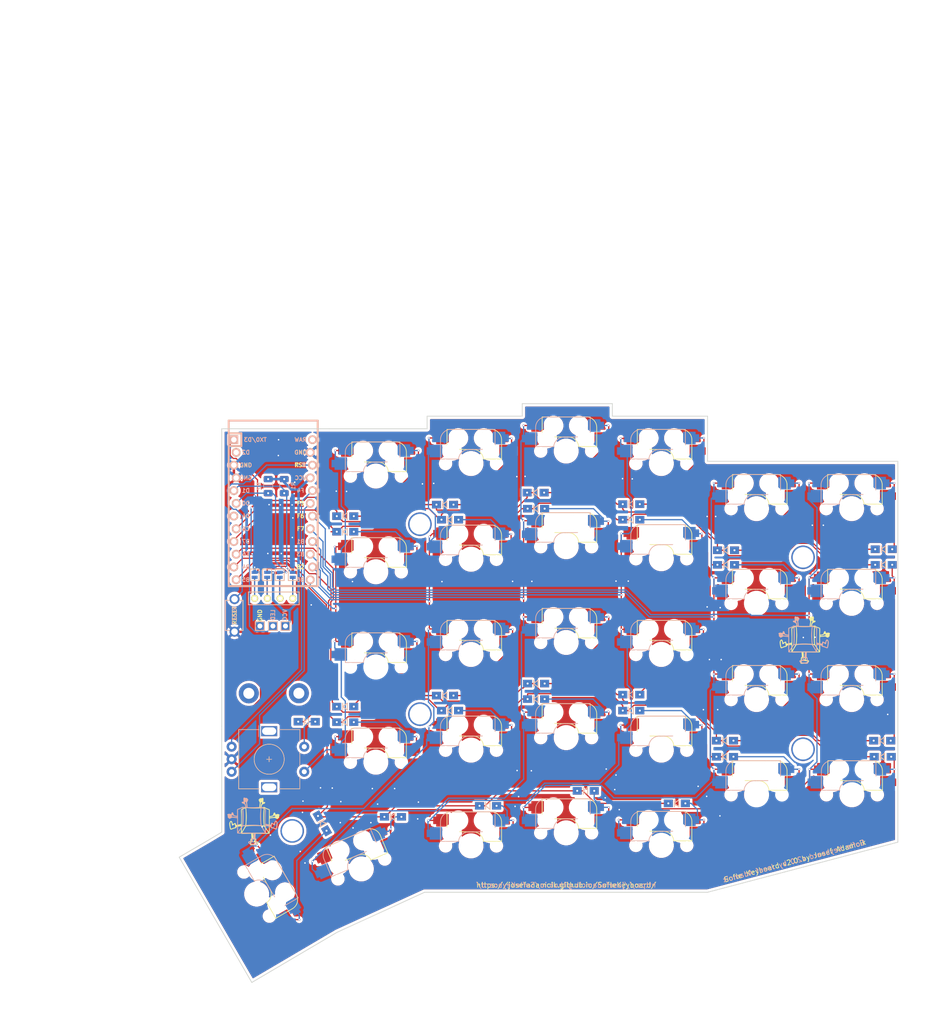
<source format=kicad_pcb>
(kicad_pcb (version 20171130) (host pcbnew "(5.1.7)-1")
  (layers (0 F.Cu signal) (31 B.Cu signal) (34 B.Paste user) (35 F.Paste user) (36 B.SilkS user) (37 F.SilkS user) (38 B.Mask user) (39 F.Mask user) (44 Edge.Cuts user))
  (net 0 "")
  (net 1 "Net-(D1-Pad2)")
  (net 2 row4)
  (net 3 "Net-(D2-Pad2)")
  (net 4 "Net-(D3-Pad2)")
  (net 5 row0)
  (net 6 "Net-(D4-Pad2)")
  (net 7 row1)
  (net 8 "Net-(D5-Pad2)")
  (net 9 row2)
  (net 10 "Net-(D6-Pad2)")
  (net 11 row3)
  (net 12 "Net-(D7-Pad2)")
  (net 13 "Net-(D8-Pad2)")
  (net 14 "Net-(D9-Pad2)")
  (net 15 "Net-(D10-Pad2)")
  (net 16 "Net-(D11-Pad2)")
  (net 17 "Net-(D12-Pad2)")
  (net 18 "Net-(D13-Pad2)")
  (net 19 "Net-(D14-Pad2)")
  (net 20 "Net-(D15-Pad2)")
  (net 21 "Net-(D16-Pad2)")
  (net 22 "Net-(D17-Pad2)")
  (net 23 "Net-(D18-Pad2)")
  (net 24 "Net-(D19-Pad2)")
  (net 25 "Net-(D20-Pad2)")
  (net 26 "Net-(D21-Pad2)")
  (net 27 "Net-(D22-Pad2)")
  (net 28 "Net-(D23-Pad2)")
  (net 29 "Net-(D24-Pad2)")
  (net 30 "Net-(D26-Pad2)")
  (net 31 "Net-(D27-Pad2)")
  (net 32 "Net-(D28-Pad2)")
  (net 33 VCC)
  (net 34 GND)
  (net 35 col0)
  (net 36 col1)
  (net 37 col2)
  (net 38 col3)
  (net 39 col4)
  (net 40 SDA)
  (net 41 LED)
  (net 42 SCL)
  (net 43 RESET)
  (net 44 "Net-(D29-Pad2)")
  (net 45 DATA)
  (net 46 "Net-(J3-Pad1)")
  (net 47 "Net-(J3-Pad2)")
  (net 48 "Net-(J3-Pad3)")
  (net 49 "Net-(J3-Pad4)")
  (net 50 "Net-(D30-Pad2)")
  (net 51 SW25B)
  (net 52 SW25A)
  (net 53 ENCB)
  (net 54 ENCA)
  (module SofleKeyboard-footprint:SofleLogoSmall (layer B.Cu) (at 205.28 89.752 180)
    (fp_text reference Ref** hide)
    (fp_text value Val** hide)
  )
  (module SofleKeyboard-footprint:SofleLogoSmall (layer F.Cu) (at 206.78 89.752)
    (fp_text reference Ref** hide)
    (fp_text value Val** hide)
  )
  (module SofleKeyboard-footprint:SofleLogoSmall (layer B.Cu) (at 95.23 125.902 180)
    (fp_text reference Ref** hide)
    (fp_text value Val** hide)
  )
  (module SofleKeyboard-footprint:SofleLogoSmall (layer F.Cu) (at 96.88 125.952)
    (fp_text reference Ref** hide)
    (fp_text value Val** hide)
  )
  (module SofleKeyboard-footprint:TACT_SWITCH_TVBP06 (layer F.Cu) (at 92.28 77.802 90)
    (fp_text reference RSW1 hide)
    (fp_text value SW_RST hide)
    (fp_text user RESET (at 0 0 90) (layer B.SilkS) (effects (font (size 0.8 0.8)) (justify mirror)))
    (fp_text user RESET (at 0 0 -90) (layer F.SilkS) (effects (font (size 0.8 0.8))))
    (pad 2 thru_hole circle (at 3.25 0 90) (size 2 2) (drill 1.3) (layers *.Cu *.Mask) (net 43 RESET))
    (pad 1 thru_hole circle (at -3.25 0 90) (size 2 2) (drill 1.3) (layers *.Cu *.Mask) (net 34 GND))
  )
  (module SofleKeyboard-footprint:ArduinoProMicro-ZigZag-DoubleSided (layer F.Cu) (at 100 56.71 270)
    (fp_text reference U1 hide)
    (fp_text value ProMicro hide)
    (fp_text user ST (at -8.92 -5.73312) (layer F.SilkS) (effects (font (size 0.8 0.8))))
    (fp_text user TX0/D3 (at -13.97 3.571872) (layer B.SilkS) (effects (font (size 0.8 0.8)) (justify mirror)))
    (fp_text user TX0/D3 (at -13.97 3.571872) (layer B.SilkS) (effects (font (size 0.8 0.8)) (justify mirror)))
    (fp_text user D2 (at -11.43 5.461) (layer B.SilkS) (effects (font (size 0.8 0.8)) (justify mirror)))
    (fp_text user D0 (at -1.27 5.461) (layer B.SilkS) (effects (font (size 0.8 0.8)) (justify mirror)))
    (fp_text user D1 (at -3.81 5.461) (layer B.SilkS) (effects (font (size 0.8 0.8)) (justify mirror)))
    (fp_text user GND (at -6.35 5.461) (layer B.SilkS) (effects (font (size 0.8 0.8)) (justify mirror)))
    (fp_text user GND (at -8.89 5.461) (layer F.SilkS) (effects (font (size 0.8 0.8))))
    (fp_text user D4 (at 1.27 5.461) (layer B.SilkS) (effects (font (size 0.8 0.8)) (justify mirror)))
    (fp_text user C6 (at 3.81 5.461) (layer B.SilkS) (effects (font (size 0.8 0.8)) (justify mirror)))
    (fp_text user D7 (at 6.35 5.461) (layer B.SilkS) (effects (font (size 0.8 0.8)) (justify mirror)))
    (fp_text user E6 (at 8.89 5.461) (layer B.SilkS) (effects (font (size 0.8 0.8)) (justify mirror)))
    (fp_text user B4 (at 11.43 5.461) (layer B.SilkS) (effects (font (size 0.8 0.8)) (justify mirror)))
    (fp_text user B5 (at 13.97 5.461) (layer B.SilkS) (effects (font (size 0.8 0.8)) (justify mirror)))
    (fp_text user B6 (at 13.97 -5.461) (layer B.SilkS) (effects (font (size 0.8 0.8)) (justify mirror)))
    (fp_text user B2 (at 11.43 -5.461) (layer F.SilkS) (effects (font (size 0.8 0.8))))
    (fp_text user B3 (at 8.89 -5.461) (layer B.SilkS) (effects (font (size 0.8 0.8)) (justify mirror)))
    (fp_text user B1 (at 6.35 -5.461) (layer B.SilkS) (effects (font (size 0.8 0.8)) (justify mirror)))
    (fp_text user F7 (at 3.81 -5.461) (layer F.SilkS) (effects (font (size 0.8 0.8))))
    (fp_text user F6 (at 1.27 -5.461) (layer F.SilkS) (effects (font (size 0.8 0.8))))
    (fp_text user F5 (at -1.27 -5.461) (layer F.SilkS) (effects (font (size 0.8 0.8))))
    (fp_text user F4 (at -3.81 -5.461) (layer B.SilkS) (effects (font (size 0.8 0.8)) (justify mirror)))
    (fp_text user VCC (at -6.35 -5.461) (layer B.SilkS) (effects (font (size 0.8 0.8)) (justify mirror)))
    (fp_text user ST (at -8.92 -5.73312) (layer F.SilkS) (effects (font (size 0.8 0.8))))
    (fp_text user GND (at -11.43 -5.461) (layer F.SilkS) (effects (font (size 0.8 0.8))))
    (fp_text user RAW (at -13.97 -5.461) (layer B.SilkS) (effects (font (size 0.8 0.8)) (justify mirror)))
    (fp_text user RAW (at -13.97 -5.461) (layer B.SilkS) (effects (font (size 0.8 0.8)) (justify mirror)))
    (fp_text user GND (at -11.43 -5.461) (layer B.SilkS) (effects (font (size 0.8 0.8)) (justify mirror)))
    (fp_text user VCC (at -6.35 -5.461) (layer B.SilkS) (effects (font (size 0.8 0.8)) (justify mirror)))
    (fp_text user F4 (at -3.81 -5.461) (layer B.SilkS) (effects (font (size 0.8 0.8)) (justify mirror)))
    (fp_text user F5 (at -1.27 -5.461) (layer F.SilkS) (effects (font (size 0.8 0.8))))
    (fp_text user F6 (at 1.27 -5.461) (layer F.SilkS) (effects (font (size 0.8 0.8))))
    (fp_text user F7 (at 3.81 -5.461) (layer F.SilkS) (effects (font (size 0.8 0.8))))
    (fp_text user B1 (at 6.35 -5.461) (layer B.SilkS) (effects (font (size 0.8 0.8)) (justify mirror)))
    (fp_text user B3 (at 8.89 -5.461) (layer B.SilkS) (effects (font (size 0.8 0.8)) (justify mirror)))
    (fp_text user B2 (at 11.43 -5.461) (layer F.SilkS) (effects (font (size 0.8 0.8))))
    (fp_text user B6 (at 13.97 -5.461) (layer B.SilkS) (effects (font (size 0.8 0.8)) (justify mirror)))
    (fp_text user B5 (at 13.97 5.461) (layer B.SilkS) (effects (font (size 0.8 0.8)) (justify mirror)))
    (fp_text user B4 (at 11.43 5.461) (layer B.SilkS) (effects (font (size 0.8 0.8)) (justify mirror)))
    (fp_text user E6 (at 8.89 5.461) (layer B.SilkS) (effects (font (size 0.8 0.8)) (justify mirror)))
    (fp_text user D7 (at 6.35 5.461) (layer B.SilkS) (effects (font (size 0.8 0.8)) (justify mirror)))
    (fp_text user C6 (at 3.81 5.461) (layer B.SilkS) (effects (font (size 0.8 0.8)) (justify mirror)))
    (fp_text user D4 (at 1.27 5.461) (layer B.SilkS) (effects (font (size 0.8 0.8)) (justify mirror)))
    (fp_text user GND (at -8.89 5.461) (layer B.SilkS) (effects (font (size 0.8 0.8)) (justify mirror)))
    (fp_text user GND (at -6.35 5.461) (layer B.SilkS) (effects (font (size 0.8 0.8)) (justify mirror)))
    (fp_text user D1 (at -3.81 5.461) (layer B.SilkS) (effects (font (size 0.8 0.8)) (justify mirror)))
    (fp_text user D0 (at -1.27 5.461) (layer B.SilkS) (effects (font (size 0.8 0.8)) (justify mirror)))
    (fp_text user D2 (at -11.43 5.461) (layer B.SilkS) (effects (font (size 0.8 0.8)) (justify mirror)))
    (pad 24 thru_hole circle (at -13.97 -7.8486 270) (size 1.7526 1.7526) (drill 1.0922) (layers *.Cu *.SilkS *.Mask))
    (pad 12 thru_hole circle (at 13.97 7.3914 270) (size 1.7526 1.7526) (drill 1.0922) (layers *.Cu *.SilkS *.Mask) (net 2 row4))
    (pad 23 thru_hole circle (at -11.43 -7.3914 270) (size 1.7526 1.7526) (drill 1.0922) (layers *.Cu *.SilkS *.Mask) (net 34 GND))
    (pad 22 thru_hole circle (at -8.89 -7.8486 270) (size 1.7526 1.7526) (drill 1.0922) (layers *.Cu *.SilkS *.Mask) (net 43 RESET))
    (pad 21 thru_hole circle (at -6.35 -7.3914 270) (size 1.7526 1.7526) (drill 1.0922) (layers *.Cu *.SilkS *.Mask) (net 33 VCC))
    (pad 20 thru_hole circle (at -3.81 -7.8486 270) (size 1.7526 1.7526) (drill 1.0922) (layers *.Cu *.SilkS *.Mask) (net 54 ENCA))
    (pad 19 thru_hole circle (at -1.27 -7.3914 270) (size 1.7526 1.7526) (drill 1.0922) (layers *.Cu *.SilkS *.Mask) (net 53 ENCB))
    (pad 18 thru_hole circle (at 1.27 -7.8486 270) (size 1.7526 1.7526) (drill 1.0922) (layers *.Cu *.SilkS *.Mask) (net 35 col0))
    (pad 17 thru_hole circle (at 3.81 -7.3914 270) (size 1.7526 1.7526) (drill 1.0922) (layers *.Cu *.SilkS *.Mask) (net 36 col1))
    (pad 16 thru_hole circle (at 6.35 -7.8486 270) (size 1.7526 1.7526) (drill 1.0922) (layers *.Cu *.SilkS *.Mask) (net 37 col2))
    (pad 15 thru_hole circle (at 8.89 -7.3914 270) (size 1.7526 1.7526) (drill 1.0922) (layers *.Cu *.SilkS *.Mask) (net 38 col3))
    (pad 14 thru_hole circle (at 11.43 -7.8486 270) (size 1.7526 1.7526) (drill 1.0922) (layers *.Cu *.SilkS *.Mask) (net 39 col4))
    (pad 13 thru_hole circle (at 13.97 -7.3914 270) (size 1.7526 1.7526) (drill 1.0922) (layers *.Cu *.SilkS *.Mask) (net 52 SW25A))
    (pad 11 thru_hole circle (at 11.43 7.8486 270) (size 1.7526 1.7526) (drill 1.0922) (layers *.Cu *.SilkS *.Mask) (net 11 row3))
    (pad 10 thru_hole circle (at 8.89 7.3914 270) (size 1.7526 1.7526) (drill 1.0922) (layers *.Cu *.SilkS *.Mask) (net 9 row2))
    (pad 9 thru_hole circle (at 6.35 7.8486 270) (size 1.7526 1.7526) (drill 1.0922) (layers *.Cu *.SilkS *.Mask) (net 7 row1))
    (pad 8 thru_hole circle (at 3.81 7.3914 270) (size 1.7526 1.7526) (drill 1.0922) (layers *.Cu *.SilkS *.Mask) (net 5 row0))
    (pad 7 thru_hole circle (at 1.27 7.8486 270) (size 1.7526 1.7526) (drill 1.0922) (layers *.Cu *.SilkS *.Mask))
    (pad 6 thru_hole circle (at -1.27 7.3914 270) (size 1.7526 1.7526) (drill 1.0922) (layers *.Cu *.SilkS *.Mask) (net 42 SCL))
    (pad 5 thru_hole circle (at -3.81 7.8486 270) (size 1.7526 1.7526) (drill 1.0922) (layers *.Cu *.SilkS *.Mask) (net 40 SDA))
    (pad 4 thru_hole circle (at -6.35 7.3914 270) (size 1.7526 1.7526) (drill 1.0922) (layers *.Cu *.SilkS *.Mask) (net 34 GND))
    (pad 3 thru_hole circle (at -8.89 7.8486 270) (size 1.7526 1.7526) (drill 1.0922) (layers *.Cu *.SilkS *.Mask) (net 34 GND))
    (pad 2 thru_hole circle (at -11.43 7.3914 270) (size 1.7526 1.7526) (drill 1.0922) (layers *.Cu *.SilkS *.Mask) (net 45 DATA))
    (pad 1 thru_hole rect (at -13.97 7.8486 270) (size 1.7526 1.7526) (drill 1.0922) (layers *.Cu *.SilkS *.Mask) (net 41 LED))
  )
  (module SofleKeyboard-footprint:CherryMX_Hotswap_1.5 (layer F.Cu) (at 96.7 133.41 300)
    (fp_text reference SW26 hide)
    (fp_text value SW_PUSH hide)
    (pad 1 smd custom (at -7.2 -5.1 300) (size 0.7 1.5) (layers F.Cu F.Paste F.Mask) (net 39 col4) (options (clearance outline) (anchor rect)) (primitives (gr_poly (pts (xy 0.3 -1.2) (xy 0.3 1.2) (xy 2.1 1.2) (xy 2.7 0.8) (xy 2.7 -1.2)) (width 0.1))))
    (pad 2 smd custom (at 7.2 -5.1 300) (size 0.7 1.5) (layers B.Cu B.Paste B.Mask) (net 30 "Net-(D26-Pad2)") (options (clearance outline) (anchor rect)) (primitives (gr_poly (pts (xy -0.4 -1.2) (xy -2.8 -1.2) (xy -2.8 0.8) (xy -2.3 1.2) (xy -0.4 1.2)) (width 0.1))))
    (pad 1 smd custom (at -8.5 -2.5 300) (size 0.7 1.5) (layers B.Cu B.Paste B.Mask) (net 39 col4) (options (clearance outline) (anchor rect)) (primitives (gr_poly (pts (xy 0.3 -1.2) (xy 2.7 -1.2) (xy 2.7 1.2) (xy 0.3 1.2)) (width 0.1))))
    (pad 2 smd custom (at 8.5 -2.5 300) (size 0.7 1.5) (layers F.Cu F.Paste F.Mask) (net 30 "Net-(D26-Pad2)") (options (clearance outline) (anchor rect)) (primitives (gr_poly (pts (xy -2.8 -1.2) (xy -0.4 -1.2) (xy -0.4 1.2) (xy -2.8 1.2)) (width 0.1))))
    (pad "" np_thru_hole circle (at -3.81 -2.540001 120) (size 3 3) (drill 3) (layers *.Cu *.Mask))
    (pad "" np_thru_hole circle (at -5.08 0 300) (size 1.7 1.7) (drill 1.7) (layers *.Cu *.Mask))
    (pad "" np_thru_hole circle (at 5.08 0 300) (size 1.7 1.7) (drill 1.7) (layers *.Cu *.Mask))
    (pad "" np_thru_hole circle (at 0 0 30) (size 4 4) (drill 4) (layers *.Cu *.Mask))
    (pad "" np_thru_hole circle (at 2.54 -5.08 120) (size 3 3) (drill 3) (layers *.Cu *.Mask))
    (pad "" np_thru_hole circle (at -2.54 -5.08 120) (size 3 3) (drill 3) (layers *.Cu *.Mask))
    (pad "" np_thru_hole circle (at 3.81 -2.54 120) (size 3 3) (drill 3) (layers *.Cu *.Mask))
  )
  (module SofleKeyboard-footprint:CherryMX_Hotswap (layer F.Cu) (at 177.5 123.7)
    (fp_text reference SW30 hide)
    (fp_text value SW_PUSH hide)
    (pad 1 smd custom (at -7.2 -5.1) (size 0.7 1.5) (layers F.Cu F.Paste F.Mask) (net 35 col0) (options (clearance outline) (anchor rect)) (primitives (gr_poly (pts (xy 0.3 -1.2) (xy 0.3 1.2) (xy 2.1 1.2) (xy 2.7 0.8) (xy 2.7 -1.2)) (width 0.1))))
    (pad 2 smd custom (at 7.2 -5.1) (size 0.7 1.5) (layers B.Cu B.Paste B.Mask) (net 50 "Net-(D30-Pad2)") (options (clearance outline) (anchor rect)) (primitives (gr_poly (pts (xy -0.4 -1.2) (xy -2.8 -1.2) (xy -2.8 0.8) (xy -2.3 1.2) (xy -0.4 1.2)) (width 0.1))))
    (pad 1 smd custom (at -8.5 -2.5) (size 0.7 1.5) (layers B.Cu B.Paste B.Mask) (net 35 col0) (options (clearance outline) (anchor rect)) (primitives (gr_poly (pts (xy 0.3 -1.2) (xy 2.7 -1.2) (xy 2.7 1.2) (xy 0.3 1.2)) (width 0.1))))
    (pad 2 smd custom (at 8.5 -2.5) (size 0.7 1.5) (layers F.Cu F.Paste F.Mask) (net 50 "Net-(D30-Pad2)") (options (clearance outline) (anchor rect)) (primitives (gr_poly (pts (xy -2.8 -1.2) (xy -0.4 -1.2) (xy -0.4 1.2) (xy -2.8 1.2)) (width 0.1))))
    (pad "" np_thru_hole circle (at -3.81 -2.540001 180) (size 3 3) (drill 3) (layers *.Cu *.Mask))
    (pad "" np_thru_hole circle (at -5.08 0) (size 1.7 1.7) (drill 1.7) (layers *.Cu *.Mask))
    (pad "" np_thru_hole circle (at 5.08 0) (size 1.7 1.7) (drill 1.7) (layers *.Cu *.Mask))
    (pad "" np_thru_hole circle (at 0 0 90) (size 4 4) (drill 4) (layers *.Cu *.Mask))
    (pad "" np_thru_hole circle (at 2.54 -5.08 180) (size 3 3) (drill 3) (layers *.Cu *.Mask))
    (pad "" np_thru_hole circle (at -2.54 -5.08 180) (size 3 3) (drill 3) (layers *.Cu *.Mask))
    (pad "" np_thru_hole circle (at 3.81 -2.54 180) (size 3 3) (drill 3) (layers *.Cu *.Mask))
  )
  (module SofleKeyboard-footprint:CherryMX_Hotswap (layer F.Cu) (at 158.5 121.2)
    (fp_text reference SW29 hide)
    (fp_text value SW_PUSH hide)
    (pad 1 smd custom (at -7.2 -5.1) (size 0.7 1.5) (layers F.Cu F.Paste F.Mask) (net 36 col1) (options (clearance outline) (anchor rect)) (primitives (gr_poly (pts (xy 0.3 -1.2) (xy 0.3 1.2) (xy 2.1 1.2) (xy 2.7 0.8) (xy 2.7 -1.2)) (width 0.1))))
    (pad 2 smd custom (at 7.2 -5.1) (size 0.7 1.5) (layers B.Cu B.Paste B.Mask) (net 44 "Net-(D29-Pad2)") (options (clearance outline) (anchor rect)) (primitives (gr_poly (pts (xy -0.4 -1.2) (xy -2.8 -1.2) (xy -2.8 0.8) (xy -2.3 1.2) (xy -0.4 1.2)) (width 0.1))))
    (pad 1 smd custom (at -8.5 -2.5) (size 0.7 1.5) (layers B.Cu B.Paste B.Mask) (net 36 col1) (options (clearance outline) (anchor rect)) (primitives (gr_poly (pts (xy 0.3 -1.2) (xy 2.7 -1.2) (xy 2.7 1.2) (xy 0.3 1.2)) (width 0.1))))
    (pad 2 smd custom (at 8.5 -2.5) (size 0.7 1.5) (layers F.Cu F.Paste F.Mask) (net 44 "Net-(D29-Pad2)") (options (clearance outline) (anchor rect)) (primitives (gr_poly (pts (xy -2.8 -1.2) (xy -0.4 -1.2) (xy -0.4 1.2) (xy -2.8 1.2)) (width 0.1))))
    (pad "" np_thru_hole circle (at -3.81 -2.540001 180) (size 3 3) (drill 3) (layers *.Cu *.Mask))
    (pad "" np_thru_hole circle (at -5.08 0) (size 1.7 1.7) (drill 1.7) (layers *.Cu *.Mask))
    (pad "" np_thru_hole circle (at 5.08 0) (size 1.7 1.7) (drill 1.7) (layers *.Cu *.Mask))
    (pad "" np_thru_hole circle (at 0 0 90) (size 4 4) (drill 4) (layers *.Cu *.Mask))
    (pad "" np_thru_hole circle (at 2.54 -5.08 180) (size 3 3) (drill 3) (layers *.Cu *.Mask))
    (pad "" np_thru_hole circle (at -2.54 -5.08 180) (size 3 3) (drill 3) (layers *.Cu *.Mask))
    (pad "" np_thru_hole circle (at 3.81 -2.54 180) (size 3 3) (drill 3) (layers *.Cu *.Mask))
  )
  (module SofleKeyboard-footprint:CherryMX_Hotswap (layer F.Cu) (at 139.5 123.8)
    (fp_text reference SW28 hide)
    (fp_text value SW_PUSH hide)
    (pad 1 smd custom (at -7.2 -5.1) (size 0.7 1.5) (layers F.Cu F.Paste F.Mask) (net 37 col2) (options (clearance outline) (anchor rect)) (primitives (gr_poly (pts (xy 0.3 -1.2) (xy 0.3 1.2) (xy 2.1 1.2) (xy 2.7 0.8) (xy 2.7 -1.2)) (width 0.1))))
    (pad 2 smd custom (at 7.2 -5.1) (size 0.7 1.5) (layers B.Cu B.Paste B.Mask) (net 32 "Net-(D28-Pad2)") (options (clearance outline) (anchor rect)) (primitives (gr_poly (pts (xy -0.4 -1.2) (xy -2.8 -1.2) (xy -2.8 0.8) (xy -2.3 1.2) (xy -0.4 1.2)) (width 0.1))))
    (pad 1 smd custom (at -8.5 -2.5) (size 0.7 1.5) (layers B.Cu B.Paste B.Mask) (net 37 col2) (options (clearance outline) (anchor rect)) (primitives (gr_poly (pts (xy 0.3 -1.2) (xy 2.7 -1.2) (xy 2.7 1.2) (xy 0.3 1.2)) (width 0.1))))
    (pad 2 smd custom (at 8.5 -2.5) (size 0.7 1.5) (layers F.Cu F.Paste F.Mask) (net 32 "Net-(D28-Pad2)") (options (clearance outline) (anchor rect)) (primitives (gr_poly (pts (xy -2.8 -1.2) (xy -0.4 -1.2) (xy -0.4 1.2) (xy -2.8 1.2)) (width 0.1))))
    (pad "" np_thru_hole circle (at -3.81 -2.540001 180) (size 3 3) (drill 3) (layers *.Cu *.Mask))
    (pad "" np_thru_hole circle (at -5.08 0) (size 1.7 1.7) (drill 1.7) (layers *.Cu *.Mask))
    (pad "" np_thru_hole circle (at 5.08 0) (size 1.7 1.7) (drill 1.7) (layers *.Cu *.Mask))
    (pad "" np_thru_hole circle (at 0 0 90) (size 4 4) (drill 4) (layers *.Cu *.Mask))
    (pad "" np_thru_hole circle (at 2.54 -5.08 180) (size 3 3) (drill 3) (layers *.Cu *.Mask))
    (pad "" np_thru_hole circle (at -2.54 -5.08 180) (size 3 3) (drill 3) (layers *.Cu *.Mask))
    (pad "" np_thru_hole circle (at 3.81 -2.54 180) (size 3 3) (drill 3) (layers *.Cu *.Mask))
  )
  (module SofleKeyboard-footprint:CherryMX_Hotswap (layer F.Cu) (at 117.6 128.4 23)
    (fp_text reference SW27 hide)
    (fp_text value SW_PUSH hide)
    (pad 1 smd custom (at -7.2 -5.1 23) (size 0.7 1.5) (layers F.Cu F.Paste F.Mask) (net 38 col3) (options (clearance outline) (anchor rect)) (primitives (gr_poly (pts (xy 0.3 -1.2) (xy 0.3 1.2) (xy 2.1 1.2) (xy 2.7 0.8) (xy 2.7 -1.2)) (width 0.1))))
    (pad 2 smd custom (at 7.2 -5.1 23) (size 0.7 1.5) (layers B.Cu B.Paste B.Mask) (net 31 "Net-(D27-Pad2)") (options (clearance outline) (anchor rect)) (primitives (gr_poly (pts (xy -0.4 -1.2) (xy -2.8 -1.2) (xy -2.8 0.8) (xy -2.3 1.2) (xy -0.4 1.2)) (width 0.1))))
    (pad 1 smd custom (at -8.5 -2.5 23) (size 0.7 1.5) (layers B.Cu B.Paste B.Mask) (net 38 col3) (options (clearance outline) (anchor rect)) (primitives (gr_poly (pts (xy 0.3 -1.2) (xy 2.7 -1.2) (xy 2.7 1.2) (xy 0.3 1.2)) (width 0.1))))
    (pad 2 smd custom (at 8.5 -2.5 23) (size 0.7 1.5) (layers F.Cu F.Paste F.Mask) (net 31 "Net-(D27-Pad2)") (options (clearance outline) (anchor rect)) (primitives (gr_poly (pts (xy -2.8 -1.2) (xy -0.4 -1.2) (xy -0.4 1.2) (xy -2.8 1.2)) (width 0.1))))
    (pad "" np_thru_hole circle (at -3.81 -2.540001 203) (size 3 3) (drill 3) (layers *.Cu *.Mask))
    (pad "" np_thru_hole circle (at -5.08 0 23) (size 1.7 1.7) (drill 1.7) (layers *.Cu *.Mask))
    (pad "" np_thru_hole circle (at 5.08 0 23) (size 1.7 1.7) (drill 1.7) (layers *.Cu *.Mask))
    (pad "" np_thru_hole circle (at 0 0 113) (size 4 4) (drill 4) (layers *.Cu *.Mask))
    (pad "" np_thru_hole circle (at 2.54 -5.08 203) (size 3 3) (drill 3) (layers *.Cu *.Mask))
    (pad "" np_thru_hole circle (at -2.54 -5.08 203) (size 3 3) (drill 3) (layers *.Cu *.Mask))
    (pad "" np_thru_hole circle (at 3.81 -2.54 203) (size 3 3) (drill 3) (layers *.Cu *.Mask))
  )
  (module SofleKeyboard-footprint:CherryMX_Hotswap (layer F.Cu) (at 215.55 113.6)
    (fp_text reference SW24 hide)
    (fp_text value SW_PUSH hide)
    (pad 1 smd custom (at -7.2 -5.1) (size 0.7 1.5) (layers F.Cu F.Paste F.Mask) (net 35 col0) (options (clearance outline) (anchor rect)) (primitives (gr_poly (pts (xy 0.3 -1.2) (xy 0.3 1.2) (xy 2.1 1.2) (xy 2.7 0.8) (xy 2.7 -1.2)) (width 0.1))))
    (pad 2 smd custom (at 7.2 -5.1) (size 0.7 1.5) (layers B.Cu B.Paste B.Mask) (net 29 "Net-(D24-Pad2)") (options (clearance outline) (anchor rect)) (primitives (gr_poly (pts (xy -0.4 -1.2) (xy -2.8 -1.2) (xy -2.8 0.8) (xy -2.3 1.2) (xy -0.4 1.2)) (width 0.1))))
    (pad 1 smd custom (at -8.5 -2.5) (size 0.7 1.5) (layers B.Cu B.Paste B.Mask) (net 35 col0) (options (clearance outline) (anchor rect)) (primitives (gr_poly (pts (xy 0.3 -1.2) (xy 2.7 -1.2) (xy 2.7 1.2) (xy 0.3 1.2)) (width 0.1))))
    (pad 2 smd custom (at 8.5 -2.5) (size 0.7 1.5) (layers F.Cu F.Paste F.Mask) (net 29 "Net-(D24-Pad2)") (options (clearance outline) (anchor rect)) (primitives (gr_poly (pts (xy -2.8 -1.2) (xy -0.4 -1.2) (xy -0.4 1.2) (xy -2.8 1.2)) (width 0.1))))
    (pad "" np_thru_hole circle (at -3.81 -2.540001 180) (size 3 3) (drill 3) (layers *.Cu *.Mask))
    (pad "" np_thru_hole circle (at -5.08 0) (size 1.7 1.7) (drill 1.7) (layers *.Cu *.Mask))
    (pad "" np_thru_hole circle (at 5.08 0) (size 1.7 1.7) (drill 1.7) (layers *.Cu *.Mask))
    (pad "" np_thru_hole circle (at 0 0 90) (size 4 4) (drill 4) (layers *.Cu *.Mask))
    (pad "" np_thru_hole circle (at 2.54 -5.08 180) (size 3 3) (drill 3) (layers *.Cu *.Mask))
    (pad "" np_thru_hole circle (at -2.54 -5.08 180) (size 3 3) (drill 3) (layers *.Cu *.Mask))
    (pad "" np_thru_hole circle (at 3.81 -2.54 180) (size 3 3) (drill 3) (layers *.Cu *.Mask))
  )
  (module SofleKeyboard-footprint:CherryMX_Hotswap (layer F.Cu) (at 196.5 113.6)
    (fp_text reference SW23 hide)
    (fp_text value SW_PUSH hide)
    (pad 1 smd custom (at -7.2 -5.1) (size 0.7 1.5) (layers F.Cu F.Paste F.Mask) (net 36 col1) (options (clearance outline) (anchor rect)) (primitives (gr_poly (pts (xy 0.3 -1.2) (xy 0.3 1.2) (xy 2.1 1.2) (xy 2.7 0.8) (xy 2.7 -1.2)) (width 0.1))))
    (pad 2 smd custom (at 7.2 -5.1) (size 0.7 1.5) (layers B.Cu B.Paste B.Mask) (net 28 "Net-(D23-Pad2)") (options (clearance outline) (anchor rect)) (primitives (gr_poly (pts (xy -0.4 -1.2) (xy -2.8 -1.2) (xy -2.8 0.8) (xy -2.3 1.2) (xy -0.4 1.2)) (width 0.1))))
    (pad 1 smd custom (at -8.5 -2.5) (size 0.7 1.5) (layers B.Cu B.Paste B.Mask) (net 36 col1) (options (clearance outline) (anchor rect)) (primitives (gr_poly (pts (xy 0.3 -1.2) (xy 2.7 -1.2) (xy 2.7 1.2) (xy 0.3 1.2)) (width 0.1))))
    (pad 2 smd custom (at 8.5 -2.5) (size 0.7 1.5) (layers F.Cu F.Paste F.Mask) (net 28 "Net-(D23-Pad2)") (options (clearance outline) (anchor rect)) (primitives (gr_poly (pts (xy -2.8 -1.2) (xy -0.4 -1.2) (xy -0.4 1.2) (xy -2.8 1.2)) (width 0.1))))
    (pad "" np_thru_hole circle (at -3.81 -2.540001 180) (size 3 3) (drill 3) (layers *.Cu *.Mask))
    (pad "" np_thru_hole circle (at -5.08 0) (size 1.7 1.7) (drill 1.7) (layers *.Cu *.Mask))
    (pad "" np_thru_hole circle (at 5.08 0) (size 1.7 1.7) (drill 1.7) (layers *.Cu *.Mask))
    (pad "" np_thru_hole circle (at 0 0 90) (size 4 4) (drill 4) (layers *.Cu *.Mask))
    (pad "" np_thru_hole circle (at 2.54 -5.08 180) (size 3 3) (drill 3) (layers *.Cu *.Mask))
    (pad "" np_thru_hole circle (at -2.54 -5.08 180) (size 3 3) (drill 3) (layers *.Cu *.Mask))
    (pad "" np_thru_hole circle (at 3.81 -2.54 180) (size 3 3) (drill 3) (layers *.Cu *.Mask))
  )
  (module SofleKeyboard-footprint:CherryMX_Hotswap (layer F.Cu) (at 177.5 104.7)
    (fp_text reference SW22 hide)
    (fp_text value SW_PUSH hide)
    (pad 1 smd custom (at -7.2 -5.1) (size 0.7 1.5) (layers F.Cu F.Paste F.Mask) (net 37 col2) (options (clearance outline) (anchor rect)) (primitives (gr_poly (pts (xy 0.3 -1.2) (xy 0.3 1.2) (xy 2.1 1.2) (xy 2.7 0.8) (xy 2.7 -1.2)) (width 0.1))))
    (pad 2 smd custom (at 7.2 -5.1) (size 0.7 1.5) (layers B.Cu B.Paste B.Mask) (net 27 "Net-(D22-Pad2)") (options (clearance outline) (anchor rect)) (primitives (gr_poly (pts (xy -0.4 -1.2) (xy -2.8 -1.2) (xy -2.8 0.8) (xy -2.3 1.2) (xy -0.4 1.2)) (width 0.1))))
    (pad 1 smd custom (at -8.5 -2.5) (size 0.7 1.5) (layers B.Cu B.Paste B.Mask) (net 37 col2) (options (clearance outline) (anchor rect)) (primitives (gr_poly (pts (xy 0.3 -1.2) (xy 2.7 -1.2) (xy 2.7 1.2) (xy 0.3 1.2)) (width 0.1))))
    (pad 2 smd custom (at 8.5 -2.5) (size 0.7 1.5) (layers F.Cu F.Paste F.Mask) (net 27 "Net-(D22-Pad2)") (options (clearance outline) (anchor rect)) (primitives (gr_poly (pts (xy -2.8 -1.2) (xy -0.4 -1.2) (xy -0.4 1.2) (xy -2.8 1.2)) (width 0.1))))
    (pad "" np_thru_hole circle (at -3.81 -2.540001 180) (size 3 3) (drill 3) (layers *.Cu *.Mask))
    (pad "" np_thru_hole circle (at -5.08 0) (size 1.7 1.7) (drill 1.7) (layers *.Cu *.Mask))
    (pad "" np_thru_hole circle (at 5.08 0) (size 1.7 1.7) (drill 1.7) (layers *.Cu *.Mask))
    (pad "" np_thru_hole circle (at 0 0 90) (size 4 4) (drill 4) (layers *.Cu *.Mask))
    (pad "" np_thru_hole circle (at 2.54 -5.08 180) (size 3 3) (drill 3) (layers *.Cu *.Mask))
    (pad "" np_thru_hole circle (at -2.54 -5.08 180) (size 3 3) (drill 3) (layers *.Cu *.Mask))
    (pad "" np_thru_hole circle (at 3.81 -2.54 180) (size 3 3) (drill 3) (layers *.Cu *.Mask))
  )
  (module SofleKeyboard-footprint:CherryMX_Hotswap (layer F.Cu) (at 158.5 102.2)
    (fp_text reference SW21 hide)
    (fp_text value SW_PUSH hide)
    (pad 1 smd custom (at -7.2 -5.1) (size 0.7 1.5) (layers F.Cu F.Paste F.Mask) (net 38 col3) (options (clearance outline) (anchor rect)) (primitives (gr_poly (pts (xy 0.3 -1.2) (xy 0.3 1.2) (xy 2.1 1.2) (xy 2.7 0.8) (xy 2.7 -1.2)) (width 0.1))))
    (pad 2 smd custom (at 7.2 -5.1) (size 0.7 1.5) (layers B.Cu B.Paste B.Mask) (net 26 "Net-(D21-Pad2)") (options (clearance outline) (anchor rect)) (primitives (gr_poly (pts (xy -0.4 -1.2) (xy -2.8 -1.2) (xy -2.8 0.8) (xy -2.3 1.2) (xy -0.4 1.2)) (width 0.1))))
    (pad 1 smd custom (at -8.5 -2.5) (size 0.7 1.5) (layers B.Cu B.Paste B.Mask) (net 38 col3) (options (clearance outline) (anchor rect)) (primitives (gr_poly (pts (xy 0.3 -1.2) (xy 2.7 -1.2) (xy 2.7 1.2) (xy 0.3 1.2)) (width 0.1))))
    (pad 2 smd custom (at 8.5 -2.5) (size 0.7 1.5) (layers F.Cu F.Paste F.Mask) (net 26 "Net-(D21-Pad2)") (options (clearance outline) (anchor rect)) (primitives (gr_poly (pts (xy -2.8 -1.2) (xy -0.4 -1.2) (xy -0.4 1.2) (xy -2.8 1.2)) (width 0.1))))
    (pad "" np_thru_hole circle (at -3.81 -2.540001 180) (size 3 3) (drill 3) (layers *.Cu *.Mask))
    (pad "" np_thru_hole circle (at -5.08 0) (size 1.7 1.7) (drill 1.7) (layers *.Cu *.Mask))
    (pad "" np_thru_hole circle (at 5.08 0) (size 1.7 1.7) (drill 1.7) (layers *.Cu *.Mask))
    (pad "" np_thru_hole circle (at 0 0 90) (size 4 4) (drill 4) (layers *.Cu *.Mask))
    (pad "" np_thru_hole circle (at 2.54 -5.08 180) (size 3 3) (drill 3) (layers *.Cu *.Mask))
    (pad "" np_thru_hole circle (at -2.54 -5.08 180) (size 3 3) (drill 3) (layers *.Cu *.Mask))
    (pad "" np_thru_hole circle (at 3.81 -2.54 180) (size 3 3) (drill 3) (layers *.Cu *.Mask))
  )
  (module SofleKeyboard-footprint:CherryMX_Hotswap (layer F.Cu) (at 139.5 104.7)
    (fp_text reference SW20 hide)
    (fp_text value SW_PUSH hide)
    (pad 1 smd custom (at -7.2 -5.1) (size 0.7 1.5) (layers F.Cu F.Paste F.Mask) (net 39 col4) (options (clearance outline) (anchor rect)) (primitives (gr_poly (pts (xy 0.3 -1.2) (xy 0.3 1.2) (xy 2.1 1.2) (xy 2.7 0.8) (xy 2.7 -1.2)) (width 0.1))))
    (pad 2 smd custom (at 7.2 -5.1) (size 0.7 1.5) (layers B.Cu B.Paste B.Mask) (net 25 "Net-(D20-Pad2)") (options (clearance outline) (anchor rect)) (primitives (gr_poly (pts (xy -0.4 -1.2) (xy -2.8 -1.2) (xy -2.8 0.8) (xy -2.3 1.2) (xy -0.4 1.2)) (width 0.1))))
    (pad 1 smd custom (at -8.5 -2.5) (size 0.7 1.5) (layers B.Cu B.Paste B.Mask) (net 39 col4) (options (clearance outline) (anchor rect)) (primitives (gr_poly (pts (xy 0.3 -1.2) (xy 2.7 -1.2) (xy 2.7 1.2) (xy 0.3 1.2)) (width 0.1))))
    (pad 2 smd custom (at 8.5 -2.5) (size 0.7 1.5) (layers F.Cu F.Paste F.Mask) (net 25 "Net-(D20-Pad2)") (options (clearance outline) (anchor rect)) (primitives (gr_poly (pts (xy -2.8 -1.2) (xy -0.4 -1.2) (xy -0.4 1.2) (xy -2.8 1.2)) (width 0.1))))
    (pad "" np_thru_hole circle (at -3.81 -2.540001 180) (size 3 3) (drill 3) (layers *.Cu *.Mask))
    (pad "" np_thru_hole circle (at -5.08 0) (size 1.7 1.7) (drill 1.7) (layers *.Cu *.Mask))
    (pad "" np_thru_hole circle (at 5.08 0) (size 1.7 1.7) (drill 1.7) (layers *.Cu *.Mask))
    (pad "" np_thru_hole circle (at 0 0 90) (size 4 4) (drill 4) (layers *.Cu *.Mask))
    (pad "" np_thru_hole circle (at 2.54 -5.08 180) (size 3 3) (drill 3) (layers *.Cu *.Mask))
    (pad "" np_thru_hole circle (at -2.54 -5.08 180) (size 3 3) (drill 3) (layers *.Cu *.Mask))
    (pad "" np_thru_hole circle (at 3.81 -2.54 180) (size 3 3) (drill 3) (layers *.Cu *.Mask))
  )
  (module SofleKeyboard-footprint:CherryMX_Hotswap (layer F.Cu) (at 120.5 107.1)
    (fp_text reference SW19 hide)
    (fp_text value SW_PUSH hide)
    (pad 1 smd custom (at -7.2 -5.1) (size 0.7 1.5) (layers F.Cu F.Paste F.Mask) (net 52 SW25A) (options (clearance outline) (anchor rect)) (primitives (gr_poly (pts (xy 0.3 -1.2) (xy 0.3 1.2) (xy 2.1 1.2) (xy 2.7 0.8) (xy 2.7 -1.2)) (width 0.1))))
    (pad 2 smd custom (at 7.2 -5.1) (size 0.7 1.5) (layers B.Cu B.Paste B.Mask) (net 24 "Net-(D19-Pad2)") (options (clearance outline) (anchor rect)) (primitives (gr_poly (pts (xy -0.4 -1.2) (xy -2.8 -1.2) (xy -2.8 0.8) (xy -2.3 1.2) (xy -0.4 1.2)) (width 0.1))))
    (pad 1 smd custom (at -8.5 -2.5) (size 0.7 1.5) (layers B.Cu B.Paste B.Mask) (net 52 SW25A) (options (clearance outline) (anchor rect)) (primitives (gr_poly (pts (xy 0.3 -1.2) (xy 2.7 -1.2) (xy 2.7 1.2) (xy 0.3 1.2)) (width 0.1))))
    (pad 2 smd custom (at 8.5 -2.5) (size 0.7 1.5) (layers F.Cu F.Paste F.Mask) (net 24 "Net-(D19-Pad2)") (options (clearance outline) (anchor rect)) (primitives (gr_poly (pts (xy -2.8 -1.2) (xy -0.4 -1.2) (xy -0.4 1.2) (xy -2.8 1.2)) (width 0.1))))
    (pad "" np_thru_hole circle (at -3.81 -2.540001 180) (size 3 3) (drill 3) (layers *.Cu *.Mask))
    (pad "" np_thru_hole circle (at -5.08 0) (size 1.7 1.7) (drill 1.7) (layers *.Cu *.Mask))
    (pad "" np_thru_hole circle (at 5.08 0) (size 1.7 1.7) (drill 1.7) (layers *.Cu *.Mask))
    (pad "" np_thru_hole circle (at 0 0 90) (size 4 4) (drill 4) (layers *.Cu *.Mask))
    (pad "" np_thru_hole circle (at 2.54 -5.08 180) (size 3 3) (drill 3) (layers *.Cu *.Mask))
    (pad "" np_thru_hole circle (at -2.54 -5.08 180) (size 3 3) (drill 3) (layers *.Cu *.Mask))
    (pad "" np_thru_hole circle (at 3.81 -2.54 180) (size 3 3) (drill 3) (layers *.Cu *.Mask))
  )
  (module SofleKeyboard-footprint:CherryMX_Hotswap (layer F.Cu) (at 215.5 94.6)
    (fp_text reference SW18 hide)
    (fp_text value SW_PUSH hide)
    (pad 1 smd custom (at -7.2 -5.1) (size 0.7 1.5) (layers F.Cu F.Paste F.Mask) (net 35 col0) (options (clearance outline) (anchor rect)) (primitives (gr_poly (pts (xy 0.3 -1.2) (xy 0.3 1.2) (xy 2.1 1.2) (xy 2.7 0.8) (xy 2.7 -1.2)) (width 0.1))))
    (pad 2 smd custom (at 7.2 -5.1) (size 0.7 1.5) (layers B.Cu B.Paste B.Mask) (net 23 "Net-(D18-Pad2)") (options (clearance outline) (anchor rect)) (primitives (gr_poly (pts (xy -0.4 -1.2) (xy -2.8 -1.2) (xy -2.8 0.8) (xy -2.3 1.2) (xy -0.4 1.2)) (width 0.1))))
    (pad 1 smd custom (at -8.5 -2.5) (size 0.7 1.5) (layers B.Cu B.Paste B.Mask) (net 35 col0) (options (clearance outline) (anchor rect)) (primitives (gr_poly (pts (xy 0.3 -1.2) (xy 2.7 -1.2) (xy 2.7 1.2) (xy 0.3 1.2)) (width 0.1))))
    (pad 2 smd custom (at 8.5 -2.5) (size 0.7 1.5) (layers F.Cu F.Paste F.Mask) (net 23 "Net-(D18-Pad2)") (options (clearance outline) (anchor rect)) (primitives (gr_poly (pts (xy -2.8 -1.2) (xy -0.4 -1.2) (xy -0.4 1.2) (xy -2.8 1.2)) (width 0.1))))
    (pad "" np_thru_hole circle (at -3.81 -2.540001 180) (size 3 3) (drill 3) (layers *.Cu *.Mask))
    (pad "" np_thru_hole circle (at -5.08 0) (size 1.7 1.7) (drill 1.7) (layers *.Cu *.Mask))
    (pad "" np_thru_hole circle (at 5.08 0) (size 1.7 1.7) (drill 1.7) (layers *.Cu *.Mask))
    (pad "" np_thru_hole circle (at 0 0 90) (size 4 4) (drill 4) (layers *.Cu *.Mask))
    (pad "" np_thru_hole circle (at 2.54 -5.08 180) (size 3 3) (drill 3) (layers *.Cu *.Mask))
    (pad "" np_thru_hole circle (at -2.54 -5.08 180) (size 3 3) (drill 3) (layers *.Cu *.Mask))
    (pad "" np_thru_hole circle (at 3.81 -2.54 180) (size 3 3) (drill 3) (layers *.Cu *.Mask))
  )
  (module SofleKeyboard-footprint:CherryMX_Hotswap (layer F.Cu) (at 196.5 94.6)
    (fp_text reference SW17 hide)
    (fp_text value SW_PUSH hide)
    (pad 1 smd custom (at -7.2 -5.1) (size 0.7 1.5) (layers F.Cu F.Paste F.Mask) (net 36 col1) (options (clearance outline) (anchor rect)) (primitives (gr_poly (pts (xy 0.3 -1.2) (xy 0.3 1.2) (xy 2.1 1.2) (xy 2.7 0.8) (xy 2.7 -1.2)) (width 0.1))))
    (pad 2 smd custom (at 7.2 -5.1) (size 0.7 1.5) (layers B.Cu B.Paste B.Mask) (net 22 "Net-(D17-Pad2)") (options (clearance outline) (anchor rect)) (primitives (gr_poly (pts (xy -0.4 -1.2) (xy -2.8 -1.2) (xy -2.8 0.8) (xy -2.3 1.2) (xy -0.4 1.2)) (width 0.1))))
    (pad 1 smd custom (at -8.5 -2.5) (size 0.7 1.5) (layers B.Cu B.Paste B.Mask) (net 36 col1) (options (clearance outline) (anchor rect)) (primitives (gr_poly (pts (xy 0.3 -1.2) (xy 2.7 -1.2) (xy 2.7 1.2) (xy 0.3 1.2)) (width 0.1))))
    (pad 2 smd custom (at 8.5 -2.5) (size 0.7 1.5) (layers F.Cu F.Paste F.Mask) (net 22 "Net-(D17-Pad2)") (options (clearance outline) (anchor rect)) (primitives (gr_poly (pts (xy -2.8 -1.2) (xy -0.4 -1.2) (xy -0.4 1.2) (xy -2.8 1.2)) (width 0.1))))
    (pad "" np_thru_hole circle (at -3.81 -2.540001 180) (size 3 3) (drill 3) (layers *.Cu *.Mask))
    (pad "" np_thru_hole circle (at -5.08 0) (size 1.7 1.7) (drill 1.7) (layers *.Cu *.Mask))
    (pad "" np_thru_hole circle (at 5.08 0) (size 1.7 1.7) (drill 1.7) (layers *.Cu *.Mask))
    (pad "" np_thru_hole circle (at 0 0 90) (size 4 4) (drill 4) (layers *.Cu *.Mask))
    (pad "" np_thru_hole circle (at 2.54 -5.08 180) (size 3 3) (drill 3) (layers *.Cu *.Mask))
    (pad "" np_thru_hole circle (at -2.54 -5.08 180) (size 3 3) (drill 3) (layers *.Cu *.Mask))
    (pad "" np_thru_hole circle (at 3.81 -2.54 180) (size 3 3) (drill 3) (layers *.Cu *.Mask))
  )
  (module SofleKeyboard-footprint:CherryMX_Hotswap (layer F.Cu) (at 177.5 85.6)
    (fp_text reference SW16 hide)
    (fp_text value SW_PUSH hide)
    (pad 1 smd custom (at -7.2 -5.1) (size 0.7 1.5) (layers F.Cu F.Paste F.Mask) (net 37 col2) (options (clearance outline) (anchor rect)) (primitives (gr_poly (pts (xy 0.3 -1.2) (xy 0.3 1.2) (xy 2.1 1.2) (xy 2.7 0.8) (xy 2.7 -1.2)) (width 0.1))))
    (pad 2 smd custom (at 7.2 -5.1) (size 0.7 1.5) (layers B.Cu B.Paste B.Mask) (net 21 "Net-(D16-Pad2)") (options (clearance outline) (anchor rect)) (primitives (gr_poly (pts (xy -0.4 -1.2) (xy -2.8 -1.2) (xy -2.8 0.8) (xy -2.3 1.2) (xy -0.4 1.2)) (width 0.1))))
    (pad 1 smd custom (at -8.5 -2.5) (size 0.7 1.5) (layers B.Cu B.Paste B.Mask) (net 37 col2) (options (clearance outline) (anchor rect)) (primitives (gr_poly (pts (xy 0.3 -1.2) (xy 2.7 -1.2) (xy 2.7 1.2) (xy 0.3 1.2)) (width 0.1))))
    (pad 2 smd custom (at 8.5 -2.5) (size 0.7 1.5) (layers F.Cu F.Paste F.Mask) (net 21 "Net-(D16-Pad2)") (options (clearance outline) (anchor rect)) (primitives (gr_poly (pts (xy -2.8 -1.2) (xy -0.4 -1.2) (xy -0.4 1.2) (xy -2.8 1.2)) (width 0.1))))
    (pad "" np_thru_hole circle (at -3.81 -2.540001 180) (size 3 3) (drill 3) (layers *.Cu *.Mask))
    (pad "" np_thru_hole circle (at -5.08 0) (size 1.7 1.7) (drill 1.7) (layers *.Cu *.Mask))
    (pad "" np_thru_hole circle (at 5.08 0) (size 1.7 1.7) (drill 1.7) (layers *.Cu *.Mask))
    (pad "" np_thru_hole circle (at 0 0 90) (size 4 4) (drill 4) (layers *.Cu *.Mask))
    (pad "" np_thru_hole circle (at 2.54 -5.08 180) (size 3 3) (drill 3) (layers *.Cu *.Mask))
    (pad "" np_thru_hole circle (at -2.54 -5.08 180) (size 3 3) (drill 3) (layers *.Cu *.Mask))
    (pad "" np_thru_hole circle (at 3.81 -2.54 180) (size 3 3) (drill 3) (layers *.Cu *.Mask))
  )
  (module SofleKeyboard-footprint:CherryMX_Hotswap (layer F.Cu) (at 158.5 83.2)
    (fp_text reference SW15 hide)
    (fp_text value SW_PUSH hide)
    (pad 1 smd custom (at -7.2 -5.1) (size 0.7 1.5) (layers F.Cu F.Paste F.Mask) (net 38 col3) (options (clearance outline) (anchor rect)) (primitives (gr_poly (pts (xy 0.3 -1.2) (xy 0.3 1.2) (xy 2.1 1.2) (xy 2.7 0.8) (xy 2.7 -1.2)) (width 0.1))))
    (pad 2 smd custom (at 7.2 -5.1) (size 0.7 1.5) (layers B.Cu B.Paste B.Mask) (net 20 "Net-(D15-Pad2)") (options (clearance outline) (anchor rect)) (primitives (gr_poly (pts (xy -0.4 -1.2) (xy -2.8 -1.2) (xy -2.8 0.8) (xy -2.3 1.2) (xy -0.4 1.2)) (width 0.1))))
    (pad 1 smd custom (at -8.5 -2.5) (size 0.7 1.5) (layers B.Cu B.Paste B.Mask) (net 38 col3) (options (clearance outline) (anchor rect)) (primitives (gr_poly (pts (xy 0.3 -1.2) (xy 2.7 -1.2) (xy 2.7 1.2) (xy 0.3 1.2)) (width 0.1))))
    (pad 2 smd custom (at 8.5 -2.5) (size 0.7 1.5) (layers F.Cu F.Paste F.Mask) (net 20 "Net-(D15-Pad2)") (options (clearance outline) (anchor rect)) (primitives (gr_poly (pts (xy -2.8 -1.2) (xy -0.4 -1.2) (xy -0.4 1.2) (xy -2.8 1.2)) (width 0.1))))
    (pad "" np_thru_hole circle (at -3.81 -2.540001 180) (size 3 3) (drill 3) (layers *.Cu *.Mask))
    (pad "" np_thru_hole circle (at -5.08 0) (size 1.7 1.7) (drill 1.7) (layers *.Cu *.Mask))
    (pad "" np_thru_hole circle (at 5.08 0) (size 1.7 1.7) (drill 1.7) (layers *.Cu *.Mask))
    (pad "" np_thru_hole circle (at 0 0 90) (size 4 4) (drill 4) (layers *.Cu *.Mask))
    (pad "" np_thru_hole circle (at 2.54 -5.08 180) (size 3 3) (drill 3) (layers *.Cu *.Mask))
    (pad "" np_thru_hole circle (at -2.54 -5.08 180) (size 3 3) (drill 3) (layers *.Cu *.Mask))
    (pad "" np_thru_hole circle (at 3.81 -2.54 180) (size 3 3) (drill 3) (layers *.Cu *.Mask))
  )
  (module SofleKeyboard-footprint:CherryMX_Hotswap (layer F.Cu) (at 139.5 85.6)
    (fp_text reference SW14 hide)
    (fp_text value SW_PUSH hide)
    (pad 1 smd custom (at -7.2 -5.1) (size 0.7 1.5) (layers F.Cu F.Paste F.Mask) (net 39 col4) (options (clearance outline) (anchor rect)) (primitives (gr_poly (pts (xy 0.3 -1.2) (xy 0.3 1.2) (xy 2.1 1.2) (xy 2.7 0.8) (xy 2.7 -1.2)) (width 0.1))))
    (pad 2 smd custom (at 7.2 -5.1) (size 0.7 1.5) (layers B.Cu B.Paste B.Mask) (net 19 "Net-(D14-Pad2)") (options (clearance outline) (anchor rect)) (primitives (gr_poly (pts (xy -0.4 -1.2) (xy -2.8 -1.2) (xy -2.8 0.8) (xy -2.3 1.2) (xy -0.4 1.2)) (width 0.1))))
    (pad 1 smd custom (at -8.5 -2.5) (size 0.7 1.5) (layers B.Cu B.Paste B.Mask) (net 39 col4) (options (clearance outline) (anchor rect)) (primitives (gr_poly (pts (xy 0.3 -1.2) (xy 2.7 -1.2) (xy 2.7 1.2) (xy 0.3 1.2)) (width 0.1))))
    (pad 2 smd custom (at 8.5 -2.5) (size 0.7 1.5) (layers F.Cu F.Paste F.Mask) (net 19 "Net-(D14-Pad2)") (options (clearance outline) (anchor rect)) (primitives (gr_poly (pts (xy -2.8 -1.2) (xy -0.4 -1.2) (xy -0.4 1.2) (xy -2.8 1.2)) (width 0.1))))
    (pad "" np_thru_hole circle (at -3.81 -2.540001 180) (size 3 3) (drill 3) (layers *.Cu *.Mask))
    (pad "" np_thru_hole circle (at -5.08 0) (size 1.7 1.7) (drill 1.7) (layers *.Cu *.Mask))
    (pad "" np_thru_hole circle (at 5.08 0) (size 1.7 1.7) (drill 1.7) (layers *.Cu *.Mask))
    (pad "" np_thru_hole circle (at 0 0 90) (size 4 4) (drill 4) (layers *.Cu *.Mask))
    (pad "" np_thru_hole circle (at 2.54 -5.08 180) (size 3 3) (drill 3) (layers *.Cu *.Mask))
    (pad "" np_thru_hole circle (at -2.54 -5.08 180) (size 3 3) (drill 3) (layers *.Cu *.Mask))
    (pad "" np_thru_hole circle (at 3.81 -2.54 180) (size 3 3) (drill 3) (layers *.Cu *.Mask))
  )
  (module SofleKeyboard-footprint:CherryMX_Hotswap (layer F.Cu) (at 120.5 88.1)
    (fp_text reference SW13 hide)
    (fp_text value SW_PUSH hide)
    (pad 1 smd custom (at -7.2 -5.1) (size 0.7 1.5) (layers F.Cu F.Paste F.Mask) (net 52 SW25A) (options (clearance outline) (anchor rect)) (primitives (gr_poly (pts (xy 0.3 -1.2) (xy 0.3 1.2) (xy 2.1 1.2) (xy 2.7 0.8) (xy 2.7 -1.2)) (width 0.1))))
    (pad 2 smd custom (at 7.2 -5.1) (size 0.7 1.5) (layers B.Cu B.Paste B.Mask) (net 18 "Net-(D13-Pad2)") (options (clearance outline) (anchor rect)) (primitives (gr_poly (pts (xy -0.4 -1.2) (xy -2.8 -1.2) (xy -2.8 0.8) (xy -2.3 1.2) (xy -0.4 1.2)) (width 0.1))))
    (pad 1 smd custom (at -8.5 -2.5) (size 0.7 1.5) (layers B.Cu B.Paste B.Mask) (net 52 SW25A) (options (clearance outline) (anchor rect)) (primitives (gr_poly (pts (xy 0.3 -1.2) (xy 2.7 -1.2) (xy 2.7 1.2) (xy 0.3 1.2)) (width 0.1))))
    (pad 2 smd custom (at 8.5 -2.5) (size 0.7 1.5) (layers F.Cu F.Paste F.Mask) (net 18 "Net-(D13-Pad2)") (options (clearance outline) (anchor rect)) (primitives (gr_poly (pts (xy -2.8 -1.2) (xy -0.4 -1.2) (xy -0.4 1.2) (xy -2.8 1.2)) (width 0.1))))
    (pad "" np_thru_hole circle (at -3.81 -2.540001 180) (size 3 3) (drill 3) (layers *.Cu *.Mask))
    (pad "" np_thru_hole circle (at -5.08 0) (size 1.7 1.7) (drill 1.7) (layers *.Cu *.Mask))
    (pad "" np_thru_hole circle (at 5.08 0) (size 1.7 1.7) (drill 1.7) (layers *.Cu *.Mask))
    (pad "" np_thru_hole circle (at 0 0 90) (size 4 4) (drill 4) (layers *.Cu *.Mask))
    (pad "" np_thru_hole circle (at 2.54 -5.08 180) (size 3 3) (drill 3) (layers *.Cu *.Mask))
    (pad "" np_thru_hole circle (at -2.54 -5.08 180) (size 3 3) (drill 3) (layers *.Cu *.Mask))
    (pad "" np_thru_hole circle (at 3.81 -2.54 180) (size 3 3) (drill 3) (layers *.Cu *.Mask))
  )
  (module SofleKeyboard-footprint:CherryMX_Hotswap (layer F.Cu) (at 215.5 75.4)
    (fp_text reference SW12 hide)
    (fp_text value SW_PUSH hide)
    (pad 1 smd custom (at -7.2 -5.1) (size 0.7 1.5) (layers F.Cu F.Paste F.Mask) (net 35 col0) (options (clearance outline) (anchor rect)) (primitives (gr_poly (pts (xy 0.3 -1.2) (xy 0.3 1.2) (xy 2.1 1.2) (xy 2.7 0.8) (xy 2.7 -1.2)) (width 0.1))))
    (pad 2 smd custom (at 7.2 -5.1) (size 0.7 1.5) (layers B.Cu B.Paste B.Mask) (net 17 "Net-(D12-Pad2)") (options (clearance outline) (anchor rect)) (primitives (gr_poly (pts (xy -0.4 -1.2) (xy -2.8 -1.2) (xy -2.8 0.8) (xy -2.3 1.2) (xy -0.4 1.2)) (width 0.1))))
    (pad 1 smd custom (at -8.5 -2.5) (size 0.7 1.5) (layers B.Cu B.Paste B.Mask) (net 35 col0) (options (clearance outline) (anchor rect)) (primitives (gr_poly (pts (xy 0.3 -1.2) (xy 2.7 -1.2) (xy 2.7 1.2) (xy 0.3 1.2)) (width 0.1))))
    (pad 2 smd custom (at 8.5 -2.5) (size 0.7 1.5) (layers F.Cu F.Paste F.Mask) (net 17 "Net-(D12-Pad2)") (options (clearance outline) (anchor rect)) (primitives (gr_poly (pts (xy -2.8 -1.2) (xy -0.4 -1.2) (xy -0.4 1.2) (xy -2.8 1.2)) (width 0.1))))
    (pad "" np_thru_hole circle (at -3.81 -2.540001 180) (size 3 3) (drill 3) (layers *.Cu *.Mask))
    (pad "" np_thru_hole circle (at -5.08 0) (size 1.7 1.7) (drill 1.7) (layers *.Cu *.Mask))
    (pad "" np_thru_hole circle (at 5.08 0) (size 1.7 1.7) (drill 1.7) (layers *.Cu *.Mask))
    (pad "" np_thru_hole circle (at 0 0 90) (size 4 4) (drill 4) (layers *.Cu *.Mask))
    (pad "" np_thru_hole circle (at 2.54 -5.08 180) (size 3 3) (drill 3) (layers *.Cu *.Mask))
    (pad "" np_thru_hole circle (at -2.54 -5.08 180) (size 3 3) (drill 3) (layers *.Cu *.Mask))
    (pad "" np_thru_hole circle (at 3.81 -2.54 180) (size 3 3) (drill 3) (layers *.Cu *.Mask))
  )
  (module SofleKeyboard-footprint:CherryMX_Hotswap (layer F.Cu) (at 196.5 75.4)
    (fp_text reference SW11 hide)
    (fp_text value SW_PUSH hide)
    (pad 1 smd custom (at -7.2 -5.1) (size 0.7 1.5) (layers F.Cu F.Paste F.Mask) (net 36 col1) (options (clearance outline) (anchor rect)) (primitives (gr_poly (pts (xy 0.3 -1.2) (xy 0.3 1.2) (xy 2.1 1.2) (xy 2.7 0.8) (xy 2.7 -1.2)) (width 0.1))))
    (pad 2 smd custom (at 7.2 -5.1) (size 0.7 1.5) (layers B.Cu B.Paste B.Mask) (net 16 "Net-(D11-Pad2)") (options (clearance outline) (anchor rect)) (primitives (gr_poly (pts (xy -0.4 -1.2) (xy -2.8 -1.2) (xy -2.8 0.8) (xy -2.3 1.2) (xy -0.4 1.2)) (width 0.1))))
    (pad 1 smd custom (at -8.5 -2.5) (size 0.7 1.5) (layers B.Cu B.Paste B.Mask) (net 36 col1) (options (clearance outline) (anchor rect)) (primitives (gr_poly (pts (xy 0.3 -1.2) (xy 2.7 -1.2) (xy 2.7 1.2) (xy 0.3 1.2)) (width 0.1))))
    (pad 2 smd custom (at 8.5 -2.5) (size 0.7 1.5) (layers F.Cu F.Paste F.Mask) (net 16 "Net-(D11-Pad2)") (options (clearance outline) (anchor rect)) (primitives (gr_poly (pts (xy -2.8 -1.2) (xy -0.4 -1.2) (xy -0.4 1.2) (xy -2.8 1.2)) (width 0.1))))
    (pad "" np_thru_hole circle (at -3.81 -2.540001 180) (size 3 3) (drill 3) (layers *.Cu *.Mask))
    (pad "" np_thru_hole circle (at -5.08 0) (size 1.7 1.7) (drill 1.7) (layers *.Cu *.Mask))
    (pad "" np_thru_hole circle (at 5.08 0) (size 1.7 1.7) (drill 1.7) (layers *.Cu *.Mask))
    (pad "" np_thru_hole circle (at 0 0 90) (size 4 4) (drill 4) (layers *.Cu *.Mask))
    (pad "" np_thru_hole circle (at 2.54 -5.08 180) (size 3 3) (drill 3) (layers *.Cu *.Mask))
    (pad "" np_thru_hole circle (at -2.54 -5.08 180) (size 3 3) (drill 3) (layers *.Cu *.Mask))
    (pad "" np_thru_hole circle (at 3.81 -2.54 180) (size 3 3) (drill 3) (layers *.Cu *.Mask))
  )
  (module SofleKeyboard-footprint:CherryMX_Hotswap (layer F.Cu) (at 177.5 66.5)
    (fp_text reference SW10 hide)
    (fp_text value SW_PUSH hide)
    (pad 1 smd custom (at -7.2 -5.1) (size 0.7 1.5) (layers F.Cu F.Paste F.Mask) (net 37 col2) (options (clearance outline) (anchor rect)) (primitives (gr_poly (pts (xy 0.3 -1.2) (xy 0.3 1.2) (xy 2.1 1.2) (xy 2.7 0.8) (xy 2.7 -1.2)) (width 0.1))))
    (pad 2 smd custom (at 7.2 -5.1) (size 0.7 1.5) (layers B.Cu B.Paste B.Mask) (net 15 "Net-(D10-Pad2)") (options (clearance outline) (anchor rect)) (primitives (gr_poly (pts (xy -0.4 -1.2) (xy -2.8 -1.2) (xy -2.8 0.8) (xy -2.3 1.2) (xy -0.4 1.2)) (width 0.1))))
    (pad 1 smd custom (at -8.5 -2.5) (size 0.7 1.5) (layers B.Cu B.Paste B.Mask) (net 37 col2) (options (clearance outline) (anchor rect)) (primitives (gr_poly (pts (xy 0.3 -1.2) (xy 2.7 -1.2) (xy 2.7 1.2) (xy 0.3 1.2)) (width 0.1))))
    (pad 2 smd custom (at 8.5 -2.5) (size 0.7 1.5) (layers F.Cu F.Paste F.Mask) (net 15 "Net-(D10-Pad2)") (options (clearance outline) (anchor rect)) (primitives (gr_poly (pts (xy -2.8 -1.2) (xy -0.4 -1.2) (xy -0.4 1.2) (xy -2.8 1.2)) (width 0.1))))
    (pad "" np_thru_hole circle (at -3.81 -2.540001 180) (size 3 3) (drill 3) (layers *.Cu *.Mask))
    (pad "" np_thru_hole circle (at -5.08 0) (size 1.7 1.7) (drill 1.7) (layers *.Cu *.Mask))
    (pad "" np_thru_hole circle (at 5.08 0) (size 1.7 1.7) (drill 1.7) (layers *.Cu *.Mask))
    (pad "" np_thru_hole circle (at 0 0 90) (size 4 4) (drill 4) (layers *.Cu *.Mask))
    (pad "" np_thru_hole circle (at 2.54 -5.08 180) (size 3 3) (drill 3) (layers *.Cu *.Mask))
    (pad "" np_thru_hole circle (at -2.54 -5.08 180) (size 3 3) (drill 3) (layers *.Cu *.Mask))
    (pad "" np_thru_hole circle (at 3.81 -2.54 180) (size 3 3) (drill 3) (layers *.Cu *.Mask))
  )
  (module SofleKeyboard-footprint:CherryMX_Hotswap (layer F.Cu) (at 158.5 64.1)
    (fp_text reference SW9 hide)
    (fp_text value SW_PUSH hide)
    (pad 1 smd custom (at -7.2 -5.1) (size 0.7 1.5) (layers F.Cu F.Paste F.Mask) (net 38 col3) (options (clearance outline) (anchor rect)) (primitives (gr_poly (pts (xy 0.3 -1.2) (xy 0.3 1.2) (xy 2.1 1.2) (xy 2.7 0.8) (xy 2.7 -1.2)) (width 0.1))))
    (pad 2 smd custom (at 7.2 -5.1) (size 0.7 1.5) (layers B.Cu B.Paste B.Mask) (net 14 "Net-(D9-Pad2)") (options (clearance outline) (anchor rect)) (primitives (gr_poly (pts (xy -0.4 -1.2) (xy -2.8 -1.2) (xy -2.8 0.8) (xy -2.3 1.2) (xy -0.4 1.2)) (width 0.1))))
    (pad 1 smd custom (at -8.5 -2.5) (size 0.7 1.5) (layers B.Cu B.Paste B.Mask) (net 38 col3) (options (clearance outline) (anchor rect)) (primitives (gr_poly (pts (xy 0.3 -1.2) (xy 2.7 -1.2) (xy 2.7 1.2) (xy 0.3 1.2)) (width 0.1))))
    (pad 2 smd custom (at 8.5 -2.5) (size 0.7 1.5) (layers F.Cu F.Paste F.Mask) (net 14 "Net-(D9-Pad2)") (options (clearance outline) (anchor rect)) (primitives (gr_poly (pts (xy -2.8 -1.2) (xy -0.4 -1.2) (xy -0.4 1.2) (xy -2.8 1.2)) (width 0.1))))
    (pad "" np_thru_hole circle (at -3.81 -2.540001 180) (size 3 3) (drill 3) (layers *.Cu *.Mask))
    (pad "" np_thru_hole circle (at -5.08 0) (size 1.7 1.7) (drill 1.7) (layers *.Cu *.Mask))
    (pad "" np_thru_hole circle (at 5.08 0) (size 1.7 1.7) (drill 1.7) (layers *.Cu *.Mask))
    (pad "" np_thru_hole circle (at 0 0 90) (size 4 4) (drill 4) (layers *.Cu *.Mask))
    (pad "" np_thru_hole circle (at 2.54 -5.08 180) (size 3 3) (drill 3) (layers *.Cu *.Mask))
    (pad "" np_thru_hole circle (at -2.54 -5.08 180) (size 3 3) (drill 3) (layers *.Cu *.Mask))
    (pad "" np_thru_hole circle (at 3.81 -2.54 180) (size 3 3) (drill 3) (layers *.Cu *.Mask))
  )
  (module SofleKeyboard-footprint:CherryMX_Hotswap (layer F.Cu) (at 139.5 66.6)
    (fp_text reference SW8 hide)
    (fp_text value SW_PUSH hide)
    (pad 1 smd custom (at -7.2 -5.1) (size 0.7 1.5) (layers F.Cu F.Paste F.Mask) (net 39 col4) (options (clearance outline) (anchor rect)) (primitives (gr_poly (pts (xy 0.3 -1.2) (xy 0.3 1.2) (xy 2.1 1.2) (xy 2.7 0.8) (xy 2.7 -1.2)) (width 0.1))))
    (pad 2 smd custom (at 7.2 -5.1) (size 0.7 1.5) (layers B.Cu B.Paste B.Mask) (net 13 "Net-(D8-Pad2)") (options (clearance outline) (anchor rect)) (primitives (gr_poly (pts (xy -0.4 -1.2) (xy -2.8 -1.2) (xy -2.8 0.8) (xy -2.3 1.2) (xy -0.4 1.2)) (width 0.1))))
    (pad 1 smd custom (at -8.5 -2.5) (size 0.7 1.5) (layers B.Cu B.Paste B.Mask) (net 39 col4) (options (clearance outline) (anchor rect)) (primitives (gr_poly (pts (xy 0.3 -1.2) (xy 2.7 -1.2) (xy 2.7 1.2) (xy 0.3 1.2)) (width 0.1))))
    (pad 2 smd custom (at 8.5 -2.5) (size 0.7 1.5) (layers F.Cu F.Paste F.Mask) (net 13 "Net-(D8-Pad2)") (options (clearance outline) (anchor rect)) (primitives (gr_poly (pts (xy -2.8 -1.2) (xy -0.4 -1.2) (xy -0.4 1.2) (xy -2.8 1.2)) (width 0.1))))
    (pad "" np_thru_hole circle (at -3.81 -2.540001 180) (size 3 3) (drill 3) (layers *.Cu *.Mask))
    (pad "" np_thru_hole circle (at -5.08 0) (size 1.7 1.7) (drill 1.7) (layers *.Cu *.Mask))
    (pad "" np_thru_hole circle (at 5.08 0) (size 1.7 1.7) (drill 1.7) (layers *.Cu *.Mask))
    (pad "" np_thru_hole circle (at 0 0 90) (size 4 4) (drill 4) (layers *.Cu *.Mask))
    (pad "" np_thru_hole circle (at 2.54 -5.08 180) (size 3 3) (drill 3) (layers *.Cu *.Mask))
    (pad "" np_thru_hole circle (at -2.54 -5.08 180) (size 3 3) (drill 3) (layers *.Cu *.Mask))
    (pad "" np_thru_hole circle (at 3.81 -2.54 180) (size 3 3) (drill 3) (layers *.Cu *.Mask))
  )
  (module SofleKeyboard-footprint:CherryMX_Hotswap (layer F.Cu) (at 120.5 69.1)
    (fp_text reference SW7 hide)
    (fp_text value SW_PUSH hide)
    (pad 1 smd custom (at -7.2 -5.1) (size 0.7 1.5) (layers F.Cu F.Paste F.Mask) (net 52 SW25A) (options (clearance outline) (anchor rect)) (primitives (gr_poly (pts (xy 0.3 -1.2) (xy 0.3 1.2) (xy 2.1 1.2) (xy 2.7 0.8) (xy 2.7 -1.2)) (width 0.1))))
    (pad 2 smd custom (at 7.2 -5.1) (size 0.7 1.5) (layers B.Cu B.Paste B.Mask) (net 12 "Net-(D7-Pad2)") (options (clearance outline) (anchor rect)) (primitives (gr_poly (pts (xy -0.4 -1.2) (xy -2.8 -1.2) (xy -2.8 0.8) (xy -2.3 1.2) (xy -0.4 1.2)) (width 0.1))))
    (pad 1 smd custom (at -8.5 -2.5) (size 0.7 1.5) (layers B.Cu B.Paste B.Mask) (net 52 SW25A) (options (clearance outline) (anchor rect)) (primitives (gr_poly (pts (xy 0.3 -1.2) (xy 2.7 -1.2) (xy 2.7 1.2) (xy 0.3 1.2)) (width 0.1))))
    (pad 2 smd custom (at 8.5 -2.5) (size 0.7 1.5) (layers F.Cu F.Paste F.Mask) (net 12 "Net-(D7-Pad2)") (options (clearance outline) (anchor rect)) (primitives (gr_poly (pts (xy -2.8 -1.2) (xy -0.4 -1.2) (xy -0.4 1.2) (xy -2.8 1.2)) (width 0.1))))
    (pad "" np_thru_hole circle (at -3.81 -2.540001 180) (size 3 3) (drill 3) (layers *.Cu *.Mask))
    (pad "" np_thru_hole circle (at -5.08 0) (size 1.7 1.7) (drill 1.7) (layers *.Cu *.Mask))
    (pad "" np_thru_hole circle (at 5.08 0) (size 1.7 1.7) (drill 1.7) (layers *.Cu *.Mask))
    (pad "" np_thru_hole circle (at 0 0 90) (size 4 4) (drill 4) (layers *.Cu *.Mask))
    (pad "" np_thru_hole circle (at 2.54 -5.08 180) (size 3 3) (drill 3) (layers *.Cu *.Mask))
    (pad "" np_thru_hole circle (at -2.54 -5.08 180) (size 3 3) (drill 3) (layers *.Cu *.Mask))
    (pad "" np_thru_hole circle (at 3.81 -2.54 180) (size 3 3) (drill 3) (layers *.Cu *.Mask))
  )
  (module SofleKeyboard-footprint:CherryMX_Hotswap (layer F.Cu) (at 215.5 56.5)
    (fp_text reference SW6 hide)
    (fp_text value SW_PUSH hide)
    (pad 1 smd custom (at -7.2 -5.1) (size 0.7 1.5) (layers F.Cu F.Paste F.Mask) (net 35 col0) (options (clearance outline) (anchor rect)) (primitives (gr_poly (pts (xy 0.3 -1.2) (xy 0.3 1.2) (xy 2.1 1.2) (xy 2.7 0.8) (xy 2.7 -1.2)) (width 0.1))))
    (pad 2 smd custom (at 7.2 -5.1) (size 0.7 1.5) (layers B.Cu B.Paste B.Mask) (net 10 "Net-(D6-Pad2)") (options (clearance outline) (anchor rect)) (primitives (gr_poly (pts (xy -0.4 -1.2) (xy -2.8 -1.2) (xy -2.8 0.8) (xy -2.3 1.2) (xy -0.4 1.2)) (width 0.1))))
    (pad 1 smd custom (at -8.5 -2.5) (size 0.7 1.5) (layers B.Cu B.Paste B.Mask) (net 35 col0) (options (clearance outline) (anchor rect)) (primitives (gr_poly (pts (xy 0.3 -1.2) (xy 2.7 -1.2) (xy 2.7 1.2) (xy 0.3 1.2)) (width 0.1))))
    (pad 2 smd custom (at 8.5 -2.5) (size 0.7 1.5) (layers F.Cu F.Paste F.Mask) (net 10 "Net-(D6-Pad2)") (options (clearance outline) (anchor rect)) (primitives (gr_poly (pts (xy -2.8 -1.2) (xy -0.4 -1.2) (xy -0.4 1.2) (xy -2.8 1.2)) (width 0.1))))
    (pad "" np_thru_hole circle (at -3.81 -2.540001 180) (size 3 3) (drill 3) (layers *.Cu *.Mask))
    (pad "" np_thru_hole circle (at -5.08 0) (size 1.7 1.7) (drill 1.7) (layers *.Cu *.Mask))
    (pad "" np_thru_hole circle (at 5.08 0) (size 1.7 1.7) (drill 1.7) (layers *.Cu *.Mask))
    (pad "" np_thru_hole circle (at 0 0 90) (size 4 4) (drill 4) (layers *.Cu *.Mask))
    (pad "" np_thru_hole circle (at 2.54 -5.08 180) (size 3 3) (drill 3) (layers *.Cu *.Mask))
    (pad "" np_thru_hole circle (at -2.54 -5.08 180) (size 3 3) (drill 3) (layers *.Cu *.Mask))
    (pad "" np_thru_hole circle (at 3.81 -2.54 180) (size 3 3) (drill 3) (layers *.Cu *.Mask))
  )
  (module SofleKeyboard-footprint:CherryMX_Hotswap (layer F.Cu) (at 196.5 56.5)
    (fp_text reference SW5 hide)
    (fp_text value SW_PUSH hide)
    (pad 1 smd custom (at -7.2 -5.1) (size 0.7 1.5) (layers F.Cu F.Paste F.Mask) (net 36 col1) (options (clearance outline) (anchor rect)) (primitives (gr_poly (pts (xy 0.3 -1.2) (xy 0.3 1.2) (xy 2.1 1.2) (xy 2.7 0.8) (xy 2.7 -1.2)) (width 0.1))))
    (pad 2 smd custom (at 7.2 -5.1) (size 0.7 1.5) (layers B.Cu B.Paste B.Mask) (net 8 "Net-(D5-Pad2)") (options (clearance outline) (anchor rect)) (primitives (gr_poly (pts (xy -0.4 -1.2) (xy -2.8 -1.2) (xy -2.8 0.8) (xy -2.3 1.2) (xy -0.4 1.2)) (width 0.1))))
    (pad 1 smd custom (at -8.5 -2.5) (size 0.7 1.5) (layers B.Cu B.Paste B.Mask) (net 36 col1) (options (clearance outline) (anchor rect)) (primitives (gr_poly (pts (xy 0.3 -1.2) (xy 2.7 -1.2) (xy 2.7 1.2) (xy 0.3 1.2)) (width 0.1))))
    (pad 2 smd custom (at 8.5 -2.5) (size 0.7 1.5) (layers F.Cu F.Paste F.Mask) (net 8 "Net-(D5-Pad2)") (options (clearance outline) (anchor rect)) (primitives (gr_poly (pts (xy -2.8 -1.2) (xy -0.4 -1.2) (xy -0.4 1.2) (xy -2.8 1.2)) (width 0.1))))
    (pad "" np_thru_hole circle (at -3.81 -2.540001 180) (size 3 3) (drill 3) (layers *.Cu *.Mask))
    (pad "" np_thru_hole circle (at -5.08 0) (size 1.7 1.7) (drill 1.7) (layers *.Cu *.Mask))
    (pad "" np_thru_hole circle (at 5.08 0) (size 1.7 1.7) (drill 1.7) (layers *.Cu *.Mask))
    (pad "" np_thru_hole circle (at 0 0 90) (size 4 4) (drill 4) (layers *.Cu *.Mask))
    (pad "" np_thru_hole circle (at 2.54 -5.08 180) (size 3 3) (drill 3) (layers *.Cu *.Mask))
    (pad "" np_thru_hole circle (at -2.54 -5.08 180) (size 3 3) (drill 3) (layers *.Cu *.Mask))
    (pad "" np_thru_hole circle (at 3.81 -2.54 180) (size 3 3) (drill 3) (layers *.Cu *.Mask))
  )
  (module SofleKeyboard-footprint:CherryMX_Hotswap (layer F.Cu) (at 177.5 47.5)
    (fp_text reference SW4 hide)
    (fp_text value SW_PUSH hide)
    (pad 1 smd custom (at -7.2 -5.1) (size 0.7 1.5) (layers F.Cu F.Paste F.Mask) (net 37 col2) (options (clearance outline) (anchor rect)) (primitives (gr_poly (pts (xy 0.3 -1.2) (xy 0.3 1.2) (xy 2.1 1.2) (xy 2.7 0.8) (xy 2.7 -1.2)) (width 0.1))))
    (pad 2 smd custom (at 7.2 -5.1) (size 0.7 1.5) (layers B.Cu B.Paste B.Mask) (net 6 "Net-(D4-Pad2)") (options (clearance outline) (anchor rect)) (primitives (gr_poly (pts (xy -0.4 -1.2) (xy -2.8 -1.2) (xy -2.8 0.8) (xy -2.3 1.2) (xy -0.4 1.2)) (width 0.1))))
    (pad 1 smd custom (at -8.5 -2.5) (size 0.7 1.5) (layers B.Cu B.Paste B.Mask) (net 37 col2) (options (clearance outline) (anchor rect)) (primitives (gr_poly (pts (xy 0.3 -1.2) (xy 2.7 -1.2) (xy 2.7 1.2) (xy 0.3 1.2)) (width 0.1))))
    (pad 2 smd custom (at 8.5 -2.5) (size 0.7 1.5) (layers F.Cu F.Paste F.Mask) (net 6 "Net-(D4-Pad2)") (options (clearance outline) (anchor rect)) (primitives (gr_poly (pts (xy -2.8 -1.2) (xy -0.4 -1.2) (xy -0.4 1.2) (xy -2.8 1.2)) (width 0.1))))
    (pad "" np_thru_hole circle (at -3.81 -2.540001 180) (size 3 3) (drill 3) (layers *.Cu *.Mask))
    (pad "" np_thru_hole circle (at -5.08 0) (size 1.7 1.7) (drill 1.7) (layers *.Cu *.Mask))
    (pad "" np_thru_hole circle (at 5.08 0) (size 1.7 1.7) (drill 1.7) (layers *.Cu *.Mask))
    (pad "" np_thru_hole circle (at 0 0 90) (size 4 4) (drill 4) (layers *.Cu *.Mask))
    (pad "" np_thru_hole circle (at 2.54 -5.08 180) (size 3 3) (drill 3) (layers *.Cu *.Mask))
    (pad "" np_thru_hole circle (at -2.54 -5.08 180) (size 3 3) (drill 3) (layers *.Cu *.Mask))
    (pad "" np_thru_hole circle (at 3.81 -2.54 180) (size 3 3) (drill 3) (layers *.Cu *.Mask))
  )
  (module SofleKeyboard-footprint:CherryMX_Hotswap (layer F.Cu) (at 158.5 45.01)
    (fp_text reference SW3 hide)
    (fp_text value SW_PUSH hide)
    (pad 1 smd custom (at -7.2 -5.1) (size 0.7 1.5) (layers F.Cu F.Paste F.Mask) (net 38 col3) (options (clearance outline) (anchor rect)) (primitives (gr_poly (pts (xy 0.3 -1.2) (xy 0.3 1.2) (xy 2.1 1.2) (xy 2.7 0.8) (xy 2.7 -1.2)) (width 0.1))))
    (pad 2 smd custom (at 7.2 -5.1) (size 0.7 1.5) (layers B.Cu B.Paste B.Mask) (net 4 "Net-(D3-Pad2)") (options (clearance outline) (anchor rect)) (primitives (gr_poly (pts (xy -0.4 -1.2) (xy -2.8 -1.2) (xy -2.8 0.8) (xy -2.3 1.2) (xy -0.4 1.2)) (width 0.1))))
    (pad 1 smd custom (at -8.5 -2.5) (size 0.7 1.5) (layers B.Cu B.Paste B.Mask) (net 38 col3) (options (clearance outline) (anchor rect)) (primitives (gr_poly (pts (xy 0.3 -1.2) (xy 2.7 -1.2) (xy 2.7 1.2) (xy 0.3 1.2)) (width 0.1))))
    (pad 2 smd custom (at 8.5 -2.5) (size 0.7 1.5) (layers F.Cu F.Paste F.Mask) (net 4 "Net-(D3-Pad2)") (options (clearance outline) (anchor rect)) (primitives (gr_poly (pts (xy -2.8 -1.2) (xy -0.4 -1.2) (xy -0.4 1.2) (xy -2.8 1.2)) (width 0.1))))
    (pad "" np_thru_hole circle (at -3.81 -2.540001 180) (size 3 3) (drill 3) (layers *.Cu *.Mask))
    (pad "" np_thru_hole circle (at -5.08 0) (size 1.7 1.7) (drill 1.7) (layers *.Cu *.Mask))
    (pad "" np_thru_hole circle (at 5.08 0) (size 1.7 1.7) (drill 1.7) (layers *.Cu *.Mask))
    (pad "" np_thru_hole circle (at 0 0 90) (size 4 4) (drill 4) (layers *.Cu *.Mask))
    (pad "" np_thru_hole circle (at 2.54 -5.08 180) (size 3 3) (drill 3) (layers *.Cu *.Mask))
    (pad "" np_thru_hole circle (at -2.54 -5.08 180) (size 3 3) (drill 3) (layers *.Cu *.Mask))
    (pad "" np_thru_hole circle (at 3.81 -2.54 180) (size 3 3) (drill 3) (layers *.Cu *.Mask))
  )
  (module SofleKeyboard-footprint:CherryMX_Hotswap (layer F.Cu) (at 139.5 47.5)
    (fp_text reference SW2 hide)
    (fp_text value SW_PUSH hide)
    (pad 1 smd custom (at -7.2 -5.1) (size 0.7 1.5) (layers F.Cu F.Paste F.Mask) (net 39 col4) (options (clearance outline) (anchor rect)) (primitives (gr_poly (pts (xy 0.3 -1.2) (xy 0.3 1.2) (xy 2.1 1.2) (xy 2.7 0.8) (xy 2.7 -1.2)) (width 0.1))))
    (pad 2 smd custom (at 7.2 -5.1) (size 0.7 1.5) (layers B.Cu B.Paste B.Mask) (net 3 "Net-(D2-Pad2)") (options (clearance outline) (anchor rect)) (primitives (gr_poly (pts (xy -0.4 -1.2) (xy -2.8 -1.2) (xy -2.8 0.8) (xy -2.3 1.2) (xy -0.4 1.2)) (width 0.1))))
    (pad 1 smd custom (at -8.5 -2.5) (size 0.7 1.5) (layers B.Cu B.Paste B.Mask) (net 39 col4) (options (clearance outline) (anchor rect)) (primitives (gr_poly (pts (xy 0.3 -1.2) (xy 2.7 -1.2) (xy 2.7 1.2) (xy 0.3 1.2)) (width 0.1))))
    (pad 2 smd custom (at 8.5 -2.5) (size 0.7 1.5) (layers F.Cu F.Paste F.Mask) (net 3 "Net-(D2-Pad2)") (options (clearance outline) (anchor rect)) (primitives (gr_poly (pts (xy -2.8 -1.2) (xy -0.4 -1.2) (xy -0.4 1.2) (xy -2.8 1.2)) (width 0.1))))
    (pad "" np_thru_hole circle (at -3.81 -2.540001 180) (size 3 3) (drill 3) (layers *.Cu *.Mask))
    (pad "" np_thru_hole circle (at -5.08 0) (size 1.7 1.7) (drill 1.7) (layers *.Cu *.Mask))
    (pad "" np_thru_hole circle (at 5.08 0) (size 1.7 1.7) (drill 1.7) (layers *.Cu *.Mask))
    (pad "" np_thru_hole circle (at 0 0 90) (size 4 4) (drill 4) (layers *.Cu *.Mask))
    (pad "" np_thru_hole circle (at 2.54 -5.08 180) (size 3 3) (drill 3) (layers *.Cu *.Mask))
    (pad "" np_thru_hole circle (at -2.54 -5.08 180) (size 3 3) (drill 3) (layers *.Cu *.Mask))
    (pad "" np_thru_hole circle (at 3.81 -2.54 180) (size 3 3) (drill 3) (layers *.Cu *.Mask))
  )
  (module SofleKeyboard-footprint:CherryMX_Hotswap (layer F.Cu) (at 120.5 50)
    (fp_text reference SW1 hide)
    (fp_text value SW_PUSH hide)
    (pad 1 smd custom (at -7.2 -5.1) (size 0.7 1.5) (layers F.Cu F.Paste F.Mask) (net 52 SW25A) (options (clearance outline) (anchor rect)) (primitives (gr_poly (pts (xy 0.3 -1.2) (xy 0.3 1.2) (xy 2.1 1.2) (xy 2.7 0.8) (xy 2.7 -1.2)) (width 0.1))))
    (pad 2 smd custom (at 7.2 -5.1) (size 0.7 1.5) (layers B.Cu B.Paste B.Mask) (net 1 "Net-(D1-Pad2)") (options (clearance outline) (anchor rect)) (primitives (gr_poly (pts (xy -0.4 -1.2) (xy -2.8 -1.2) (xy -2.8 0.8) (xy -2.3 1.2) (xy -0.4 1.2)) (width 0.1))))
    (pad 1 smd custom (at -8.5 -2.5) (size 0.7 1.5) (layers B.Cu B.Paste B.Mask) (net 52 SW25A) (options (clearance outline) (anchor rect)) (primitives (gr_poly (pts (xy 0.3 -1.2) (xy 2.7 -1.2) (xy 2.7 1.2) (xy 0.3 1.2)) (width 0.1))))
    (pad 2 smd custom (at 8.5 -2.5) (size 0.7 1.5) (layers F.Cu F.Paste F.Mask) (net 1 "Net-(D1-Pad2)") (options (clearance outline) (anchor rect)) (primitives (gr_poly (pts (xy -2.8 -1.2) (xy -0.4 -1.2) (xy -0.4 1.2) (xy -2.8 1.2)) (width 0.1))))
    (pad "" np_thru_hole circle (at -3.81 -2.540001 180) (size 3 3) (drill 3) (layers *.Cu *.Mask))
    (pad "" np_thru_hole circle (at -5.08 0) (size 1.7 1.7) (drill 1.7) (layers *.Cu *.Mask))
    (pad "" np_thru_hole circle (at 5.08 0) (size 1.7 1.7) (drill 1.7) (layers *.Cu *.Mask))
    (pad "" np_thru_hole circle (at 0 0 90) (size 4 4) (drill 4) (layers *.Cu *.Mask))
    (pad "" np_thru_hole circle (at 2.54 -5.08 180) (size 3 3) (drill 3) (layers *.Cu *.Mask))
    (pad "" np_thru_hole circle (at -2.54 -5.08 180) (size 3 3) (drill 3) (layers *.Cu *.Mask))
    (pad "" np_thru_hole circle (at 3.81 -2.54 180) (size 3 3) (drill 3) (layers *.Cu *.Mask))
  )
  (module SofleKeyboard-footprint:Diode_SOD123 (layer F.Cu) (at 162.4 112.81)
    (fp_text reference D29 hide)
    (fp_text value D hide)
    (pad 2 thru_hole rect (at 1.7 0) (size 1.8 1.5) (drill 0.4) (layers *.Cu *.Mask) (net 44 "Net-(D29-Pad2)"))
    (pad 1 thru_hole rect (at -1.7 0) (size 1.8 1.5) (drill 0.4) (layers *.Cu *.Mask) (net 2 row4))
  )
  (module SofleKeyboard-footprint:Diode_SOD123 (layer F.Cu) (at 142.9 115.8)
    (fp_text reference D28 hide)
    (fp_text value D hide)
    (pad 2 thru_hole rect (at 1.7 0) (size 1.8 1.5) (drill 0.4) (layers *.Cu *.Mask) (net 32 "Net-(D28-Pad2)"))
    (pad 1 thru_hole rect (at -1.7 0) (size 1.8 1.5) (drill 0.4) (layers *.Cu *.Mask) (net 2 row4))
  )
  (module SofleKeyboard-footprint:Diode_SOD123 (layer F.Cu) (at 123.9 118)
    (fp_text reference D27 hide)
    (fp_text value D hide)
    (pad 2 thru_hole rect (at 1.7 0) (size 1.8 1.5) (drill 0.4) (layers *.Cu *.Mask) (net 31 "Net-(D27-Pad2)"))
    (pad 1 thru_hole rect (at -1.7 0) (size 1.8 1.5) (drill 0.4) (layers *.Cu *.Mask) (net 2 row4))
  )
  (module SofleKeyboard-footprint:Diode_SOD123 (layer F.Cu) (at 109.8 119.3 300)
    (fp_text reference D26 hide)
    (fp_text value D hide)
    (pad 2 thru_hole rect (at 1.7 0 300) (size 1.8 1.5) (drill 0.4) (layers *.Cu *.Mask) (net 30 "Net-(D26-Pad2)"))
    (pad 1 thru_hole rect (at -1.7 0 300) (size 1.8 1.5) (drill 0.4) (layers *.Cu *.Mask) (net 2 row4))
  )
  (module SofleKeyboard-footprint:Diode_SOD123 (layer F.Cu) (at 106.7 99.01)
    (fp_text reference D25 hide)
    (fp_text value D hide)
    (pad 2 thru_hole rect (at 1.7 0) (size 1.8 1.5) (drill 0.4) (layers *.Cu *.Mask) (net 51 SW25B))
    (pad 1 thru_hole rect (at -1.7 0) (size 1.8 1.5) (drill 0.4) (layers *.Cu *.Mask) (net 2 row4))
  )
  (module SofleKeyboard-footprint:Diode_SOD123 (layer F.Cu) (at 221.7 106)
    (fp_text reference D24 hide)
    (fp_text value D hide)
    (pad 2 thru_hole rect (at 1.7 0) (size 1.8 1.5) (drill 0.4) (layers *.Cu *.Mask) (net 29 "Net-(D24-Pad2)"))
    (pad 1 thru_hole rect (at -1.7 0) (size 1.8 1.5) (drill 0.4) (layers *.Cu *.Mask) (net 11 row3))
  )
  (module SofleKeyboard-footprint:Diode_SOD123 (layer F.Cu) (at 190.2 106)
    (fp_text reference D23 hide)
    (fp_text value D hide)
    (pad 2 thru_hole rect (at 1.7 0) (size 1.8 1.5) (drill 0.4) (layers *.Cu *.Mask) (net 28 "Net-(D23-Pad2)"))
    (pad 1 thru_hole rect (at -1.7 0) (size 1.8 1.5) (drill 0.4) (layers *.Cu *.Mask) (net 11 row3))
  )
  (module SofleKeyboard-footprint:Diode_SOD123 (layer F.Cu) (at 171.5 96.8)
    (fp_text reference D22 hide)
    (fp_text value D hide)
    (pad 2 thru_hole rect (at 1.7 0) (size 1.8 1.5) (drill 0.4) (layers *.Cu *.Mask) (net 27 "Net-(D22-Pad2)"))
    (pad 1 thru_hole rect (at -1.7 0) (size 1.8 1.5) (drill 0.4) (layers *.Cu *.Mask) (net 11 row3))
  )
  (module SofleKeyboard-footprint:Diode_SOD123 (layer F.Cu) (at 152.5 94.5)
    (fp_text reference D21 hide)
    (fp_text value D hide)
    (pad 2 thru_hole rect (at 1.7 0) (size 1.8 1.5) (drill 0.4) (layers *.Cu *.Mask) (net 26 "Net-(D21-Pad2)"))
    (pad 1 thru_hole rect (at -1.7 0) (size 1.8 1.5) (drill 0.4) (layers *.Cu *.Mask) (net 11 row3))
  )
  (module SofleKeyboard-footprint:Diode_SOD123 (layer F.Cu) (at 135.3 96.8)
    (fp_text reference D20 hide)
    (fp_text value D hide)
    (pad 2 thru_hole rect (at 1.7 0) (size 1.8 1.5) (drill 0.4) (layers *.Cu *.Mask) (net 25 "Net-(D20-Pad2)"))
    (pad 1 thru_hole rect (at -1.7 0) (size 1.8 1.5) (drill 0.4) (layers *.Cu *.Mask) (net 11 row3))
  )
  (module SofleKeyboard-footprint:Diode_SOD123 (layer F.Cu) (at 114.4 99.1)
    (fp_text reference D19 hide)
    (fp_text value D hide)
    (pad 2 thru_hole rect (at 1.7 0) (size 1.8 1.5) (drill 0.4) (layers *.Cu *.Mask) (net 24 "Net-(D19-Pad2)"))
    (pad 1 thru_hole rect (at -1.7 0) (size 1.8 1.5) (drill 0.4) (layers *.Cu *.Mask) (net 11 row3))
  )
  (module SofleKeyboard-footprint:Diode_SOD123 (layer F.Cu) (at 221.6 102.8)
    (fp_text reference D18 hide)
    (fp_text value D hide)
    (pad 2 thru_hole rect (at 1.7 0) (size 1.8 1.5) (drill 0.4) (layers *.Cu *.Mask) (net 23 "Net-(D18-Pad2)"))
    (pad 1 thru_hole rect (at -1.7 0) (size 1.8 1.5) (drill 0.4) (layers *.Cu *.Mask) (net 9 row2))
  )
  (module SofleKeyboard-footprint:Diode_SOD123 (layer F.Cu) (at 190.2 102.8)
    (fp_text reference D17 hide)
    (fp_text value D hide)
    (pad 2 thru_hole rect (at 1.7 0) (size 1.8 1.5) (drill 0.4) (layers *.Cu *.Mask) (net 22 "Net-(D17-Pad2)"))
    (pad 1 thru_hole rect (at -1.7 0) (size 1.8 1.5) (drill 0.4) (layers *.Cu *.Mask) (net 9 row2))
  )
  (module SofleKeyboard-footprint:Diode_SOD123 (layer F.Cu) (at 171.5 93.6)
    (fp_text reference D16 hide)
    (fp_text value D hide)
    (pad 2 thru_hole rect (at 1.7 0) (size 1.8 1.5) (drill 0.4) (layers *.Cu *.Mask) (net 21 "Net-(D16-Pad2)"))
    (pad 1 thru_hole rect (at -1.7 0) (size 1.8 1.5) (drill 0.4) (layers *.Cu *.Mask) (net 9 row2))
  )
  (module SofleKeyboard-footprint:Diode_SOD123 (layer F.Cu) (at 152.5 91.4)
    (fp_text reference D15 hide)
    (fp_text value D hide)
    (pad 2 thru_hole rect (at 1.7 0) (size 1.8 1.5) (drill 0.4) (layers *.Cu *.Mask) (net 20 "Net-(D15-Pad2)"))
    (pad 1 thru_hole rect (at -1.7 0) (size 1.8 1.5) (drill 0.4) (layers *.Cu *.Mask) (net 9 row2))
  )
  (module SofleKeyboard-footprint:Diode_SOD123 (layer F.Cu) (at 134.3 93.8)
    (fp_text reference D14 hide)
    (fp_text value D hide)
    (pad 2 thru_hole rect (at 1.7 0) (size 1.8 1.5) (drill 0.4) (layers *.Cu *.Mask) (net 19 "Net-(D14-Pad2)"))
    (pad 1 thru_hole rect (at -1.7 0) (size 1.8 1.5) (drill 0.4) (layers *.Cu *.Mask) (net 9 row2))
  )
  (module SofleKeyboard-footprint:Diode_SOD123 (layer F.Cu) (at 114.4 96)
    (fp_text reference D13 hide)
    (fp_text value D hide)
    (pad 2 thru_hole rect (at 1.7 0) (size 1.8 1.5) (drill 0.4) (layers *.Cu *.Mask) (net 18 "Net-(D13-Pad2)"))
    (pad 1 thru_hole rect (at -1.7 0) (size 1.8 1.5) (drill 0.4) (layers *.Cu *.Mask) (net 9 row2))
  )
  (module SofleKeyboard-footprint:Diode_SOD123 (layer F.Cu) (at 221.9 67.7)
    (fp_text reference D12 hide)
    (fp_text value D hide)
    (pad 2 thru_hole rect (at 1.7 0) (size 1.8 1.5) (drill 0.4) (layers *.Cu *.Mask) (net 17 "Net-(D12-Pad2)"))
    (pad 1 thru_hole rect (at -1.7 0) (size 1.8 1.5) (drill 0.4) (layers *.Cu *.Mask) (net 7 row1))
  )
  (module SofleKeyboard-footprint:Diode_SOD123 (layer F.Cu) (at 190.4 67.7)
    (fp_text reference D11 hide)
    (fp_text value D hide)
    (pad 2 thru_hole rect (at 1.7 0) (size 1.8 1.5) (drill 0.4) (layers *.Cu *.Mask) (net 16 "Net-(D11-Pad2)"))
    (pad 1 thru_hole rect (at -1.7 0) (size 1.8 1.5) (drill 0.4) (layers *.Cu *.Mask) (net 7 row1))
  )
  (module SofleKeyboard-footprint:Diode_SOD123 (layer F.Cu) (at 171.5 58.7)
    (fp_text reference D10 hide)
    (fp_text value D hide)
    (pad 2 thru_hole rect (at 1.7 0) (size 1.8 1.5) (drill 0.4) (layers *.Cu *.Mask) (net 15 "Net-(D10-Pad2)"))
    (pad 1 thru_hole rect (at -1.7 0) (size 1.8 1.5) (drill 0.4) (layers *.Cu *.Mask) (net 7 row1))
  )
  (module SofleKeyboard-footprint:Diode_SOD123 (layer F.Cu) (at 152.5 56.5)
    (fp_text reference D9 hide)
    (fp_text value D hide)
    (pad 2 thru_hole rect (at 1.7 0) (size 1.8 1.5) (drill 0.4) (layers *.Cu *.Mask) (net 14 "Net-(D9-Pad2)"))
    (pad 1 thru_hole rect (at -1.7 0) (size 1.8 1.5) (drill 0.4) (layers *.Cu *.Mask) (net 7 row1))
  )
  (module SofleKeyboard-footprint:Diode_SOD123 (layer F.Cu) (at 135.3 58.7)
    (fp_text reference D8 hide)
    (fp_text value D hide)
    (pad 2 thru_hole rect (at 1.7 0) (size 1.8 1.5) (drill 0.4) (layers *.Cu *.Mask) (net 13 "Net-(D8-Pad2)"))
    (pad 1 thru_hole rect (at -1.7 0) (size 1.8 1.5) (drill 0.4) (layers *.Cu *.Mask) (net 7 row1))
  )
  (module SofleKeyboard-footprint:Diode_SOD123 (layer F.Cu) (at 114.4 61.1)
    (fp_text reference D7 hide)
    (fp_text value D hide)
    (pad 2 thru_hole rect (at 1.7 0) (size 1.8 1.5) (drill 0.4) (layers *.Cu *.Mask) (net 12 "Net-(D7-Pad2)"))
    (pad 1 thru_hole rect (at -1.7 0) (size 1.8 1.5) (drill 0.4) (layers *.Cu *.Mask) (net 7 row1))
  )
  (module SofleKeyboard-footprint:Diode_SOD123 (layer F.Cu) (at 221.9 64.6)
    (fp_text reference D6 hide)
    (fp_text value D hide)
    (pad 2 thru_hole rect (at 1.7 0) (size 1.8 1.5) (drill 0.4) (layers *.Cu *.Mask) (net 10 "Net-(D6-Pad2)"))
    (pad 1 thru_hole rect (at -1.7 0) (size 1.8 1.5) (drill 0.4) (layers *.Cu *.Mask) (net 5 row0))
  )
  (module SofleKeyboard-footprint:Diode_SOD123 (layer F.Cu) (at 190.4 64.8)
    (fp_text reference D5 hide)
    (fp_text value D hide)
    (pad 2 thru_hole rect (at 1.7 0) (size 1.8 1.5) (drill 0.4) (layers *.Cu *.Mask) (net 8 "Net-(D5-Pad2)"))
    (pad 1 thru_hole rect (at -1.7 0) (size 1.8 1.5) (drill 0.4) (layers *.Cu *.Mask) (net 5 row0))
  )
  (module SofleKeyboard-footprint:Diode_SOD123 (layer F.Cu) (at 171.5 55.6)
    (fp_text reference D4 hide)
    (fp_text value D hide)
    (pad 2 thru_hole rect (at 1.7 0) (size 1.8 1.5) (drill 0.4) (layers *.Cu *.Mask) (net 6 "Net-(D4-Pad2)"))
    (pad 1 thru_hole rect (at -1.7 0) (size 1.8 1.5) (drill 0.4) (layers *.Cu *.Mask) (net 5 row0))
  )
  (module SofleKeyboard-footprint:Diode_SOD123 (layer F.Cu) (at 152.4 53.3)
    (fp_text reference D3 hide)
    (fp_text value D hide)
    (pad 2 thru_hole rect (at 1.7 0) (size 1.8 1.5) (drill 0.4) (layers *.Cu *.Mask) (net 4 "Net-(D3-Pad2)"))
    (pad 1 thru_hole rect (at -1.7 0) (size 1.8 1.5) (drill 0.4) (layers *.Cu *.Mask) (net 5 row0))
  )
  (module SofleKeyboard-footprint:Diode_SOD123 (layer F.Cu) (at 134.3 55.7)
    (fp_text reference D2 hide)
    (fp_text value D hide)
    (pad 2 thru_hole rect (at 1.7 0) (size 1.8 1.5) (drill 0.4) (layers *.Cu *.Mask) (net 3 "Net-(D2-Pad2)"))
    (pad 1 thru_hole rect (at -1.7 0) (size 1.8 1.5) (drill 0.4) (layers *.Cu *.Mask) (net 5 row0))
  )
  (module SofleKeyboard-footprint:Diode_SOD123 (layer F.Cu) (at 114.4 58)
    (fp_text reference D1 hide)
    (fp_text value D hide)
    (pad 2 thru_hole rect (at 1.7 0) (size 1.8 1.5) (drill 0.4) (layers *.Cu *.Mask) (net 1 "Net-(D1-Pad2)"))
    (pad 1 thru_hole rect (at -1.7 0) (size 1.8 1.5) (drill 0.4) (layers *.Cu *.Mask) (net 5 row0))
  )
  (module SofleKeyboard-footprint:Diode_SOD123 (layer F.Cu) (at 180.6 115.31)
    (fp_text reference D30 hide)
    (fp_text value D hide)
    (pad 2 thru_hole rect (at 1.7 0) (size 1.8 1.5) (drill 0.4) (layers *.Cu *.Mask) (net 50 "Net-(D30-Pad2)"))
    (pad 1 thru_hole rect (at -1.7 0) (size 1.8 1.5) (drill 0.4) (layers *.Cu *.Mask) (net 2 row4))
  )
  (module SofleKeyboard-footprint:R_1206_DoubleSided (layer B.Cu) (at 99 52.01 270)
    (fp_text reference R2 (at 0 1.82 90) (layer B.SilkS) (effects (font (size 0.8 0.8)) (justify mirror)))
    (fp_text value R)
    (pad 2 thru_hole roundrect (at 1.4 0 270) (size 1.25 1.75) (drill 0.4) (layers *.Cu *.Mask) (roundrect_rratio 0.2) (net 42 SCL))
    (pad 1 smd roundrect (at -1.4 0 270) (size 1.25 1.75) (layers F.Cu F.Paste F.Mask) (roundrect_rratio 0.2) (net 33 VCC))
    (pad 2 smd roundrect (at 1.4 0 270) (size 1.25 1.75) (layers F.Cu F.Paste F.Mask) (roundrect_rratio 0.2) (net 42 SCL))
    (pad 1 thru_hole roundrect (at -1.4 0 270) (size 1.25 1.75) (drill 0.4) (layers *.Cu *.Mask) (roundrect_rratio 0.2) (net 33 VCC))
  )
  (module SofleKeyboard-footprint:R_1206_DoubleSided (layer B.Cu) (at 102.2 52.01 270)
    (fp_text reference R1 (at -0.039272 -1.798035 90) (layer B.SilkS) (effects (font (size 0.8 0.8)) (justify mirror)))
    (fp_text value R)
    (pad 2 thru_hole roundrect (at 1.4 0 270) (size 1.25 1.75) (drill 0.4) (layers *.Cu *.Mask) (roundrect_rratio 0.2) (net 40 SDA))
    (pad 1 smd roundrect (at -1.4 0 270) (size 1.25 1.75) (layers F.Cu F.Paste F.Mask) (roundrect_rratio 0.2) (net 33 VCC))
    (pad 2 smd roundrect (at 1.4 0 270) (size 1.25 1.75) (layers F.Cu F.Paste F.Mask) (roundrect_rratio 0.2) (net 40 SDA))
    (pad 1 thru_hole roundrect (at -1.4 0 270) (size 1.25 1.75) (drill 0.4) (layers *.Cu *.Mask) (roundrect_rratio 0.2) (net 33 VCC))
  )
  (module SofleKeyboard-footprint:M2_HOLE_PCB (layer F.Cu) (at 105.13 93.336)
    (fp_text reference TH2 hide)
    (fp_text value HOLE)
    (pad "" thru_hole circle (at 0 0) (size 4 4) (drill 2.2) (layers *.Cu *.Mask Dwgs.User))
  )
  (module SofleKeyboard-footprint:M2_HOLE_PCB (layer F.Cu) (at 95.13 93.352)
    (fp_text reference TH1 hide)
    (fp_text value HOLE)
    (pad "" thru_hole circle (at 0 0) (size 4 4) (drill 2.2) (layers *.Cu *.Mask Dwgs.User))
  )
  (module SofleKeyboard-footprint:OLED_4Pin (layer F.Cu) (at 96.3 74.41)
    (fp_text reference J3 hide)
    (fp_text value OLED hide)
    (pad 4 thru_hole circle (at 7.62 0) (size 1.397 1.397) (drill 0.8128) (layers *.Cu *.Mask F.SilkS) (net 49 "Net-(J3-Pad4)"))
    (pad 3 thru_hole circle (at 5.08 0) (size 1.397 1.397) (drill 0.8128) (layers *.Cu *.Mask F.SilkS) (net 48 "Net-(J3-Pad3)"))
    (pad 2 thru_hole circle (at 2.54 0) (size 1.397 1.397) (drill 0.8128) (layers *.Cu *.Mask F.SilkS) (net 47 "Net-(J3-Pad2)"))
    (pad 1 thru_hole circle (at 0 0) (size 1.397 1.397) (drill 0.8128) (layers *.Cu *.Mask F.SilkS) (net 46 "Net-(J3-Pad1)"))
  )
  (module SofleKeyboard-footprint:Jumper (layer B.Cu) (at 96.3 69.7 90)
    (fp_text reference JP8 hide)
    (fp_text value Jumper_NO_Small hide)
    (pad 2 smd rect (at 0.50038 0 90) (size 0.635 1.143) (layers B.Cu B.Paste B.Mask) (net 34 GND) (clearance 0.1905))
    (pad 1 smd rect (at -0.50038 0 90) (size 0.635 1.143) (layers B.Cu B.Paste B.Mask) (net 46 "Net-(J3-Pad1)") (clearance 0.1905))
  )
  (module SofleKeyboard-footprint:Jumper (layer B.Cu) (at 98.8 69.7 90)
    (fp_text reference JP7 hide)
    (fp_text value Jumper_NO_Small hide)
    (pad 2 smd rect (at 0.50038 0 90) (size 0.635 1.143) (layers B.Cu B.Paste B.Mask) (net 33 VCC) (clearance 0.1905))
    (pad 1 smd rect (at -0.50038 0 90) (size 0.635 1.143) (layers B.Cu B.Paste B.Mask) (net 47 "Net-(J3-Pad2)") (clearance 0.1905))
  )
  (module SofleKeyboard-footprint:Jumper (layer B.Cu) (at 101.3 69.7 90)
    (fp_text reference JP6 hide)
    (fp_text value Jumper_NO_Small hide)
    (pad 2 smd rect (at 0.50038 0 90) (size 0.635 1.143) (layers B.Cu B.Paste B.Mask) (net 42 SCL) (clearance 0.1905))
    (pad 1 smd rect (at -0.50038 0 90) (size 0.635 1.143) (layers B.Cu B.Paste B.Mask) (net 48 "Net-(J3-Pad3)") (clearance 0.1905))
  )
  (module SofleKeyboard-footprint:Jumper (layer B.Cu) (at 103.9 69.7 90)
    (fp_text reference JP5 hide)
    (fp_text value Jumper_NO_Small hide)
    (pad 2 smd rect (at 0.50038 0 90) (size 0.635 1.143) (layers B.Cu B.Paste B.Mask) (net 40 SDA) (clearance 0.1905))
    (pad 1 smd rect (at -0.50038 0 90) (size 0.635 1.143) (layers B.Cu B.Paste B.Mask) (net 49 "Net-(J3-Pad4)") (clearance 0.1905))
  )
  (module SofleKeyboard-footprint:Jumper (layer F.Cu) (at 96.3 69.7 90)
    (fp_text reference JP4 hide)
    (fp_text value Jumper_NO_Small hide)
    (pad 2 smd rect (at 0.50038 0 90) (size 0.635 1.143) (layers F.Cu F.Paste F.Mask) (net 40 SDA) (clearance 0.1905))
    (pad 1 smd rect (at -0.50038 0 90) (size 0.635 1.143) (layers F.Cu F.Paste F.Mask) (net 46 "Net-(J3-Pad1)") (clearance 0.1905))
  )
  (module SofleKeyboard-footprint:Jumper (layer F.Cu) (at 98.8 69.7 90)
    (fp_text reference JP3 hide)
    (fp_text value Jumper_NO_Small hide)
    (pad 2 smd rect (at 0.50038 0 90) (size 0.635 1.143) (layers F.Cu F.Paste F.Mask) (net 42 SCL) (clearance 0.1905))
    (pad 1 smd rect (at -0.50038 0 90) (size 0.635 1.143) (layers F.Cu F.Paste F.Mask) (net 47 "Net-(J3-Pad2)") (clearance 0.1905))
  )
  (module SofleKeyboard-footprint:Jumper (layer F.Cu) (at 101.3 69.7 90)
    (fp_text reference JP2 hide)
    (fp_text value Jumper_NO_Small hide)
    (pad 2 smd rect (at 0.50038 0 90) (size 0.635 1.143) (layers F.Cu F.Paste F.Mask) (net 33 VCC) (clearance 0.1905))
    (pad 1 smd rect (at -0.50038 0 90) (size 0.635 1.143) (layers F.Cu F.Paste F.Mask) (net 48 "Net-(J3-Pad3)") (clearance 0.1905))
  )
  (module SofleKeyboard-footprint:Jumper (layer F.Cu) (at 103.9 69.7 90)
    (fp_text reference JP1 hide)
    (fp_text value Jumper_NO_Small hide)
    (pad 2 smd rect (at 0.50038 0 90) (size 0.635 1.143) (layers F.Cu F.Paste F.Mask) (net 34 GND) (clearance 0.1905))
    (pad 1 smd rect (at -0.50038 0 90) (size 0.635 1.143) (layers F.Cu F.Paste F.Mask) (net 49 "Net-(J3-Pad4)") (clearance 0.1905))
  )
  (module SofleKeyboard-footprint:HOLE_M2_TH (layer F.Cu) (at 205.8 104.51)
    (fp_text reference TH6 hide)
    (fp_text value HOLE hide)
    (pad "" thru_hole circle (at 0 0 90) (size 4.7 4.7) (drill 4.1) (layers *.Cu *.Mask Dwgs.User) (clearance 0.3))
  )
  (module SofleKeyboard-footprint:HOLE_M2_TH (layer F.Cu) (at 129.3 97.51)
    (fp_text reference TH5 hide)
    (fp_text value HOLE hide)
    (pad "" thru_hole circle (at 0 0 90) (size 4.7 4.7) (drill 4.1) (layers *.Cu *.Mask Dwgs.User) (clearance 0.3))
  )
  (module SofleKeyboard-footprint:HOLE_M2_TH (layer F.Cu) (at 129.3 59.6)
    (fp_text reference TH3 hide)
    (fp_text value HOLE hide)
    (pad "" thru_hole circle (at 0 0 90) (size 4.7 4.7) (drill 4.1) (layers *.Cu *.Mask Dwgs.User) (clearance 0.3))
  )
  (module SofleKeyboard-footprint:RotaryEncoder_Alps_EC11E-Switch_Vertical_H20mm-keebio_modified (layer F.Cu) (at 99.2 106.5)
    (fp_text reference SW25 hide)
    (fp_text value Rotary_Encoder_Switch)
    (pad S1 thru_hole circle (at 7 2.5) (size 2 2) (drill 1) (layers *.Cu *.Mask) (net 52 SW25A))
    (pad S2 thru_hole circle (at 7 -2.5) (size 2 2) (drill 1) (layers *.Cu *.Mask) (net 51 SW25B))
    (pad MP thru_hole rect (at 0 5.6) (size 3.2 2) (drill oval 2.8 1.5) (layers *.Cu *.Mask))
    (pad MP thru_hole rect (at 0 -5.6) (size 3.2 2) (drill oval 2.8 1.5) (layers *.Cu *.Mask))
    (pad B thru_hole circle (at -7.5 2.5) (size 2 2) (drill 1) (layers *.Cu *.Mask) (net 53 ENCB))
    (pad C thru_hole circle (at -7.5 0) (size 2 2) (drill 1) (layers *.Cu *.Mask) (net 34 GND))
    (pad A thru_hole circle (at -7.5 -2.5) (size 2 2) (drill 1) (layers *.Cu *.Mask) (net 54 ENCA))
  )
  (module SofleKeyboard-footprint:HOLE_M2_TH (layer F.Cu) (at 103.8 120.81 90)
    (fp_text reference TH7 hide)
    (fp_text value HOLE hide)
    (pad "" thru_hole circle (at 0 0 180) (size 4.7 4.7) (drill 4.1) (layers *.Cu *.Mask Dwgs.User) (clearance 0.3))
  )
  (module SofleKeyboard-footprint:HOLE_M2_TH (layer F.Cu) (at 205.8 66.21)
    (fp_text reference TH4 hide)
    (fp_text value HOLE hide)
    (pad "" thru_hole circle (at 0 0 90) (size 4.7 4.7) (drill 4.1) (layers *.Cu *.Mask Dwgs.User) (clearance 0.3))
  )
  (module SofleKeyboard-footprint:LED (layer F.Cu) (at 102.45 79.922 270)
    (fp_text reference J1 hide)
    (fp_text value LED hide)
    (fp_text user GND (at -2.1 5.1 90) (layer F.SilkS) (effects (font (size 0.8 0.8))))
    (fp_text user LED (at -2.2 2.5 90) (layer B.SilkS) (effects (font (size 0.8 0.8)) (justify mirror)))
    (fp_text user LED (at -2.2 2.5 90) (layer B.SilkS) (effects (font (size 0.8 0.8)) (justify mirror)))
    (fp_text user GND (at -2.1 5.1 90) (layer F.SilkS) (effects (font (size 0.8 0.8))))
    (fp_text user VCC (at -2.2 0.1 90) (layer B.SilkS) (effects (font (size 0.8 0.8)) (justify mirror)))
    (fp_text user VCC (at -2.2 0.1 90) (layer B.SilkS) (effects (font (size 0.8 0.8)) (justify mirror)))
    (pad 1 thru_hole rect (at 0 0) (size 1.524 1.524) (drill 1) (layers *.Cu *.Mask) (net 33 VCC))
    (pad 2 thru_hole rect (at 0 2.5 270) (size 1.524 1.524) (drill 1) (layers *.Cu *.Mask) (net 41 LED))
    (pad 3 thru_hole rect (at 0 5.1 270) (size 1.524 1.524) (drill 1) (layers *.Cu *.Mask) (net 34 GND))
  )
  (gr_text https://josefadamcik.github.io/SofleKeyboard/ (at 158.48 131.602) (layer B.SilkS) (effects (font (size 1 1)) (justify mirror)))
  (gr_text https://josefadamcik.github.io/SofleKeyboard/ (at 158.53 131.602) (layer F.SilkS) (effects (font (size 1 1))))
  (gr_text "Sofle Keyboard v2.0 by Josef Adamcik" (at 203.93 126.852 15) (layer B.SilkS) (effects (font (size 1 1)) (justify mirror)))
  (gr_text "Sofle Keyboard v2.0 by Josef Adamcik" (at 204.18 126.802 15) (layer F.SilkS) (effects (font (size 1 1))))
  (gr_line (start 111.23 40.552) (end 89.73 40.552) (angle 90) (layer Edge.Cuts) (width 0.15))
  (gr_line (start 130.73 40.552) (end 111.23 40.552) (angle 90) (layer Edge.Cuts) (width 0.15))
  (gr_line (start 130.73 38.052) (end 130.73 40.552) (angle 90) (layer Edge.Cuts) (width 0.15))
  (gr_line (start 149.73 38.052) (end 130.73 38.052) (angle 90) (layer Edge.Cuts) (width 0.15))
  (gr_line (start 149.73 35.552) (end 149.73 38.052) (angle 90) (layer Edge.Cuts) (width 0.15))
  (gr_line (start 167.73 35.552) (end 149.73 35.552) (angle 90) (layer Edge.Cuts) (width 0.15))
  (gr_line (start 167.73 38.052) (end 167.73 35.552) (angle 90) (layer Edge.Cuts) (width 0.15))
  (gr_line (start 186.73 38.052) (end 167.73 38.052) (angle 90) (layer Edge.Cuts) (width 0.15))
  (gr_line (start 186.73 47.052) (end 186.73 38.052) (angle 90) (layer Edge.Cuts) (width 0.15))
  (gr_line (start 224.73 47.052) (end 186.73 47.052) (angle 90) (layer Edge.Cuts) (width 0.15))
  (gr_line (start 224.73 123.052) (end 224.73 47.052) (angle 90) (layer Edge.Cuts) (width 0.15))
  (gr_line (start 186.73 133.052) (end 224.73 123.052) (angle 90) (layer Edge.Cuts) (width 0.15))
  (gr_line (start 130.23 133.052) (end 186.73 133.052) (angle 90) (layer Edge.Cuts) (width 0.15))
  (gr_line (start 112.73 141.052) (end 130.23 133.052) (angle 90) (layer Edge.Cuts) (width 0.15))
  (gr_line (start 95.73 151.052) (end 112.73 141.052) (angle 90) (layer Edge.Cuts) (width 0.15))
  (gr_line (start 81.23 126.052) (end 95.73 151.052) (angle 90) (layer Edge.Cuts) (width 0.15))
  (gr_line (start 87.23 122.552) (end 81.23 126.052) (angle 90) (layer Edge.Cuts) (width 0.15))
  (gr_line (start 89.73 40.552) (end 89.73 99.94) (angle 90) (layer Edge.Cuts) (width 0.15))
  (gr_line (start 89.73 99.94) (end 89.73 100.552) (angle 90) (layer Edge.Cuts) (width 0.15))
  (gr_line (start 89.73 100.552) (end 89.73 121.052) (angle 90) (layer Edge.Cuts) (width 0.15))
  (gr_line (start 89.73 121.052) (end 87.23 122.552) (angle 90) (layer Edge.Cuts) (width 0.15))
  (via (at 129 44.91) (size 0.4) (drill 0.3) (layers F.Cu B.Cu) (net 1))
  (segment (start 129 48.319002) (end 129 48.25) (width 0.25) (layer F.Cu) (net 1))
  (segment (start 119.319002 58) (end 129 48.319002) (width 0.25) (layer F.Cu) (net 1))
  (segment (start 129 48.25) (end 129 47.5) (width 0.25) (layer F.Cu) (net 1))
  (segment (start 116.1 58) (end 119.319002 58) (width 0.25) (layer F.Cu) (net 1))
  (segment (start 128.99 44.9) (end 129 44.91) (width 0.25) (layer B.Cu) (net 1))
  (segment (start 127.7 44.9) (end 128.99 44.9) (width 0.25) (layer B.Cu) (net 1))
  (segment (start 129 47.5) (end 129 44.91) (width 0.25) (layer F.Cu) (net 1))
  (segment (start 141.35 115.8) (end 141.2 115.8) (width 0.25) (layer F.Cu) (net 2))
  (segment (start 122.35 118) (end 122.2 118) (width 0.25) (layer F.Cu) (net 2))
  (segment (start 124.55 115.8) (end 122.35 118) (width 0.25) (layer F.Cu) (net 2))
  (segment (start 141.2 115.8) (end 124.55 115.8) (width 0.25) (layer F.Cu) (net 2))
  (segment (start 109.122243 118) (end 108.95 117.827757) (width 0.25) (layer F.Cu) (net 2))
  (segment (start 122.2 118) (end 109.122243 118) (width 0.25) (layer F.Cu) (net 2))
  (segment (start 108.95 117.827757) (end 110.825001 115.952756) (width 0.25) (layer F.Cu) (net 2))
  (segment (start 110.825001 88.9) (end 110.825001 88.825001) (width 0.25) (layer F.Cu) (net 2))
  (segment (start 145.34 112.81) (end 160.7 112.81) (width 0.25) (layer F.Cu) (net 2))
  (segment (start 142.35 115.8) (end 145.34 112.81) (width 0.25) (layer F.Cu) (net 2))
  (segment (start 141.2 115.8) (end 142.35 115.8) (width 0.25) (layer F.Cu) (net 2))
  (segment (start 164.35 115.31) (end 178.9 115.31) (width 0.25) (layer F.Cu) (net 2))
  (segment (start 161.85 112.81) (end 164.35 115.31) (width 0.25) (layer F.Cu) (net 2))
  (segment (start 160.7 112.81) (end 161.85 112.81) (width 0.25) (layer F.Cu) (net 2))
  (segment (start 110.7 94.46) (end 110.7 94.01) (width 0.25) (layer F.Cu) (net 2))
  (segment (start 105 99.01) (end 106.15 99.01) (width 0.25) (layer F.Cu) (net 2))
  (segment (start 110.7 94.01) (end 110.825001 88.9) (width 0.25) (layer F.Cu) (net 2))
  (segment (start 108.3 96.86) (end 110.7 96.86) (width 0.25) (layer F.Cu) (net 2))
  (segment (start 106.15 99.01) (end 108.3 96.86) (width 0.25) (layer F.Cu) (net 2))
  (segment (start 110.825001 115.952756) (end 110.7 96.86) (width 0.25) (layer F.Cu) (net 2))
  (segment (start 110.7 96.86) (end 110.7 94.01) (width 0.25) (layer F.Cu) (net 2))
  (segment (start 110.6 88.674999) (end 110.825001 88.9) (width 0.25) (layer F.Cu) (net 2))
  (segment (start 92.6086 70.68) (end 96.438566 66.850034) (width 0.25) (layer F.Cu) (net 2))
  (segment (start 96.438566 66.850034) (end 103.063218 66.850034) (width 0.25) (layer F.Cu) (net 2))
  (segment (start 103.063218 66.850034) (end 106.190099 69.976915) (width 0.25) (layer F.Cu) (net 2))
  (segment (start 106.190099 69.976915) (end 106.190099 71.256625) (width 0.25) (layer F.Cu) (net 2))
  (segment (start 106.190099 71.256625) (end 110.6 75.666526) (width 0.25) (layer F.Cu) (net 2))
  (segment (start 110.6 75.572) (end 110.6 75.932) (width 0.25) (layer F.Cu) (net 2))
  (segment (start 110.6 75.666526) (end 110.6 75.932) (width 0.25) (layer F.Cu) (net 2))
  (segment (start 110.6 75.932) (end 110.6 88.674999) (width 0.25) (layer F.Cu) (net 2))
  (segment (start 146.44 45.1) (end 146.4 45.06) (width 0.25) (layer F.Cu) (net 3))
  (segment (start 148 45.1) (end 146.44 45.1) (width 0.25) (layer F.Cu) (net 3))
  (via (at 147.6 42.5) (size 0.4) (drill 0.3) (layers F.Cu B.Cu) (net 3))
  (segment (start 146.7 42.5) (end 147.6 42.5) (width 0.25) (layer B.Cu) (net 3))
  (segment (start 147.6 43.86) (end 146.4 45.06) (width 0.25) (layer F.Cu) (net 3))
  (segment (start 147.6 42.5) (end 147.6 43.86) (width 0.25) (layer F.Cu) (net 3))
  (segment (start 146.68 42.52) (end 146.7 42.5) (width 0.25) (layer B.Cu) (net 3))
  (segment (start 145.1 42.52) (end 146.68 42.52) (width 0.25) (layer B.Cu) (net 3))
  (segment (start 136.7 55) (end 136 55.7) (width 0.25) (layer F.Cu) (net 3))
  (segment (start 148 45.75) (end 148 45) (width 0.25) (layer F.Cu) (net 3))
  (segment (start 148 45.819002) (end 148 45.75) (width 0.25) (layer F.Cu) (net 3))
  (segment (start 138.119002 55.7) (end 148 45.819002) (width 0.25) (layer F.Cu) (net 3))
  (segment (start 136 55.7) (end 138.119002 55.7) (width 0.25) (layer F.Cu) (net 3))
  (via (at 166.9 39.91) (size 0.4) (drill 0.3) (layers F.Cu B.Cu) (net 4))
  (segment (start 167 40.01) (end 166.9 39.91) (width 0.25) (layer F.Cu) (net 4))
  (segment (start 167 42.51) (end 167 40.01) (width 0.25) (layer F.Cu) (net 4))
  (segment (start 165.7 39.91) (end 166.9 39.91) (width 0.25) (layer B.Cu) (net 4))
  (segment (start 167 43.26) (end 167 42.51) (width 0.25) (layer F.Cu) (net 4))
  (segment (start 167 43.329002) (end 167 43.26) (width 0.25) (layer F.Cu) (net 4))
  (segment (start 157.029002 53.3) (end 167 43.329002) (width 0.25) (layer F.Cu) (net 4))
  (segment (start 154.1 53.3) (end 157.029002 53.3) (width 0.25) (layer F.Cu) (net 4))
  (segment (start 170 55.6) (end 169.8 55.6) (width 0.25) (layer F.Cu) (net 5))
  (segment (start 150.85 53.3) (end 150.7 53.3) (width 0.25) (layer F.Cu) (net 5))
  (segment (start 120.026001 59.075001) (end 113.925001 59.075001) (width 0.25) (layer F.Cu) (net 5))
  (segment (start 113.925001 59.075001) (end 112.85 58) (width 0.25) (layer F.Cu) (net 5))
  (segment (start 112.85 58) (end 112.7 58) (width 0.25) (layer F.Cu) (net 5))
  (segment (start 132.75 55.7) (end 132.6 55.7) (width 0.25) (layer F.Cu) (net 5))
  (segment (start 123.401002 55.7) (end 120.026001 59.075001) (width 0.25) (layer F.Cu) (net 5))
  (segment (start 132.6 55.7) (end 123.401002 55.7) (width 0.25) (layer F.Cu) (net 5))
  (segment (start 188.9 64.8) (end 188.7 64.8) (width 0.25) (layer F.Cu) (net 5))
  (segment (start 150.7 54.3) (end 150.7 53.3) (width 0.25) (layer F.Cu) (net 5))
  (segment (start 148.224999 56.775001) (end 150.7 54.3) (width 0.25) (layer F.Cu) (net 5))
  (segment (start 132.675001 56.775001) (end 148.224999 56.775001) (width 0.25) (layer F.Cu) (net 5))
  (segment (start 132.6 56.7) (end 132.675001 56.775001) (width 0.25) (layer F.Cu) (net 5))
  (segment (start 132.6 55.7) (end 132.6 56.7) (width 0.25) (layer F.Cu) (net 5))
  (segment (start 168.65 55.6) (end 169.8 55.6) (width 0.25) (layer F.Cu) (net 5))
  (segment (start 153.524989 54.974989) (end 168.024989 54.974989) (width 0.25) (layer F.Cu) (net 5))
  (segment (start 168.024989 54.974989) (end 168.65 55.6) (width 0.25) (layer F.Cu) (net 5))
  (segment (start 151.85 53.3) (end 153.524989 54.974989) (width 0.25) (layer F.Cu) (net 5))
  (segment (start 150.7 53.3) (end 151.85 53.3) (width 0.25) (layer F.Cu) (net 5))
  (segment (start 188.7 63.186588) (end 188.7 64.8) (width 0.25) (layer F.Cu) (net 5))
  (segment (start 182.688402 57.17499) (end 188.7 63.186588) (width 0.25) (layer F.Cu) (net 5))
  (segment (start 170.37499 57.17499) (end 182.688402 57.17499) (width 0.25) (layer F.Cu) (net 5))
  (segment (start 169.8 56.6) (end 170.37499 57.17499) (width 0.25) (layer F.Cu) (net 5))
  (segment (start 169.8 55.6) (end 169.8 56.6) (width 0.25) (layer F.Cu) (net 5))
  (segment (start 204.281599 62.984989) (end 207.4114 62.98499) (width 0.25) (layer F.Cu) (net 5))
  (segment (start 201.391587 65.875001) (end 204.281599 62.984989) (width 0.25) (layer F.Cu) (net 5))
  (segment (start 190.925001 65.875001) (end 201.391587 65.875001) (width 0.25) (layer F.Cu) (net 5))
  (segment (start 188.7 64.8) (end 189.85 64.8) (width 0.25) (layer F.Cu) (net 5))
  (segment (start 189.85 64.8) (end 190.925001 65.875001) (width 0.25) (layer F.Cu) (net 5))
  (segment (start 209.02641 64.6) (end 220.2 64.6) (width 0.25) (layer F.Cu) (net 5))
  (segment (start 207.4114 62.98499) (end 209.02641 64.6) (width 0.25) (layer F.Cu) (net 5))
  (segment (start 98.265225 54.863375) (end 106.190099 54.863375) (width 0.25) (layer F.Cu) (net 5))
  (segment (start 92.6086 60.52) (end 98.265225 54.863375) (width 0.25) (layer F.Cu) (net 5))
  (segment (start 112.7 57) (end 112.7 58) (width 0.25) (layer F.Cu) (net 5))
  (segment (start 106.190099 54.863375) (end 106.814775 54.238699) (width 0.25) (layer F.Cu) (net 5))
  (segment (start 106.814775 54.238699) (end 109.938699 54.238699) (width 0.25) (layer F.Cu) (net 5))
  (segment (start 109.938699 54.238699) (end 112.7 57) (width 0.25) (layer F.Cu) (net 5))
  (via (at 186 42.41) (size 0.4) (drill 0.3) (layers F.Cu B.Cu) (net 6))
  (segment (start 185.99 42.4) (end 186 42.41) (width 0.25) (layer B.Cu) (net 6))
  (segment (start 184.7 42.4) (end 185.99 42.4) (width 0.25) (layer B.Cu) (net 6))
  (segment (start 186 42.41) (end 186 45) (width 0.25) (layer F.Cu) (net 6))
  (segment (start 186 45.75) (end 186 45) (width 0.25) (layer F.Cu) (net 6))
  (segment (start 186 45.819002) (end 186 45.75) (width 0.25) (layer F.Cu) (net 6))
  (segment (start 176.219002 55.6) (end 186 45.819002) (width 0.25) (layer F.Cu) (net 6))
  (segment (start 173.2 55.6) (end 176.219002 55.6) (width 0.25) (layer F.Cu) (net 6))
  (segment (start 170 58.7) (end 169.8 58.7) (width 0.25) (layer F.Cu) (net 7))
  (segment (start 150.95 56.5) (end 150.8 56.5) (width 0.25) (layer F.Cu) (net 7))
  (segment (start 133.75 58.7) (end 133.6 58.7) (width 0.25) (layer F.Cu) (net 7))
  (segment (start 150.8 56.5) (end 150.6 56.7) (width 0.25) (layer F.Cu) (net 7))
  (segment (start 112.85 61.1) (end 112.7 61.1) (width 0.25) (layer F.Cu) (net 7))
  (segment (start 113.925001 60.024999) (end 112.85 61.1) (width 0.25) (layer F.Cu) (net 7))
  (segment (start 119.712413 60.024999) (end 113.925001 60.024999) (width 0.25) (layer F.Cu) (net 7))
  (segment (start 123.237412 56.5) (end 119.712413 60.024999) (width 0.25) (layer F.Cu) (net 7))
  (segment (start 131.1 56.5) (end 123.237412 56.5) (width 0.25) (layer F.Cu) (net 7))
  (segment (start 133.3 58.7) (end 131.1 56.5) (width 0.25) (layer F.Cu) (net 7))
  (segment (start 133.6 58.7) (end 133.3 58.7) (width 0.25) (layer F.Cu) (net 7))
  (segment (start 149.65 56.5) (end 150.8 56.5) (width 0.25) (layer F.Cu) (net 7))
  (segment (start 134.074989 57.225011) (end 148.924989 57.225011) (width 0.25) (layer F.Cu) (net 7))
  (segment (start 133.6 57.7) (end 134.074989 57.225011) (width 0.25) (layer F.Cu) (net 7))
  (segment (start 148.924989 57.225011) (end 149.65 56.5) (width 0.25) (layer F.Cu) (net 7))
  (segment (start 133.6 58.7) (end 133.6 57.7) (width 0.25) (layer F.Cu) (net 7))
  (segment (start 165.374999 55.424999) (end 168.65 58.7) (width 0.25) (layer F.Cu) (net 7))
  (segment (start 151.95 56.5) (end 153.025001 55.424999) (width 0.25) (layer F.Cu) (net 7))
  (segment (start 168.65 58.7) (end 169.8 58.7) (width 0.25) (layer F.Cu) (net 7))
  (segment (start 153.025001 55.424999) (end 165.374999 55.424999) (width 0.25) (layer F.Cu) (net 7))
  (segment (start 150.8 56.5) (end 151.95 56.5) (width 0.25) (layer F.Cu) (net 7))
  (segment (start 187.55 67.7) (end 188.7 67.7) (width 0.25) (layer F.Cu) (net 7))
  (segment (start 187.474999 67.624999) (end 187.55 67.7) (width 0.25) (layer F.Cu) (net 7))
  (segment (start 182.502001 57.624999) (end 187.474999 62.597997) (width 0.25) (layer F.Cu) (net 7))
  (segment (start 187.474999 62.597997) (end 187.474999 67.624999) (width 0.25) (layer F.Cu) (net 7))
  (segment (start 172.025001 57.624999) (end 182.502001 57.624999) (width 0.25) (layer F.Cu) (net 7))
  (segment (start 170.95 58.7) (end 172.025001 57.624999) (width 0.25) (layer F.Cu) (net 7))
  (segment (start 169.8 58.7) (end 170.95 58.7) (width 0.25) (layer F.Cu) (net 7))
  (segment (start 189.85 67.7) (end 191.04 66.51) (width 0.25) (layer F.Cu) (net 7))
  (segment (start 188.7 67.7) (end 189.85 67.7) (width 0.25) (layer F.Cu) (net 7))
  (segment (start 204.467999 63.434999) (end 207.224999 63.434999) (width 0.25) (layer F.Cu) (net 7))
  (segment (start 191.04 66.51) (end 201.392998 66.51) (width 0.25) (layer F.Cu) (net 7))
  (segment (start 201.392998 66.51) (end 204.467999 63.434999) (width 0.25) (layer F.Cu) (net 7))
  (segment (start 211.49 67.7) (end 220.2 67.7) (width 0.25) (layer F.Cu) (net 7))
  (segment (start 207.224999 63.434999) (end 211.49 67.7) (width 0.25) (layer F.Cu) (net 7))
  (segment (start 111.55 61.1) (end 112.7 61.1) (width 0.25) (layer F.Cu) (net 7))
  (segment (start 92.1514 62.755126) (end 98.127827 56.778699) (width 0.25) (layer F.Cu) (net 7))
  (segment (start 92.1514 63.06) (end 92.1514 62.755126) (width 0.25) (layer F.Cu) (net 7))
  (segment (start 111.55 60.1) (end 112.55 61.1) (width 0.25) (layer F.Cu) (net 7))
  (segment (start 111.55 59.95) (end 111.55 60.1) (width 0.25) (layer F.Cu) (net 7))
  (segment (start 112.55 61.1) (end 112.7 61.1) (width 0.25) (layer F.Cu) (net 7))
  (segment (start 108.378699 56.778699) (end 111.55 59.95) (width 0.25) (layer F.Cu) (net 7))
  (segment (start 98.127827 56.778699) (end 108.378699 56.778699) (width 0.25) (layer F.Cu) (net 7))
  (via (at 205 51.41) (size 0.4) (drill 0.3) (layers F.Cu B.Cu) (net 8))
  (segment (start 205 54) (end 205 51.41) (width 0.25) (layer F.Cu) (net 8))
  (segment (start 203.71 51.41) (end 203.7 51.4) (width 0.25) (layer B.Cu) (net 8))
  (segment (start 205 51.41) (end 203.71 51.41) (width 0.25) (layer B.Cu) (net 8))
  (segment (start 205 54.75) (end 205 54) (width 0.25) (layer F.Cu) (net 8))
  (segment (start 205 54.819002) (end 205 54.75) (width 0.25) (layer F.Cu) (net 8))
  (segment (start 195.019002 64.8) (end 205 54.819002) (width 0.25) (layer F.Cu) (net 8))
  (segment (start 192.1 64.8) (end 195.019002 64.8) (width 0.25) (layer F.Cu) (net 8))
  (segment (start 170 93.6) (end 169.8 93.6) (width 0.25) (layer F.Cu) (net 9))
  (segment (start 188.5 102.8) (end 188.35 102.8) (width 0.25) (layer F.Cu) (net 9))
  (segment (start 150.95 91.4) (end 150.8 91.4) (width 0.25) (layer F.Cu) (net 9))
  (segment (start 112.8 96) (end 112.7 96) (width 0.25) (layer F.Cu) (net 9))
  (segment (start 120.3 97.1) (end 113.9 97.1) (width 0.25) (layer F.Cu) (net 9))
  (segment (start 113.9 97.1) (end 112.8 96) (width 0.25) (layer F.Cu) (net 9))
  (segment (start 111.8 87.2) (end 111.500021 86.900021) (width 0.25) (layer F.Cu) (net 9))
  (segment (start 111.8 95.1) (end 111.8 87.2) (width 0.25) (layer F.Cu) (net 9))
  (segment (start 112.7 96) (end 111.8 95.1) (width 0.25) (layer F.Cu) (net 9))
  (segment (start 111.500021 86.900021) (end 111.500021 75.090977) (width 0.25) (layer F.Cu) (net 9))
  (segment (start 112.000022 72.37413) (end 112 72.374108) (width 0.25) (layer F.Cu) (net 9))
  (segment (start 123.6 93.8) (end 120.3 97.1) (width 0.25) (layer F.Cu) (net 9))
  (segment (start 132.6 93.8) (end 123.6 93.8) (width 0.25) (layer F.Cu) (net 9))
  (segment (start 132.75 93.8) (end 132.6 93.8) (width 0.25) (layer F.Cu) (net 9))
  (segment (start 133.85 94.9) (end 132.75 93.8) (width 0.25) (layer F.Cu) (net 9))
  (segment (start 149.65 92.3) (end 147.05 94.9) (width 0.25) (layer F.Cu) (net 9))
  (segment (start 147.05 94.9) (end 133.85 94.9) (width 0.25) (layer F.Cu) (net 9))
  (segment (start 111.500021 75.090977) (end 112.000022 74.590976) (width 0.25) (layer F.Cu) (net 9))
  (segment (start 149.9 92.3) (end 150.8 91.4) (width 0.25) (layer F.Cu) (net 9))
  (segment (start 149.65 92.3) (end 149.9 92.3) (width 0.25) (layer F.Cu) (net 9))
  (segment (start 168.024989 92.974989) (end 168.65 93.6) (width 0.25) (layer F.Cu) (net 9))
  (segment (start 153.524989 92.974989) (end 168.024989 92.974989) (width 0.25) (layer F.Cu) (net 9))
  (segment (start 151.95 91.4) (end 153.524989 92.974989) (width 0.25) (layer F.Cu) (net 9))
  (segment (start 168.65 93.6) (end 169.8 93.6) (width 0.25) (layer F.Cu) (net 9))
  (segment (start 150.8 91.4) (end 151.95 91.4) (width 0.25) (layer F.Cu) (net 9))
  (segment (start 188.5 101.186588) (end 188.5 102.8) (width 0.25) (layer F.Cu) (net 9))
  (segment (start 182.588402 95.27499) (end 188.5 101.186588) (width 0.25) (layer F.Cu) (net 9))
  (segment (start 170.474989 95.274989) (end 182.588402 95.27499) (width 0.25) (layer F.Cu) (net 9))
  (segment (start 169.8 94.6) (end 170.474989 95.274989) (width 0.25) (layer F.Cu) (net 9))
  (segment (start 169.8 93.6) (end 169.8 94.6) (width 0.25) (layer F.Cu) (net 9))
  (segment (start 208.92641 102.8) (end 219.9 102.8) (width 0.25) (layer F.Cu) (net 9))
  (segment (start 201.691587 103.875001) (end 204.281599 101.284989) (width 0.25) (layer F.Cu) (net 9))
  (segment (start 188.5 102.8) (end 189.65 102.8) (width 0.25) (layer F.Cu) (net 9))
  (segment (start 207.4114 101.28499) (end 208.92641 102.8) (width 0.25) (layer F.Cu) (net 9))
  (segment (start 190.725001 103.875001) (end 201.691587 103.875001) (width 0.25) (layer F.Cu) (net 9))
  (segment (start 189.65 102.8) (end 190.725001 103.875001) (width 0.25) (layer F.Cu) (net 9))
  (segment (start 204.281599 101.284989) (end 207.4114 101.28499) (width 0.25) (layer F.Cu) (net 9))
  (segment (start 112.000022 74.590976) (end 112.000022 72.37413) (width 0.25) (layer F.Cu) (net 9))
  (segment (start 112.00002 72.61) (end 112.00002 68.42202) (width 0.25) (layer F.Cu) (net 9))
  (segment (start 112.00002 68.42202) (end 108.03 64.452) (width 0.25) (layer F.Cu) (net 9))
  (segment (start 93.833301 64.398699) (end 93.68 64.552) (width 0.25) (layer F.Cu) (net 9))
  (segment (start 108.021326 64.452) (end 107.968025 64.398699) (width 0.25) (layer F.Cu) (net 9))
  (segment (start 108.03 64.452) (end 108.021326 64.452) (width 0.25) (layer F.Cu) (net 9))
  (segment (start 107.968025 64.398699) (end 93.833301 64.398699) (width 0.25) (layer F.Cu) (net 9))
  (segment (start 93.68 64.552) (end 93.809901 64.398699) (width 0.25) (layer F.Cu) (net 9))
  (segment (start 92.6086 65.6) (end 93.68 64.552) (width 0.25) (layer F.Cu) (net 9))
  (via (at 224 51.41) (size 0.4) (drill 0.3) (layers F.Cu B.Cu) (net 10))
  (segment (start 223.99 51.4) (end 224 51.41) (width 0.25) (layer B.Cu) (net 10))
  (segment (start 222.7 51.4) (end 223.99 51.4) (width 0.25) (layer B.Cu) (net 10))
  (segment (start 224 51.692842) (end 224 54) (width 0.25) (layer F.Cu) (net 10))
  (segment (start 224 51.41) (end 224 51.692842) (width 0.25) (layer F.Cu) (net 10))
  (segment (start 224 64.2) (end 223.6 64.6) (width 0.25) (layer F.Cu) (net 10))
  (segment (start 224 54) (end 224 64.2) (width 0.25) (layer F.Cu) (net 10))
  (segment (start 188.65 106) (end 188.5 106) (width 0.25) (layer F.Cu) (net 11))
  (segment (start 170 96.8) (end 169.8 96.8) (width 0.25) (layer F.Cu) (net 11))
  (segment (start 188.5 106) (end 188.35 106) (width 0.25) (layer F.Cu) (net 11))
  (segment (start 150.95 94.5) (end 150.8 94.5) (width 0.25) (layer F.Cu) (net 11))
  (segment (start 135.15 95.4) (end 133.75 96.8) (width 0.25) (layer F.Cu) (net 11))
  (segment (start 111.550011 74.404576) (end 111.05001 74.904577) (width 0.25) (layer F.Cu) (net 11))
  (segment (start 111.549989 72.560508) (end 111.550011 72.56053) (width 0.25) (layer F.Cu) (net 11))
  (segment (start 111.550011 72.56053) (end 111.550011 74.404576) (width 0.25) (layer F.Cu) (net 11))
  (segment (start 111.05001 74.904577) (end 111.05001 87.15001) (width 0.25) (layer F.Cu) (net 11))
  (segment (start 111.05001 87.15001) (end 111.275012 87.375012) (width 0.25) (layer F.Cu) (net 11))
  (segment (start 112.55 99.1) (end 112.7 99.1) (width 0.25) (layer F.Cu) (net 11))
  (segment (start 111.275012 87.375012) (end 111.275012 97.825012) (width 0.25) (layer F.Cu) (net 11))
  (segment (start 111.275012 97.825012) (end 112.55 99.1) (width 0.25) (layer F.Cu) (net 11))
  (segment (start 133.75 96.8) (end 133.6 96.8) (width 0.25) (layer F.Cu) (net 11))
  (segment (start 113.85 99.1) (end 112.7 99.1) (width 0.25) (layer F.Cu) (net 11))
  (segment (start 114.925001 98.024999) (end 113.85 99.1) (width 0.25) (layer F.Cu) (net 11))
  (segment (start 123.53641 94.5) (end 120.011411 98.024999) (width 0.25) (layer F.Cu) (net 11))
  (segment (start 131 94.5) (end 123.53641 94.5) (width 0.25) (layer F.Cu) (net 11))
  (segment (start 120.011411 98.024999) (end 114.925001 98.024999) (width 0.25) (layer F.Cu) (net 11))
  (segment (start 133.3 96.8) (end 131 94.5) (width 0.25) (layer F.Cu) (net 11))
  (segment (start 133.6 96.8) (end 133.3 96.8) (width 0.25) (layer F.Cu) (net 11))
  (segment (start 149.65 94.5) (end 150.8 94.5) (width 0.25) (layer F.Cu) (net 11))
  (segment (start 148.75 95.4) (end 149.65 94.5) (width 0.25) (layer F.Cu) (net 11))
  (segment (start 135.15 95.4) (end 148.75 95.4) (width 0.25) (layer F.Cu) (net 11))
  (segment (start 167.424999 93.424999) (end 150.875001 93.424999) (width 0.25) (layer F.Cu) (net 11))
  (segment (start 150.8 93.5) (end 150.8 94.5) (width 0.25) (layer F.Cu) (net 11))
  (segment (start 169.8 95.8) (end 167.424999 93.424999) (width 0.25) (layer F.Cu) (net 11))
  (segment (start 150.875001 93.424999) (end 150.8 93.5) (width 0.25) (layer F.Cu) (net 11))
  (segment (start 169.8 96.8) (end 169.8 95.8) (width 0.25) (layer F.Cu) (net 11))
  (segment (start 187.35 106) (end 188.5 106) (width 0.25) (layer F.Cu) (net 11))
  (segment (start 187.274999 105.924999) (end 187.35 106) (width 0.25) (layer F.Cu) (net 11))
  (segment (start 187.274999 100.597997) (end 187.274999 105.924999) (width 0.25) (layer F.Cu) (net 11))
  (segment (start 182.402001 95.724999) (end 187.274999 100.597997) (width 0.25) (layer F.Cu) (net 11))
  (segment (start 172.025001 95.724999) (end 182.402001 95.724999) (width 0.25) (layer F.Cu) (net 11))
  (segment (start 170.95 96.8) (end 172.025001 95.724999) (width 0.25) (layer F.Cu) (net 11))
  (segment (start 169.8 96.8) (end 170.95 96.8) (width 0.25) (layer F.Cu) (net 11))
  (segment (start 204.467999 101.734999) (end 207.224999 101.734999) (width 0.25) (layer F.Cu) (net 11))
  (segment (start 201.877987 104.325011) (end 204.467999 101.734999) (width 0.25) (layer F.Cu) (net 11))
  (segment (start 191.324989 104.325011) (end 201.877987 104.325011) (width 0.25) (layer F.Cu) (net 11))
  (segment (start 188.5 106) (end 189.65 106) (width 0.25) (layer F.Cu) (net 11))
  (segment (start 189.65 106) (end 191.324989 104.325011) (width 0.25) (layer F.Cu) (net 11))
  (segment (start 211.49 106) (end 220 106) (width 0.25) (layer F.Cu) (net 11))
  (segment (start 207.224999 101.734999) (end 211.49 106) (width 0.25) (layer F.Cu) (net 11))
  (segment (start 93.891375 66.400025) (end 103.249618 66.400024) (width 0.25) (layer F.Cu) (net 11))
  (segment (start 92.1514 68.14) (end 93.891375 66.400025) (width 0.25) (layer F.Cu) (net 11))
  (segment (start 110.52818 71.538699) (end 111.550011 72.56053) (width 0.25) (layer F.Cu) (net 11))
  (segment (start 103.249618 66.400024) (end 103.788293 66.938699) (width 0.25) (layer F.Cu) (net 11))
  (segment (start 107.206699 69.478699) (end 108.46818 69.478699) (width 0.25) (layer F.Cu) (net 11))
  (segment (start 104.666699 66.938699) (end 107.206699 69.478699) (width 0.25) (layer F.Cu) (net 11))
  (segment (start 108.46818 69.478699) (end 110.52818 71.538699) (width 0.25) (layer F.Cu) (net 11))
  (segment (start 103.788293 66.938699) (end 104.666699 66.938699) (width 0.25) (layer F.Cu) (net 11))
  (segment (start 124.43 61.1) (end 116.1 61.1) (width 0.25) (layer B.Cu) (net 12))
  (segment (start 126.1 62.77) (end 124.43 61.1) (width 0.25) (layer B.Cu) (net 12))
  (segment (start 126.1 64.02) (end 126.1 62.77) (width 0.25) (layer B.Cu) (net 12))
  (segment (start 127.68 64.02) (end 127.7 64) (width 0.25) (layer B.Cu) (net 12))
  (segment (start 126.1 64.02) (end 127.68 64.02) (width 0.25) (layer B.Cu) (net 12))
  (segment (start 127.44 66.6) (end 127.4 66.56) (width 0.25) (layer F.Cu) (net 12))
  (segment (start 129 66.6) (end 127.44 66.6) (width 0.25) (layer F.Cu) (net 12))
  (segment (start 127.4 66.56) (end 128.7 65.26) (width 0.25) (layer F.Cu) (net 12))
  (segment (start 128.7 65.26) (end 128.7 64) (width 0.25) (layer F.Cu) (net 12))
  (segment (start 127.7 64) (end 128.7 64) (width 0.25) (layer B.Cu) (net 12))
  (via (at 128.7 64) (size 0.4) (drill 0.3) (layers F.Cu B.Cu) (net 12))
  (segment (start 145.1 61.52) (end 145.2 61.62) (width 0.25) (layer B.Cu) (net 13))
  (segment (start 145.1 60.37) (end 145.1 61.52) (width 0.25) (layer B.Cu) (net 13))
  (segment (start 143.43 58.7) (end 145.1 60.37) (width 0.25) (layer B.Cu) (net 13))
  (segment (start 137 58.7) (end 143.43 58.7) (width 0.25) (layer B.Cu) (net 13))
  (segment (start 146.68 61.62) (end 146.7 61.6) (width 0.25) (layer B.Cu) (net 13))
  (segment (start 145.2 61.62) (end 146.68 61.62) (width 0.25) (layer B.Cu) (net 13))
  (via (at 147.5 61.6) (size 0.4) (drill 0.3) (layers F.Cu B.Cu) (net 13))
  (segment (start 146.7 61.6) (end 147.5 61.6) (width 0.25) (layer B.Cu) (net 13))
  (segment (start 147.5 63.059999) (end 146.4 64.159999) (width 0.25) (layer F.Cu) (net 13))
  (segment (start 147.5 61.6) (end 147.5 63.059999) (width 0.25) (layer F.Cu) (net 13))
  (segment (start 146.440001 64.2) (end 146.4 64.159999) (width 0.25) (layer F.Cu) (net 13))
  (segment (start 148 64.2) (end 146.440001 64.2) (width 0.25) (layer F.Cu) (net 13))
  (via (at 166.9 59.01) (size 0.4) (drill 0.3) (layers F.Cu B.Cu) (net 14))
  (segment (start 166.89 59) (end 166.9 59.01) (width 0.25) (layer B.Cu) (net 14))
  (segment (start 165.7 59) (end 166.89 59) (width 0.25) (layer B.Cu) (net 14))
  (segment (start 166.9 61.5) (end 167 61.6) (width 0.25) (layer F.Cu) (net 14))
  (segment (start 166.9 59.01) (end 166.9 61.5) (width 0.25) (layer F.Cu) (net 14))
  (segment (start 165.7 58.25) (end 165.7 59) (width 0.25) (layer B.Cu) (net 14))
  (segment (start 163.95 56.5) (end 165.7 58.25) (width 0.25) (layer B.Cu) (net 14))
  (segment (start 154.2 56.5) (end 163.95 56.5) (width 0.25) (layer B.Cu) (net 14))
  (segment (start 181.63 58.7) (end 173.2 58.7) (width 0.25) (layer B.Cu) (net 15))
  (segment (start 183.2 60.27) (end 181.63 58.7) (width 0.25) (layer B.Cu) (net 15))
  (segment (start 183.2 61.52) (end 183.2 60.27) (width 0.25) (layer B.Cu) (net 15))
  (segment (start 184.78 61.52) (end 184.8 61.5) (width 0.25) (layer B.Cu) (net 15))
  (segment (start 183.2 61.52) (end 184.78 61.52) (width 0.25) (layer B.Cu) (net 15))
  (via (at 185.6 61.5) (size 0.4) (drill 0.3) (layers F.Cu B.Cu) (net 15))
  (segment (start 184.8 61.5) (end 185.6 61.5) (width 0.25) (layer B.Cu) (net 15))
  (segment (start 185.6 62.96) (end 184.5 64.06) (width 0.25) (layer F.Cu) (net 15))
  (segment (start 185.6 61.5) (end 185.6 62.96) (width 0.25) (layer F.Cu) (net 15))
  (segment (start 184.54 64.1) (end 184.5 64.06) (width 0.25) (layer F.Cu) (net 15))
  (segment (start 186.1 64.1) (end 184.54 64.1) (width 0.25) (layer F.Cu) (net 15))
  (via (at 204.9 70.31) (size 0.4) (drill 0.3) (layers F.Cu B.Cu) (net 16))
  (segment (start 203.6 72.5) (end 203.4 72.7) (width 0.25) (layer F.Cu) (net 16))
  (segment (start 205 70.41) (end 204.9 70.31) (width 0.25) (layer F.Cu) (net 16))
  (segment (start 205 72.9) (end 205 70.41) (width 0.25) (layer F.Cu) (net 16))
  (segment (start 203.71 70.31) (end 203.7 70.3) (width 0.25) (layer B.Cu) (net 16))
  (segment (start 204.9 70.31) (end 203.71 70.31) (width 0.25) (layer B.Cu) (net 16))
  (segment (start 203.7 69.55) (end 203.7 70.3) (width 0.25) (layer B.Cu) (net 16))
  (segment (start 201.85 67.7) (end 203.7 69.55) (width 0.25) (layer B.Cu) (net 16))
  (segment (start 192.1 67.7) (end 201.85 67.7) (width 0.25) (layer B.Cu) (net 16))
  (via (at 224 70.31) (size 0.4) (drill 0.3) (layers F.Cu B.Cu) (net 17))
  (segment (start 223.8 67.9) (end 223.6 67.7) (width 0.25) (layer B.Cu) (net 17))
  (segment (start 223.99 70.3) (end 224 70.31) (width 0.25) (layer B.Cu) (net 17))
  (segment (start 222.7 70.3) (end 223.99 70.3) (width 0.25) (layer B.Cu) (net 17))
  (segment (start 223.6 69.91) (end 224 70.31) (width 0.25) (layer F.Cu) (net 17))
  (segment (start 223.6 67.7) (end 223.6 69.91) (width 0.25) (layer F.Cu) (net 17))
  (segment (start 224 70.592842) (end 224 72.9) (width 0.25) (layer F.Cu) (net 17))
  (segment (start 224 70.31) (end 224 70.592842) (width 0.25) (layer F.Cu) (net 17))
  (segment (start 117.7 94.1) (end 116.1 95.7) (width 0.25) (layer F.Cu) (net 18))
  (segment (start 116.1 95.7) (end 116.1 96) (width 0.25) (layer F.Cu) (net 18))
  (segment (start 117.7 94) (end 117.7 94.1) (width 0.25) (layer F.Cu) (net 18))
  (segment (start 120.099992 91.500008) (end 123.3 91.500008) (width 0.25) (layer F.Cu) (net 18))
  (segment (start 124.875744 89.5) (end 123.3 91.075744) (width 0.25) (layer F.Cu) (net 18))
  (segment (start 117.7 93.9) (end 120.099992 91.500008) (width 0.25) (layer F.Cu) (net 18))
  (segment (start 127.4 85.56) (end 127.4 89.3) (width 0.25) (layer F.Cu) (net 18))
  (segment (start 127.2 89.5) (end 124.875744 89.5) (width 0.25) (layer F.Cu) (net 18))
  (segment (start 127.4 89.3) (end 127.2 89.5) (width 0.25) (layer F.Cu) (net 18))
  (segment (start 123.3 91.075744) (end 123.3 91.500008) (width 0.25) (layer F.Cu) (net 18))
  (segment (start 127.44 85.6) (end 127.4 85.56) (width 0.25) (layer F.Cu) (net 18))
  (segment (start 129 85.6) (end 127.44 85.6) (width 0.25) (layer F.Cu) (net 18))
  (via (at 128.7 83.000002) (size 0.4) (drill 0.3) (layers F.Cu B.Cu) (net 18))
  (segment (start 126.119998 83.000002) (end 128.7 83.000002) (width 0.25) (layer B.Cu) (net 18))
  (segment (start 126.1 83.02) (end 126.119998 83.000002) (width 0.25) (layer B.Cu) (net 18))
  (segment (start 128.7 84.26) (end 128.7 83.000002) (width 0.25) (layer F.Cu) (net 18))
  (segment (start 127.4 85.56) (end 128.7 84.26) (width 0.25) (layer F.Cu) (net 18))
  (segment (start 146.68 80.62) (end 146.7 80.6) (width 0.25) (layer B.Cu) (net 19))
  (segment (start 145.1 80.62) (end 146.68 80.62) (width 0.25) (layer B.Cu) (net 19))
  (via (at 147.8 80.6) (size 0.4) (drill 0.3) (layers F.Cu B.Cu) (net 19))
  (segment (start 146.7 80.6) (end 147.8 80.6) (width 0.25) (layer B.Cu) (net 19))
  (segment (start 147.8 81.76) (end 146.4 83.16) (width 0.25) (layer F.Cu) (net 19))
  (segment (start 147.8 80.6) (end 147.8 81.76) (width 0.25) (layer F.Cu) (net 19))
  (segment (start 146.44 83.2) (end 146.4 83.16) (width 0.25) (layer F.Cu) (net 19))
  (segment (start 148 83.2) (end 146.44 83.2) (width 0.25) (layer F.Cu) (net 19))
  (segment (start 136.7 93.1) (end 136 93.8) (width 0.25) (layer F.Cu) (net 19))
  (segment (start 148 83.919002) (end 148 83.85) (width 0.25) (layer F.Cu) (net 19))
  (segment (start 148 83.85) (end 148 83.1) (width 0.25) (layer F.Cu) (net 19))
  (segment (start 138.119002 93.8) (end 148 83.919002) (width 0.25) (layer F.Cu) (net 19))
  (segment (start 136 93.8) (end 138.119002 93.8) (width 0.25) (layer F.Cu) (net 19))
  (via (at 166.9 78.11) (size 0.4) (drill 0.3) (layers F.Cu B.Cu) (net 20))
  (segment (start 167 78.21) (end 166.9 78.11) (width 0.25) (layer F.Cu) (net 20))
  (segment (start 167 80.7) (end 167 78.21) (width 0.25) (layer F.Cu) (net 20))
  (segment (start 166.89 78.1) (end 166.9 78.11) (width 0.25) (layer B.Cu) (net 20))
  (segment (start 165.7 78.1) (end 166.89 78.1) (width 0.25) (layer B.Cu) (net 20))
  (segment (start 167 81.45) (end 167 80.7) (width 0.25) (layer F.Cu) (net 20))
  (segment (start 157.119002 91.4) (end 167 81.519002) (width 0.25) (layer F.Cu) (net 20))
  (segment (start 167 81.519002) (end 167 81.45) (width 0.25) (layer F.Cu) (net 20))
  (segment (start 154.2 91.4) (end 157.119002 91.4) (width 0.25) (layer F.Cu) (net 20))
  (segment (start 173.2 93.3) (end 173.2 93.6) (width 0.25) (layer F.Cu) (net 21))
  (segment (start 174.8 91.7) (end 173.2 93.3) (width 0.25) (layer F.Cu) (net 21))
  (segment (start 174.8 91.6) (end 174.8 91.7) (width 0.25) (layer F.Cu) (net 21))
  (segment (start 177.2 89.1) (end 180.400004 89.1) (width 0.25) (layer F.Cu) (net 21))
  (segment (start 180.400004 88.675736) (end 180.400004 89.1) (width 0.25) (layer F.Cu) (net 21))
  (segment (start 174.8 91.5) (end 177.2 89.1) (width 0.25) (layer F.Cu) (net 21))
  (segment (start 181.97574 87.1) (end 180.400004 88.675736) (width 0.25) (layer F.Cu) (net 21))
  (segment (start 184.5 83.16) (end 184.5 86.9) (width 0.25) (layer F.Cu) (net 21))
  (segment (start 184.5 86.9) (end 184.3 87.1) (width 0.25) (layer F.Cu) (net 21))
  (segment (start 184.3 87.1) (end 181.97574 87.1) (width 0.25) (layer F.Cu) (net 21))
  (segment (start 184.78 80.62) (end 184.8 80.6) (width 0.25) (layer B.Cu) (net 21))
  (segment (start 183.2 80.62) (end 184.78 80.62) (width 0.25) (layer B.Cu) (net 21))
  (via (at 185.9 80.6) (size 0.4) (drill 0.3) (layers F.Cu B.Cu) (net 21))
  (segment (start 184.8 80.6) (end 185.9 80.6) (width 0.25) (layer B.Cu) (net 21))
  (segment (start 185.9 81.76) (end 184.5 83.16) (width 0.25) (layer F.Cu) (net 21))
  (segment (start 185.9 80.6) (end 185.9 81.76) (width 0.25) (layer F.Cu) (net 21))
  (segment (start 184.54 83.2) (end 184.5 83.16) (width 0.25) (layer F.Cu) (net 21))
  (segment (start 186.1 83.2) (end 184.54 83.2) (width 0.25) (layer F.Cu) (net 21))
  (via (at 204.9 89.51) (size 0.4) (drill 0.3) (layers F.Cu B.Cu) (net 22))
  (segment (start 203.6 91.7) (end 203.4 91.9) (width 0.25) (layer F.Cu) (net 22))
  (segment (start 203.71 89.51) (end 203.7 89.5) (width 0.25) (layer B.Cu) (net 22))
  (segment (start 204.9 89.51) (end 203.71 89.51) (width 0.25) (layer B.Cu) (net 22))
  (segment (start 205 89.61) (end 204.9 89.51) (width 0.25) (layer F.Cu) (net 22))
  (segment (start 205 92.1) (end 205 89.61) (width 0.25) (layer F.Cu) (net 22))
  (segment (start 205 92.85) (end 205 92.1) (width 0.25) (layer F.Cu) (net 22))
  (segment (start 205 92.919002) (end 205 92.85) (width 0.25) (layer F.Cu) (net 22))
  (segment (start 195.119002 102.8) (end 205 92.919002) (width 0.25) (layer F.Cu) (net 22))
  (segment (start 191.9 102.8) (end 195.119002 102.8) (width 0.25) (layer F.Cu) (net 22))
  (via (at 224 89.51) (size 0.4) (drill 0.3) (layers F.Cu B.Cu) (net 23))
  (segment (start 223.99 89.5) (end 224 89.51) (width 0.25) (layer B.Cu) (net 23))
  (segment (start 222.7 89.5) (end 223.99 89.5) (width 0.25) (layer B.Cu) (net 23))
  (segment (start 224 89.792842) (end 224 92.1) (width 0.25) (layer F.Cu) (net 23))
  (segment (start 224 89.51) (end 224 89.792842) (width 0.25) (layer F.Cu) (net 23))
  (segment (start 224 102.1) (end 223.3 102.8) (width 0.25) (layer F.Cu) (net 23))
  (segment (start 224 92.1) (end 224 102.1) (width 0.25) (layer F.Cu) (net 23))
  (segment (start 124.43 99.1) (end 116.1 99.1) (width 0.25) (layer B.Cu) (net 24))
  (segment (start 126.1 100.77) (end 124.43 99.1) (width 0.25) (layer B.Cu) (net 24))
  (segment (start 127.68 102.02) (end 127.7 102) (width 0.25) (layer B.Cu) (net 24))
  (segment (start 126.1 102.02) (end 127.68 102.02) (width 0.25) (layer B.Cu) (net 24))
  (via (at 128.6 102) (size 0.4) (drill 0.3) (layers F.Cu B.Cu) (net 24))
  (segment (start 127.7 102) (end 128.6 102) (width 0.25) (layer B.Cu) (net 24))
  (segment (start 128.6 103.36) (end 127.4 104.56) (width 0.25) (layer F.Cu) (net 24))
  (segment (start 128.6 102) (end 128.6 103.36) (width 0.25) (layer F.Cu) (net 24))
  (segment (start 127.44 104.6) (end 127.4 104.56) (width 0.25) (layer F.Cu) (net 24))
  (segment (start 129 104.6) (end 127.44 104.6) (width 0.25) (layer F.Cu) (net 24))
  (segment (start 126.1 102.02) (end 126.1 100.77) (width 0.25) (layer B.Cu) (net 24))
  (segment (start 143.43 96.8) (end 137 96.8) (width 0.25) (layer B.Cu) (net 25))
  (segment (start 145.1 98.47) (end 143.43 96.8) (width 0.25) (layer B.Cu) (net 25))
  (segment (start 146.68 99.72) (end 146.7 99.7) (width 0.25) (layer B.Cu) (net 25))
  (segment (start 145.1 99.72) (end 146.68 99.72) (width 0.25) (layer B.Cu) (net 25))
  (via (at 147.6 99.7) (size 0.4) (drill 0.3) (layers F.Cu B.Cu) (net 25))
  (segment (start 146.7 99.7) (end 147.6 99.7) (width 0.25) (layer B.Cu) (net 25))
  (segment (start 147.6 101.06) (end 146.4 102.26) (width 0.25) (layer F.Cu) (net 25))
  (segment (start 147.6 99.7) (end 147.6 101.06) (width 0.25) (layer F.Cu) (net 25))
  (segment (start 146.44 102.3) (end 146.4 102.26) (width 0.25) (layer F.Cu) (net 25))
  (segment (start 148 102.3) (end 146.44 102.3) (width 0.25) (layer F.Cu) (net 25))
  (segment (start 145.1 99.72) (end 145.1 98.47) (width 0.25) (layer B.Cu) (net 25))
  (via (at 166.9 97.01) (size 0.4) (drill 0.3) (layers F.Cu B.Cu) (net 26))
  (segment (start 167 97.11) (end 166.9 97.01) (width 0.25) (layer F.Cu) (net 26))
  (segment (start 167 99.7) (end 167 97.11) (width 0.25) (layer F.Cu) (net 26))
  (segment (start 165.7 96.35) (end 165.7 97.1) (width 0.25) (layer B.Cu) (net 26))
  (segment (start 163.85 94.5) (end 165.7 96.35) (width 0.25) (layer B.Cu) (net 26))
  (segment (start 154.2 94.5) (end 163.85 94.5) (width 0.25) (layer B.Cu) (net 26))
  (segment (start 166.81 97.1) (end 166.9 97.01) (width 0.25) (layer B.Cu) (net 26))
  (segment (start 165.7 97.1) (end 166.81 97.1) (width 0.25) (layer B.Cu) (net 26))
  (segment (start 181.53 96.8) (end 173.2 96.8) (width 0.25) (layer B.Cu) (net 27))
  (segment (start 183.2 98.47) (end 181.53 96.8) (width 0.25) (layer B.Cu) (net 27))
  (segment (start 183.2 99.72) (end 183.2 98.47) (width 0.25) (layer B.Cu) (net 27))
  (segment (start 184.78 99.72) (end 184.8 99.7) (width 0.25) (layer B.Cu) (net 27))
  (segment (start 183.2 99.72) (end 184.78 99.72) (width 0.25) (layer B.Cu) (net 27))
  (via (at 185.6 99.7) (size 0.4) (drill 0.3) (layers F.Cu B.Cu) (net 27))
  (segment (start 184.8 99.7) (end 185.6 99.7) (width 0.25) (layer B.Cu) (net 27))
  (segment (start 185.6 101.16) (end 184.5 102.26) (width 0.25) (layer F.Cu) (net 27))
  (segment (start 185.6 99.7) (end 185.6 101.16) (width 0.25) (layer F.Cu) (net 27))
  (segment (start 184.54 102.3) (end 184.5 102.26) (width 0.25) (layer F.Cu) (net 27))
  (segment (start 186.1 102.3) (end 184.54 102.3) (width 0.25) (layer F.Cu) (net 27))
  (via (at 205 108.51) (size 0.4) (drill 0.3) (layers F.Cu B.Cu) (net 28))
  (segment (start 191.9 106) (end 192.05 106) (width 0.25) (layer B.Cu) (net 28))
  (segment (start 205 111.1) (end 205 108.51) (width 0.25) (layer F.Cu) (net 28))
  (segment (start 201.95 106) (end 203.7 107.75) (width 0.25) (layer B.Cu) (net 28))
  (segment (start 203.7 107.75) (end 203.7 108.5) (width 0.25) (layer B.Cu) (net 28))
  (segment (start 191.9 106) (end 201.95 106) (width 0.25) (layer B.Cu) (net 28))
  (segment (start 204.66 108.5) (end 204.67 108.51) (width 0.25) (layer B.Cu) (net 28))
  (segment (start 204.66 108.5) (end 204.79 108.5) (width 0.25) (layer B.Cu) (net 28))
  (segment (start 204.67 108.51) (end 205 108.51) (width 0.25) (layer B.Cu) (net 28))
  (segment (start 203.7 108.5) (end 204.66 108.5) (width 0.25) (layer B.Cu) (net 28))
  (via (at 224 108.51) (size 0.4) (drill 0.3) (layers F.Cu B.Cu) (net 29))
  (segment (start 223.2 106.1) (end 222.9 105.8) (width 0.25) (layer B.Cu) (net 29))
  (segment (start 222.76 108.51) (end 222.75 108.5) (width 0.25) (layer B.Cu) (net 29))
  (segment (start 224 108.51) (end 222.76 108.51) (width 0.25) (layer B.Cu) (net 29))
  (segment (start 224 111.05) (end 224.05 111.1) (width 0.25) (layer F.Cu) (net 29))
  (segment (start 224 108.51) (end 224 111.05) (width 0.25) (layer F.Cu) (net 29))
  (segment (start 224 106.6) (end 223.4 106) (width 0.25) (layer F.Cu) (net 29))
  (segment (start 224 108.51) (end 224 106.6) (width 0.25) (layer F.Cu) (net 29))
  (via (at 105.2 138.51) (size 0.4) (drill 0.3) (layers F.Cu B.Cu) (net 30))
  (segment (start 104.12628 138.51) (end 105.3 138.51) (width 0.25) (layer F.Cu) (net 30))
  (segment (start 103.115064 139.521216) (end 104.12628 138.51) (width 0.25) (layer F.Cu) (net 30))
  (segment (start 105.2 137.578653) (end 104.71673 137.095383) (width 0.25) (layer B.Cu) (net 30))
  (segment (start 105.2 138.51) (end 105.2 137.578653) (width 0.25) (layer B.Cu) (net 30))
  (segment (start 104.71673 126.705513) (end 104.71673 137.095383) (width 0.25) (layer B.Cu) (net 30))
  (segment (start 110.65 120.772243) (end 104.71673 126.705513) (width 0.25) (layer B.Cu) (net 30))
  (via (at 123.5 120.41) (size 0.4) (drill 0.3) (layers F.Cu B.Cu) (net 31))
  (segment (start 124.447463 122.777523) (end 123.5 121.83006) (width 0.25) (layer F.Cu) (net 31))
  (segment (start 123.5 120.91) (end 123.4 121.01) (width 0.25) (layer F.Cu) (net 31))
  (segment (start 123.5 121.83006) (end 123.4 121.01) (width 0.25) (layer F.Cu) (net 31))
  (segment (start 123.5 120.41) (end 123.5 120.91) (width 0.25) (layer F.Cu) (net 31))
  (segment (start 123.4 121.01) (end 123.5 120.71) (width 0.25) (layer F.Cu) (net 31))
  (segment (start 123.017839 120.892161) (end 123.5 120.41) (width 0.25) (layer B.Cu) (net 31))
  (segment (start 122.234906 120.892161) (end 123.017839 120.892161) (width 0.25) (layer B.Cu) (net 31))
  (segment (start 124.45 118) (end 125.6 118) (width 0.25) (layer B.Cu) (net 31))
  (segment (start 123.5 118.95) (end 124.45 118) (width 0.25) (layer B.Cu) (net 31))
  (segment (start 123.5 120.41) (end 123.5 118.95) (width 0.25) (layer B.Cu) (net 31))
  (via (at 147.9 118.71) (size 0.4) (drill 0.3) (layers F.Cu B.Cu) (net 32))
  (segment (start 147.89 118.7) (end 147.9 118.71) (width 0.25) (layer B.Cu) (net 32))
  (segment (start 146.7 118.7) (end 147.89 118.7) (width 0.25) (layer B.Cu) (net 32))
  (segment (start 146.7 117.95) (end 146.7 118.7) (width 0.25) (layer B.Cu) (net 32))
  (segment (start 146.7 116.75) (end 146.7 117.95) (width 0.25) (layer B.Cu) (net 32))
  (segment (start 145.75 115.8) (end 146.7 116.75) (width 0.25) (layer B.Cu) (net 32))
  (segment (start 144.6 115.8) (end 145.75 115.8) (width 0.25) (layer B.Cu) (net 32))
  (segment (start 147.9 121.2) (end 148 121.3) (width 0.25) (layer F.Cu) (net 32))
  (segment (start 147.9 118.71) (end 147.9 121.2) (width 0.25) (layer F.Cu) (net 32))
  (segment (start 99.8715 69.19962) (end 98.8 69.19962) (width 0.5) (layer B.Cu) (net 33))
  (segment (start 99.988501 69.316621) (end 99.988501 69.316621) (width 0.5) (layer B.Cu) (net 33))
  (segment (start 99.988501 69.316621) (end 99.8715 69.19962) (width 0.5) (layer B.Cu) (net 33))
  (via (at 99.988501 69.316621) (size 0.4) (drill 0.3) (layers F.Cu B.Cu) (net 33))
  (segment (start 101.182999 69.316621) (end 101.3 69.19962) (width 0.5) (layer F.Cu) (net 33))
  (segment (start 99.988501 69.316621) (end 101.182999 69.316621) (width 0.5) (layer F.Cu) (net 33))
  (segment (start 105.068501 52.682899) (end 105.068501 74.961281) (width 0.5) (layer B.Cu) (net 33))
  (segment (start 107.3914 50.36) (end 105.068501 52.682899) (width 0.5) (layer B.Cu) (net 33))
  (segment (start 105.068501 74.961281) (end 104.471281 75.558501) (width 0.5) (layer B.Cu) (net 33))
  (segment (start 102.2 51.235) (end 102.2 50.61) (width 0.5) (layer B.Cu) (net 33))
  (segment (start 103.647899 52.682899) (end 102.2 51.235) (width 0.5) (layer B.Cu) (net 33))
  (segment (start 105.068501 52.682899) (end 103.647899 52.682899) (width 0.5) (layer B.Cu) (net 33))
  (segment (start 102.2 50.61) (end 99 50.61) (width 0.5) (layer B.Cu) (net 33))
  (segment (start 103.278891 76.750891) (end 105.068501 74.961281) (width 0.5) (layer B.Cu) (net 33))
  (segment (start 102.021109 76.750891) (end 102.996049 76.750891) (width 0.5) (layer B.Cu) (net 33))
  (segment (start 99.988501 74.718283) (end 102.021109 76.750891) (width 0.5) (layer B.Cu) (net 33))
  (segment (start 99.988501 69.316621) (end 99.988501 74.718283) (width 0.5) (layer B.Cu) (net 33))
  (segment (start 103.278891 79.093109) (end 102.45 79.922) (width 0.5) (layer B.Cu) (net 33))
  (segment (start 103.278891 76.750891) (end 103.278891 79.093109) (width 0.5) (layer B.Cu) (net 33))
  (segment (start 102.996049 76.750891) (end 103.278891 76.750891) (width 0.5) (layer B.Cu) (net 33))
  (via (at 99.18 55.702) (size 0.4) (drill 0.3) (layers F.Cu B.Cu) (net 34))
  (via (at 101.43 55.752) (size 0.4) (drill 0.3) (layers F.Cu B.Cu) (net 34))
  (segment (start 103.9 68.500002) (end 103.9 69.19962) (width 0.5) (layer F.Cu) (net 34))
  (segment (start 102.825042 67.425044) (end 103.9 68.500002) (width 0.5) (layer F.Cu) (net 34))
  (segment (start 96.3 69.19962) (end 96.3 68.2) (width 0.5) (layer B.Cu) (net 34))
  (segment (start 97.074956 67.425044) (end 102.825042 67.425044) (width 0.5) (layer F.Cu) (net 34))
  (via (at 96.3 68.2) (size 0.4) (drill 0.3) (layers F.Cu B.Cu) (net 34))
  (segment (start 96.3 68.2) (end 97.074956 67.425044) (width 0.5) (layer F.Cu) (net 34))
  (segment (start 92.1514 49.9028) (end 92.6086 50.36) (width 0.5) (layer F.Cu) (net 34))
  (segment (start 92.1514 47.82) (end 92.1514 49.9028) (width 0.5) (layer F.Cu) (net 34))
  (segment (start 92.6086 50.36) (end 96.2293 53.9807) (width 0.5) (layer F.Cu) (net 34))
  (segment (start 96.2293 53.9807) (end 96.3 54.0514) (width 0.5) (layer F.Cu) (net 34))
  (via (at 96.2293 53.9807) (size 0.4) (drill 0.3) (layers F.Cu B.Cu) (net 34))
  (segment (start 96.3 54.05571) (end 96.2293 53.98501) (width 0.5) (layer B.Cu) (net 34))
  (segment (start 96.3 68.2) (end 96.3 59.66) (width 0.5) (layer B.Cu) (net 34))
  (segment (start 94 104.2) (end 91.7 106.5) (width 0.5) (layer F.Cu) (net 34))
  (segment (start 105.1 69.701378) (end 105.1 75.71) (width 0.5) (layer F.Cu) (net 34))
  (segment (start 104.598242 69.19962) (end 105.1 69.701378) (width 0.5) (layer F.Cu) (net 34))
  (segment (start 97.46 75.8) (end 105.1 75.71) (width 0.5) (layer F.Cu) (net 34))
  (segment (start 103.9 69.19962) (end 104.598242 69.19962) (width 0.5) (layer F.Cu) (net 34))
  (segment (start 105.1 75.71) (end 107.6 75.71) (width 0.5) (layer F.Cu) (net 34))
  (segment (start 107.6 75.71) (end 107.6 75.71) (width 0.5) (layer F.Cu) (net 34))
  (via (at 107.6 75.71) (size 0.4) (drill 0.3) (layers F.Cu B.Cu) (net 34))
  (segment (start 118.062 80.31) (end 118.4 79.972) (width 0.5) (layer B.Cu) (net 34))
  (via (at 133.7 71.06) (size 0.4) (drill 0.3) (layers F.Cu B.Cu) (net 34))
  (via (at 147.8 71.01) (size 0.4) (drill 0.3) (layers F.Cu B.Cu) (net 34))
  (via (at 151.65 71.01) (size 0.4) (drill 0.3) (layers F.Cu B.Cu) (net 34))
  (via (at 168.45 70.96) (size 0.4) (drill 0.3) (layers F.Cu B.Cu) (net 34))
  (via (at 170.9 70.96) (size 0.4) (drill 0.3) (layers F.Cu B.Cu) (net 34))
  (via (at 186.65 76.11) (size 0.4) (drill 0.3) (layers F.Cu B.Cu) (net 34))
  (via (at 189.25 76.26) (size 0.4) (drill 0.3) (layers F.Cu B.Cu) (net 34))
  (via (at 187.1 86.61) (size 0.4) (drill 0.3) (layers F.Cu B.Cu) (net 34))
  (via (at 189.45 86.61) (size 0.4) (drill 0.3) (layers F.Cu B.Cu) (net 34))
  (via (at 185.9 96.61) (size 0.4) (drill 0.3) (layers F.Cu B.Cu) (net 34))
  (via (at 188.75 96.61) (size 0.4) (drill 0.3) (layers F.Cu B.Cu) (net 34))
  (via (at 109.45 112.21) (size 0.4) (drill 0.3) (layers F.Cu B.Cu) (net 34))
  (via (at 111.8 112.26) (size 0.4) (drill 0.3) (layers F.Cu B.Cu) (net 34))
  (via (at 119.8 112.36) (size 0.4) (drill 0.3) (layers F.Cu B.Cu) (net 34))
  (via (at 124.25 112.36) (size 0.4) (drill 0.3) (layers F.Cu B.Cu) (net 34))
  (via (at 148.7 108.76) (size 0.4) (drill 0.3) (layers F.Cu B.Cu) (net 34))
  (via (at 151.55 108.81) (size 0.4) (drill 0.3) (layers F.Cu B.Cu) (net 34))
  (via (at 166.5 108.46) (size 0.4) (drill 0.3) (layers F.Cu B.Cu) (net 34))
  (via (at 168.45 109.66) (size 0.4) (drill 0.3) (layers F.Cu B.Cu) (net 34))
  (via (at 166.3 114.21) (size 0.4) (drill 0.3) (layers F.Cu B.Cu) (net 34))
  (via (at 168.2 112.56) (size 0.4) (drill 0.3) (layers F.Cu B.Cu) (net 34))
  (via (at 184.85 111.91) (size 0.4) (drill 0.3) (layers F.Cu B.Cu) (net 34))
  (via (at 186.55 113.91) (size 0.4) (drill 0.3) (layers F.Cu B.Cu) (net 34))
  (via (at 205.85 82.21) (size 0.4) (drill 0.3) (layers F.Cu B.Cu) (net 34))
  (via (at 208.2 82.16) (size 0.4) (drill 0.3) (layers F.Cu B.Cu) (net 34))
  (via (at 222.7 97.56) (size 0.4) (drill 0.3) (layers F.Cu B.Cu) (net 34))
  (via (at 189.2 117.81) (size 0.4) (drill 0.3) (layers F.Cu B.Cu) (net 34))
  (via (at 169.1 116.56) (size 0.4) (drill 0.3) (layers F.Cu B.Cu) (net 34))
  (via (at 149 113.96) (size 0.4) (drill 0.3) (layers F.Cu B.Cu) (net 34))
  (via (at 129.8 51.56) (size 0.4) (drill 0.3) (layers F.Cu B.Cu) (net 34))
  (via (at 132.05 51.46) (size 0.4) (drill 0.3) (layers F.Cu B.Cu) (net 34))
  (via (at 148.65 50.11) (size 0.4) (drill 0.3) (layers F.Cu B.Cu) (net 34))
  (via (at 150.3 50.06) (size 0.4) (drill 0.3) (layers F.Cu B.Cu) (net 34))
  (via (at 169.75 50.51) (size 0.4) (drill 0.3) (layers F.Cu B.Cu) (net 34))
  (via (at 171.7 50.56) (size 0.4) (drill 0.3) (layers F.Cu B.Cu) (net 34))
  (via (at 186.65 58.06) (size 0.4) (drill 0.3) (layers F.Cu B.Cu) (net 34))
  (via (at 188.35 58.06) (size 0.4) (drill 0.3) (layers F.Cu B.Cu) (net 34))
  (via (at 207.65 59.81) (size 0.4) (drill 0.3) (layers F.Cu B.Cu) (net 34))
  (via (at 209.85 59.81) (size 0.4) (drill 0.3) (layers F.Cu B.Cu) (net 34))
  (via (at 112.6 53.01) (size 0.4) (drill 0.3) (layers F.Cu B.Cu) (net 34))
  (via (at 114.65 53.06) (size 0.4) (drill 0.3) (layers F.Cu B.Cu) (net 34))
  (via (at 104.2 53.51) (size 0.4) (drill 0.3) (layers F.Cu B.Cu) (net 34))
  (via (at 104.3 51.21) (size 0.4) (drill 0.3) (layers F.Cu B.Cu) (net 34))
  (via (at 95.8 65.51) (size 0.4) (drill 0.3) (layers F.Cu B.Cu) (net 34))
  (via (at 95 63.06) (size 0.4) (drill 0.3) (layers F.Cu B.Cu) (net 34))
  (segment (start 96.3 59.66) (end 96.3 54.05571) (width 0.5) (layer B.Cu) (net 34))
  (via (at 105.4 124.91) (size 0.4) (drill 0.3) (layers F.Cu B.Cu) (net 34))
  (via (at 99.45 121.66) (size 0.4) (drill 0.3) (layers F.Cu B.Cu) (net 34))
  (via (at 105.85 117.11) (size 0.4) (drill 0.3) (layers F.Cu B.Cu) (net 34))
  (via (at 113.4 119.16) (size 0.4) (drill 0.3) (layers F.Cu B.Cu) (net 34))
  (via (at 113.5 114.96) (size 0.4) (drill 0.3) (layers F.Cu B.Cu) (net 34))
  (via (at 105.95 114.86) (size 0.4) (drill 0.3) (layers F.Cu B.Cu) (net 34))
  (via (at 97.8 120.01) (size 0.4) (drill 0.3) (layers F.Cu B.Cu) (net 34))
  (via (at 106.35 127.21) (size 0.4) (drill 0.3) (layers F.Cu B.Cu) (net 34))
  (via (at 115.95 120.21) (size 0.4) (drill 0.3) (layers F.Cu B.Cu) (net 34))
  (via (at 119.5 119.16) (size 0.4) (drill 0.3) (layers F.Cu B.Cu) (net 34))
  (via (at 120.85 115.46) (size 0.4) (drill 0.3) (layers F.Cu B.Cu) (net 34))
  (via (at 148.3 115.91) (size 0.4) (drill 0.3) (layers F.Cu B.Cu) (net 34))
  (via (at 128.85 118.41) (size 0.4) (drill 0.3) (layers F.Cu B.Cu) (net 34))
  (via (at 129 115.06) (size 0.4) (drill 0.3) (layers F.Cu B.Cu) (net 34))
  (segment (start 96.28 76.98) (end 97.46 75.8) (width 0.5) (layer F.Cu) (net 34))
  (segment (start 107.6 75.992842) (end 108 76.392842) (width 0.5) (layer B.Cu) (net 34))
  (segment (start 107.6 75.71) (end 107.6 75.992842) (width 0.5) (layer B.Cu) (net 34))
  (segment (start 95.28 81.052) (end 96.28 82.052) (width 0.5) (layer F.Cu) (net 34))
  (segment (start 92.28 81.052) (end 95.28 81.052) (width 0.5) (layer F.Cu) (net 34))
  (segment (start 94.6914 45.28) (end 107.3914 45.28) (width 0.5) (layer B.Cu) (net 34))
  (segment (start 92.1514 47.82) (end 94.6914 45.28) (width 0.5) (layer B.Cu) (net 34))
  (segment (start 97.580001 92.002001) (end 96.28 90.702) (width 0.5) (layer F.Cu) (net 34))
  (segment (start 97.580001 94.528001) (end 97.580001 92.002001) (width 0.5) (layer F.Cu) (net 34))
  (segment (start 94 98.108002) (end 97.580001 94.528001) (width 0.5) (layer F.Cu) (net 34))
  (segment (start 94 104.2) (end 94 98.108002) (width 0.5) (layer F.Cu) (net 34))
  (via (at 103.78 55.752) (size 0.4) (drill 0.3) (layers F.Cu B.Cu) (net 34))
  (via (at 103.93 58.352) (size 0.4) (drill 0.3) (layers F.Cu B.Cu) (net 34))
  (via (at 103.83 62.252) (size 0.4) (drill 0.3) (layers F.Cu B.Cu) (net 34))
  (via (at 98.93 65.452) (size 0.4) (drill 0.3) (layers F.Cu B.Cu) (net 34))
  (via (at 101.63 65.452) (size 0.4) (drill 0.3) (layers F.Cu B.Cu) (net 34))
  (via (at 115.83 71.052) (size 0.4) (drill 0.3) (layers F.Cu B.Cu) (net 34))
  (via (at 95.13 55.352) (size 0.4) (drill 0.3) (layers F.Cu B.Cu) (net 34))
  (via (at 101.03 45.902) (size 0.4) (drill 0.3) (layers F.Cu B.Cu) (net 34))
  (via (at 101.08 42.752) (size 0.4) (drill 0.3) (layers F.Cu B.Cu) (net 34))
  (segment (start 96.28 83.402) (end 96.28 76.98) (width 0.5) (layer F.Cu) (net 34))
  (via (at 169 118.61) (size 0.4) (drill 0.3) (layers F.Cu B.Cu) (net 35))
  (via (at 207.1 108.51) (size 0.4) (drill 0.3) (layers F.Cu B.Cu) (net 35))
  (via (at 207 89.41) (size 0.4) (drill 0.3) (layers F.Cu B.Cu) (net 35))
  (via (at 207 70.31) (size 0.4) (drill 0.3) (layers F.Cu B.Cu) (net 35))
  (via (at 207 51.41) (size 0.4) (drill 0.3) (layers F.Cu B.Cu) (net 35))
  (segment (start 208.29 70.31) (end 208.3 70.3) (width 0.25) (layer F.Cu) (net 35))
  (segment (start 207 70.31) (end 208.29 70.31) (width 0.25) (layer F.Cu) (net 35))
  (segment (start 207.01 51.4) (end 207 51.41) (width 0.25) (layer F.Cu) (net 35))
  (segment (start 208.3 51.4) (end 207.01 51.4) (width 0.25) (layer F.Cu) (net 35))
  (segment (start 207 51.41) (end 207 54) (width 0.25) (layer B.Cu) (net 35))
  (segment (start 208.575001 56.325001) (end 208.575001 68.734999) (width 0.25) (layer B.Cu) (net 35))
  (segment (start 208.575001 68.734999) (end 207.199999 70.110001) (width 0.25) (layer B.Cu) (net 35))
  (segment (start 207 54.75) (end 208.575001 56.325001) (width 0.25) (layer B.Cu) (net 35))
  (segment (start 207.199999 70.110001) (end 207 70.31) (width 0.25) (layer B.Cu) (net 35))
  (segment (start 207 54) (end 207 54.75) (width 0.25) (layer B.Cu) (net 35))
  (segment (start 207 70.31) (end 207 72.9) (width 0.25) (layer B.Cu) (net 35))
  (segment (start 207 89.61) (end 207 92.1) (width 0.25) (layer B.Cu) (net 35))
  (segment (start 208.575001 107.034999) (end 207.299999 108.310001) (width 0.25) (layer B.Cu) (net 35))
  (segment (start 207.299999 108.310001) (end 207.1 108.51) (width 0.25) (layer B.Cu) (net 35))
  (segment (start 208.575001 94.425001) (end 208.575001 107.034999) (width 0.25) (layer B.Cu) (net 35))
  (segment (start 207 92.85) (end 208.575001 94.425001) (width 0.25) (layer B.Cu) (net 35))
  (segment (start 207 92.1) (end 207 92.85) (width 0.25) (layer B.Cu) (net 35))
  (segment (start 207.1 111.05) (end 207.05 111.1) (width 0.25) (layer B.Cu) (net 35))
  (segment (start 207.1 108.51) (end 207.1 111.05) (width 0.25) (layer B.Cu) (net 35))
  (segment (start 207.11 108.5) (end 207.1 108.51) (width 0.25) (layer F.Cu) (net 35))
  (segment (start 208.35 108.5) (end 207.11 108.5) (width 0.25) (layer F.Cu) (net 35))
  (segment (start 207.09 89.5) (end 207 89.41) (width 0.25) (layer F.Cu) (net 35))
  (segment (start 208.3 89.5) (end 207.09 89.5) (width 0.25) (layer F.Cu) (net 35))
  (segment (start 170.29 118.61) (end 170.3 118.6) (width 0.25) (layer F.Cu) (net 35))
  (segment (start 169 118.61) (end 170.29 118.61) (width 0.25) (layer F.Cu) (net 35))
  (segment (start 169 120.45) (end 169 118.61) (width 0.25) (layer B.Cu) (net 35))
  (segment (start 169 121.2) (end 169 120.45) (width 0.25) (layer B.Cu) (net 35))
  (segment (start 207.1 108.792842) (end 207.1 108.51) (width 0.25) (layer F.Cu) (net 35))
  (segment (start 207.1 110.559636) (end 207.1 108.792842) (width 0.25) (layer F.Cu) (net 35))
  (segment (start 201.274635 116.385001) (end 207.1 110.559636) (width 0.25) (layer F.Cu) (net 35))
  (segment (start 171.764999 116.385001) (end 201.274635 116.385001) (width 0.25) (layer F.Cu) (net 35))
  (segment (start 170.3 117.85) (end 171.764999 116.385001) (width 0.25) (layer F.Cu) (net 35))
  (segment (start 170.3 118.6) (end 170.3 117.85) (width 0.25) (layer F.Cu) (net 35))
  (segment (start 207 70.31) (end 207 89.41) (width 0.25) (layer F.Cu) (net 35))
  (segment (start 207 77.81) (end 207 77.81) (width 0.25) (layer B.Cu) (net 35))
  (via (at 207 77.81) (size 0.4) (drill 0.3) (layers F.Cu B.Cu) (net 35))
  (segment (start 108.724899 58.856299) (end 107.8486 57.98) (width 0.25) (layer B.Cu) (net 35))
  (segment (start 110.399931 60.531331) (end 108.724899 58.856299) (width 0.25) (layer B.Cu) (net 35))
  (segment (start 110.399931 67.902101) (end 110.399931 60.531331) (width 0.25) (layer B.Cu) (net 35))
  (segment (start 111.850009 69.352179) (end 110.399931 67.902101) (width 0.25) (layer B.Cu) (net 35))
  (segment (start 187.673008 77.65999) (end 175.389138 77.65999) (width 0.25) (layer B.Cu) (net 35))
  (segment (start 187.747999 77.584999) (end 187.673008 77.65999) (width 0.25) (layer B.Cu) (net 35))
  (segment (start 195.468998 77.81) (end 195.243997 77.584999) (width 0.25) (layer B.Cu) (net 35))
  (segment (start 195.243997 77.584999) (end 187.747999 77.584999) (width 0.25) (layer B.Cu) (net 35))
  (segment (start 207 77.81) (end 195.468998 77.81) (width 0.25) (layer B.Cu) (net 35))
  (segment (start 111.85001 72.1236) (end 111.850009 69.352179) (width 0.25) (layer B.Cu) (net 35))
  (segment (start 170.464137 72.734989) (end 149.475011 72.734989) (width 0.25) (layer B.Cu) (net 35))
  (segment (start 149.475011 72.734989) (end 149.45001 72.75999) (width 0.25) (layer B.Cu) (net 35))
  (segment (start 149.45001 72.75999) (end 112.4864 72.75999) (width 0.25) (layer B.Cu) (net 35))
  (segment (start 175.389138 77.65999) (end 170.464137 72.734989) (width 0.25) (layer B.Cu) (net 35))
  (segment (start 112.4864 72.75999) (end 111.85001 72.1236) (width 0.25) (layer B.Cu) (net 35))
  (via (at 150 116.11) (size 0.4) (drill 0.3) (layers F.Cu B.Cu) (net 36))
  (via (at 188 51.41) (size 0.4) (drill 0.3) (layers F.Cu B.Cu) (net 36))
  (via (at 188 70.31) (size 0.4) (drill 0.3) (layers F.Cu B.Cu) (net 36))
  (via (at 188 89.51) (size 0.4) (drill 0.3) (layers F.Cu B.Cu) (net 36))
  (via (at 188 108.51) (size 0.4) (drill 0.3) (layers F.Cu B.Cu) (net 36))
  (segment (start 189.29 70.31) (end 189.3 70.3) (width 0.25) (layer F.Cu) (net 36))
  (segment (start 188 70.31) (end 189.29 70.31) (width 0.25) (layer F.Cu) (net 36))
  (segment (start 189.29 51.41) (end 189.3 51.4) (width 0.25) (layer F.Cu) (net 36))
  (segment (start 188 51.41) (end 189.29 51.41) (width 0.25) (layer F.Cu) (net 36))
  (segment (start 188 51.41) (end 188 54) (width 0.25) (layer B.Cu) (net 36))
  (segment (start 187.474999 69.784999) (end 187.800001 70.110001) (width 0.25) (layer B.Cu) (net 36))
  (segment (start 187.474999 54.525001) (end 187.474999 69.784999) (width 0.25) (layer B.Cu) (net 36))
  (segment (start 187.800001 70.110001) (end 188 70.31) (width 0.25) (layer B.Cu) (net 36))
  (segment (start 188 54) (end 187.474999 54.525001) (width 0.25) (layer B.Cu) (net 36))
  (segment (start 188 89.51) (end 188 92.1) (width 0.25) (layer B.Cu) (net 36))
  (segment (start 188 110.35) (end 188 108.51) (width 0.25) (layer B.Cu) (net 36))
  (segment (start 188 111.1) (end 188 110.35) (width 0.25) (layer B.Cu) (net 36))
  (segment (start 187.65 92.45) (end 188 92.1) (width 0.25) (layer B.Cu) (net 36))
  (segment (start 187.274999 107.784999) (end 187.274999 92.825001) (width 0.25) (layer B.Cu) (net 36))
  (segment (start 187.274999 92.825001) (end 187.65 92.45) (width 0.25) (layer B.Cu) (net 36))
  (segment (start 188 108.51) (end 187.274999 107.784999) (width 0.25) (layer B.Cu) (net 36))
  (segment (start 188.01 89.5) (end 188 89.51) (width 0.25) (layer F.Cu) (net 36))
  (segment (start 189.3 89.5) (end 188.01 89.5) (width 0.25) (layer F.Cu) (net 36))
  (segment (start 188.01 108.5) (end 188 108.51) (width 0.25) (layer F.Cu) (net 36))
  (segment (start 189.3 108.5) (end 188.01 108.5) (width 0.25) (layer F.Cu) (net 36))
  (segment (start 151.29 116.11) (end 151.3 116.1) (width 0.25) (layer F.Cu) (net 36))
  (segment (start 150 116.11) (end 151.29 116.11) (width 0.25) (layer F.Cu) (net 36))
  (segment (start 150 116.11) (end 150 118.7) (width 0.25) (layer B.Cu) (net 36))
  (segment (start 188 70.31) (end 188 72.9) (width 0.25) (layer B.Cu) (net 36))
  (segment (start 188 70.31) (end 188 78.11) (width 0.25) (layer F.Cu) (net 36))
  (segment (start 188 78.11) (end 188 89.51) (width 0.25) (layer F.Cu) (net 36))
  (via (at 188 78.11) (size 0.4) (drill 0.3) (layers F.Cu B.Cu) (net 36))
  (segment (start 188 108.51) (end 188 110.61) (width 0.25) (layer B.Cu) (net 36))
  (segment (start 188 110.61) (end 184.4 114.21) (width 0.25) (layer B.Cu) (net 36))
  (segment (start 184.4 114.21) (end 168 114.21) (width 0.25) (layer B.Cu) (net 36))
  (segment (start 150.199999 115.910001) (end 150 116.11) (width 0.25) (layer B.Cu) (net 36))
  (segment (start 154.375001 111.734999) (end 150.199999 115.910001) (width 0.25) (layer B.Cu) (net 36))
  (segment (start 165.524999 111.734999) (end 154.375001 111.734999) (width 0.25) (layer B.Cu) (net 36))
  (segment (start 168 114.21) (end 165.524999 111.734999) (width 0.25) (layer B.Cu) (net 36))
  (segment (start 149.725001 73.184999) (end 149.7 73.21) (width 0.25) (layer B.Cu) (net 36))
  (segment (start 112.3 73.21) (end 111.4 72.31) (width 0.25) (layer B.Cu) (net 36))
  (segment (start 170.274999 73.184999) (end 149.725001 73.184999) (width 0.25) (layer B.Cu) (net 36))
  (segment (start 108.267699 61.396299) (end 107.3914 60.52) (width 0.25) (layer B.Cu) (net 36))
  (segment (start 170.4 73.31) (end 170.274999 73.184999) (width 0.25) (layer B.Cu) (net 36))
  (segment (start 175.1 78.11) (end 170.4 73.31) (width 0.25) (layer B.Cu) (net 36))
  (segment (start 188 78.11) (end 175.1 78.11) (width 0.25) (layer B.Cu) (net 36))
  (segment (start 149.7 73.21) (end 112.3 73.21) (width 0.25) (layer B.Cu) (net 36))
  (segment (start 111.4 72.31) (end 111.4 69.53858) (width 0.25) (layer B.Cu) (net 36))
  (segment (start 111.4 69.53858) (end 109.949921 68.088501) (width 0.25) (layer B.Cu) (net 36))
  (segment (start 109.949921 68.088501) (end 109.949921 63.078521) (width 0.25) (layer B.Cu) (net 36))
  (segment (start 109.949921 63.078521) (end 108.267699 61.396299) (width 0.25) (layer B.Cu) (net 36))
  (via (at 131 118.71) (size 0.4) (drill 0.3) (layers F.Cu B.Cu) (net 37))
  (segment (start 170.7 45.06) (end 170.7 53.6) (width 0.25) (layer B.Cu) (net 37))
  (segment (start 170.7 83.16) (end 170.7 91.7) (width 0.25) (layer B.Cu) (net 37))
  (segment (start 170.7 53.6) (end 171.5 54.4) (width 0.25) (layer B.Cu) (net 37))
  (segment (start 171.5 54.4) (end 171.5 61) (width 0.25) (layer B.Cu) (net 37))
  (segment (start 171.5 92.5) (end 171.5 99.5) (width 0.25) (layer B.Cu) (net 37))
  (segment (start 170.7 91.7) (end 171.5 92.5) (width 0.25) (layer B.Cu) (net 37))
  (segment (start 170.42 42.52) (end 170.4 42.5) (width 0.25) (layer F.Cu) (net 37))
  (segment (start 172 42.52) (end 170.42 42.52) (width 0.25) (layer F.Cu) (net 37))
  (via (at 169.4 42.5) (size 0.4) (drill 0.3) (layers F.Cu B.Cu) (net 37))
  (segment (start 170.4 42.5) (end 169.4 42.5) (width 0.25) (layer F.Cu) (net 37))
  (segment (start 169.4 43.76) (end 170.7 45.06) (width 0.25) (layer B.Cu) (net 37))
  (segment (start 169.4 42.5) (end 169.4 43.76) (width 0.25) (layer B.Cu) (net 37))
  (segment (start 170.66 45.1) (end 170.7 45.06) (width 0.25) (layer B.Cu) (net 37))
  (segment (start 169.1 45.1) (end 170.66 45.1) (width 0.25) (layer B.Cu) (net 37))
  (segment (start 170.42 61.52) (end 170.4 61.5) (width 0.25) (layer F.Cu) (net 37))
  (segment (start 172 61.52) (end 170.42 61.52) (width 0.25) (layer F.Cu) (net 37))
  (via (at 169.5 61.5) (size 0.4) (drill 0.3) (layers F.Cu B.Cu) (net 37))
  (segment (start 170.4 61.5) (end 169.5 61.5) (width 0.25) (layer F.Cu) (net 37))
  (segment (start 169.5 62.86) (end 170.7 64.06) (width 0.25) (layer B.Cu) (net 37))
  (segment (start 169.5 61.5) (end 169.5 62.86) (width 0.25) (layer B.Cu) (net 37))
  (segment (start 170.66 64.1) (end 170.7 64.06) (width 0.25) (layer B.Cu) (net 37))
  (segment (start 169.1 64.1) (end 170.66 64.1) (width 0.25) (layer B.Cu) (net 37))
  (segment (start 170.42 80.62) (end 170.4 80.6) (width 0.25) (layer F.Cu) (net 37))
  (segment (start 172 80.62) (end 170.42 80.62) (width 0.25) (layer F.Cu) (net 37))
  (via (at 169.5 80.6) (size 0.4) (drill 0.3) (layers F.Cu B.Cu) (net 37))
  (segment (start 170.4 80.6) (end 169.5 80.6) (width 0.25) (layer F.Cu) (net 37))
  (segment (start 169.5 81.96) (end 170.7 83.16) (width 0.25) (layer B.Cu) (net 37))
  (segment (start 169.5 80.6) (end 169.5 81.96) (width 0.25) (layer B.Cu) (net 37))
  (segment (start 170.66 83.2) (end 170.7 83.16) (width 0.25) (layer B.Cu) (net 37))
  (segment (start 169.1 83.2) (end 170.66 83.2) (width 0.25) (layer B.Cu) (net 37))
  (segment (start 170.42 99.72) (end 170.4 99.7) (width 0.25) (layer F.Cu) (net 37))
  (segment (start 172 99.72) (end 170.42 99.72) (width 0.25) (layer F.Cu) (net 37))
  (via (at 169.4 99.7) (size 0.4) (drill 0.3) (layers F.Cu B.Cu) (net 37))
  (segment (start 170.4 99.7) (end 169.4 99.7) (width 0.25) (layer F.Cu) (net 37))
  (segment (start 169.4 100.96) (end 170.7 102.26) (width 0.25) (layer B.Cu) (net 37))
  (segment (start 169.4 99.7) (end 169.4 100.96) (width 0.25) (layer B.Cu) (net 37))
  (segment (start 170.66 102.3) (end 170.7 102.26) (width 0.25) (layer B.Cu) (net 37))
  (segment (start 169.1 102.3) (end 170.66 102.3) (width 0.25) (layer B.Cu) (net 37))
  (segment (start 170.7 100.3) (end 170.7 102.26) (width 0.25) (layer B.Cu) (net 37))
  (segment (start 171.5 99.5) (end 170.7 100.3) (width 0.25) (layer B.Cu) (net 37))
  (segment (start 132.29 118.71) (end 132.3 118.7) (width 0.25) (layer F.Cu) (net 37))
  (segment (start 131 118.71) (end 132.29 118.71) (width 0.25) (layer F.Cu) (net 37))
  (segment (start 171 61.5) (end 171.5 61) (width 0.25) (layer B.Cu) (net 37))
  (segment (start 169.5 61.5) (end 171 61.5) (width 0.25) (layer B.Cu) (net 37))
  (segment (start 169.5 61.5) (end 169.5 73.71) (width 0.25) (layer F.Cu) (net 37))
  (segment (start 169.5 73.71) (end 169.5 80.6) (width 0.25) (layer F.Cu) (net 37))
  (via (at 169.5 73.71) (size 0.4) (drill 0.3) (layers F.Cu B.Cu) (net 37))
  (segment (start 169 102.2) (end 169 107.61) (width 0.25) (layer B.Cu) (net 37))
  (segment (start 165.325011 111.284989) (end 154.1886 111.28499) (width 0.25) (layer B.Cu) (net 37))
  (segment (start 169 107.61) (end 165.325011 111.284989) (width 0.25) (layer B.Cu) (net 37))
  (segment (start 154.1886 111.28499) (end 150.748591 114.724999) (width 0.25) (layer B.Cu) (net 37))
  (segment (start 150.748591 114.724999) (end 135.185001 114.724999) (width 0.25) (layer B.Cu) (net 37))
  (segment (start 131 121.3) (end 130.9 119.01) (width 0.25) (layer B.Cu) (net 37))
  (segment (start 135.185001 114.724999) (end 130.9 119.01) (width 0.25) (layer B.Cu) (net 37))
  (segment (start 130.9 119.01) (end 131 118.71) (width 0.25) (layer B.Cu) (net 37))
  (segment (start 169.5 73.71) (end 112.1 73.71) (width 0.25) (layer B.Cu) (net 37))
  (segment (start 109.499911 68.274901) (end 109.499911 64.711311) (width 0.25) (layer B.Cu) (net 37))
  (segment (start 109.843609 68.618599) (end 109.499911 68.274901) (width 0.25) (layer B.Cu) (net 37))
  (segment (start 109.84361 68.96561) (end 109.843609 68.618599) (width 0.25) (layer B.Cu) (net 37))
  (segment (start 112.1 73.71) (end 110.9 72.51) (width 0.25) (layer B.Cu) (net 37))
  (segment (start 108.724899 63.936299) (end 107.8486 63.06) (width 0.25) (layer B.Cu) (net 37))
  (segment (start 109.499911 64.711311) (end 108.724899 63.936299) (width 0.25) (layer B.Cu) (net 37))
  (segment (start 110.9 72.51) (end 110.9 70.022) (width 0.25) (layer B.Cu) (net 37))
  (segment (start 110.9 70.022) (end 109.84361 68.96561) (width 0.25) (layer B.Cu) (net 37))
  (via (at 150 58.91) (size 0.4) (drill 0.3) (layers F.Cu B.Cu) (net 38))
  (via (at 150 78.11) (size 0.4) (drill 0.3) (layers F.Cu B.Cu) (net 38))
  (via (at 150.1 97.11) (size 0.4) (drill 0.3) (layers F.Cu B.Cu) (net 38))
  (via (at 107.8 126.91) (size 0.4) (drill 0.3) (layers F.Cu B.Cu) (net 38))
  (via (at 150 39.91) (size 0.4) (drill 0.3) (layers F.Cu B.Cu) (net 38))
  (segment (start 150 42.51) (end 150 39.91) (width 0.25) (layer B.Cu) (net 38))
  (segment (start 151.3 39.91) (end 150 39.91) (width 0.25) (layer F.Cu) (net 38))
  (segment (start 149.800001 58.710001) (end 150 58.91) (width 0.25) (layer B.Cu) (net 38))
  (segment (start 149.474999 58.384999) (end 149.800001 58.710001) (width 0.25) (layer B.Cu) (net 38))
  (segment (start 149.474999 43.035001) (end 149.474999 58.384999) (width 0.25) (layer B.Cu) (net 38))
  (segment (start 150 42.51) (end 149.474999 43.035001) (width 0.25) (layer B.Cu) (net 38))
  (segment (start 150 58.91) (end 150 61.6) (width 0.25) (layer B.Cu) (net 38))
  (segment (start 151.21 58.91) (end 151.3 59) (width 0.25) (layer F.Cu) (net 38))
  (segment (start 150 58.91) (end 151.21 58.91) (width 0.25) (layer F.Cu) (net 38))
  (segment (start 150 78.11) (end 150 80.7) (width 0.25) (layer B.Cu) (net 38))
  (segment (start 149.574999 96.584999) (end 149.900001 96.910001) (width 0.25) (layer B.Cu) (net 38))
  (segment (start 149.574999 81.125001) (end 149.574999 96.584999) (width 0.25) (layer B.Cu) (net 38))
  (segment (start 149.900001 96.910001) (end 150.1 97.11) (width 0.25) (layer B.Cu) (net 38))
  (segment (start 150 80.7) (end 149.574999 81.125001) (width 0.25) (layer B.Cu) (net 38))
  (segment (start 150.1 99.6) (end 150 99.7) (width 0.25) (layer B.Cu) (net 38))
  (segment (start 150.1 97.11) (end 150.1 99.6) (width 0.25) (layer B.Cu) (net 38))
  (segment (start 151.29 97.11) (end 151.3 97.1) (width 0.25) (layer F.Cu) (net 38))
  (segment (start 150.1 97.11) (end 151.29 97.11) (width 0.25) (layer F.Cu) (net 38))
  (segment (start 151.29 78.11) (end 151.3 78.1) (width 0.25) (layer F.Cu) (net 38))
  (segment (start 150 78.11) (end 151.29 78.11) (width 0.25) (layer F.Cu) (net 38))
  (segment (start 150 58.91) (end 150 74.71) (width 0.25) (layer F.Cu) (net 38))
  (segment (start 150 74.71) (end 150 78.11) (width 0.25) (layer F.Cu) (net 38))
  (via (at 150 74.46) (size 0.4) (drill 0.3) (layers F.Cu B.Cu) (net 38))
  (segment (start 108.191311 126.518689) (end 107.8 126.91) (width 0.25) (layer F.Cu) (net 38))
  (segment (start 108.979636 126.518689) (end 108.191311 126.518689) (width 0.25) (layer F.Cu) (net 38))
  (segment (start 107.8 128.421071) (end 108.798881 129.419952) (width 0.25) (layer B.Cu) (net 38))
  (segment (start 107.8 126.91) (end 107.8 128.421071) (width 0.25) (layer B.Cu) (net 38))
  (segment (start 150 110.474989) (end 146.2 114.274989) (width 0.25) (layer B.Cu) (net 38))
  (segment (start 150 99.7) (end 150 110.474989) (width 0.25) (layer B.Cu) (net 38))
  (segment (start 146.2 114.274989) (end 134.9986 114.27499) (width 0.25) (layer B.Cu) (net 38))
  (segment (start 134.9986 114.27499) (end 132.475257 116.798333) (width 0.25) (layer B.Cu) (net 38))
  (segment (start 117.911667 116.798333) (end 107.8 126.91) (width 0.25) (layer B.Cu) (net 38))
  (segment (start 132.475257 116.798333) (end 117.911667 116.798333) (width 0.25) (layer B.Cu) (net 38))
  (segment (start 149.75 74.21) (end 150 74.46) (width 0.25) (layer B.Cu) (net 38))
  (segment (start 111.8014 74.21) (end 149.75 74.21) (width 0.25) (layer B.Cu) (net 38))
  (segment (start 108.267699 66.476299) (end 107.3914 65.6) (width 0.25) (layer B.Cu) (net 38))
  (segment (start 109.049901 67.258501) (end 108.267699 66.476299) (width 0.25) (layer B.Cu) (net 38))
  (segment (start 109.049901 68.461301) (end 109.049901 67.258501) (width 0.25) (layer B.Cu) (net 38))
  (segment (start 109.3936 68.805) (end 109.049901 68.461301) (width 0.25) (layer B.Cu) (net 38))
  (segment (start 109.3936 71.8022) (end 109.3936 68.805) (width 0.25) (layer B.Cu) (net 38))
  (segment (start 111.8014 74.21) (end 109.3936 71.8022) (width 0.25) (layer B.Cu) (net 38))
  (via (at 131.2 75.01) (size 0.4) (drill 0.3) (layers F.Cu B.Cu) (net 39))
  (via (at 96.8 123.71) (size 0.4) (drill 0.3) (layers F.Cu B.Cu) (net 39))
  (via (at 131.1 100.01) (size 0.4) (drill 0.3) (layers F.Cu B.Cu) (net 39))
  (via (at 131 80.51) (size 0.4) (drill 0.3) (layers F.Cu B.Cu) (net 39))
  (via (at 131.2 62.11) (size 0.4) (drill 0.3) (layers F.Cu B.Cu) (net 39))
  (via (at 131.1 42.41) (size 0.4) (drill 0.3) (layers F.Cu B.Cu) (net 39))
  (segment (start 131.11 42.4) (end 131.1 42.41) (width 0.25) (layer F.Cu) (net 39))
  (segment (start 132.3 42.4) (end 131.11 42.4) (width 0.25) (layer F.Cu) (net 39))
  (segment (start 131.81 61.5) (end 131.2 62.11) (width 0.25) (layer F.Cu) (net 39))
  (segment (start 132.3 61.5) (end 131.81 61.5) (width 0.25) (layer F.Cu) (net 39))
  (segment (start 131.01 80.5) (end 131 80.51) (width 0.25) (layer F.Cu) (net 39))
  (segment (start 132.3 80.5) (end 131.01 80.5) (width 0.25) (layer F.Cu) (net 39))
  (segment (start 131.51 99.6) (end 131.1 100.01) (width 0.25) (layer F.Cu) (net 39))
  (segment (start 132.3 99.6) (end 131.51 99.6) (width 0.25) (layer F.Cu) (net 39))
  (segment (start 131.1 44.9) (end 131 45) (width 0.25) (layer B.Cu) (net 39))
  (segment (start 131.1 42.41) (end 131.1 44.9) (width 0.25) (layer B.Cu) (net 39))
  (segment (start 131 63.35) (end 131 64.1) (width 0.25) (layer B.Cu) (net 39))
  (segment (start 132.374999 61.975001) (end 131 63.35) (width 0.25) (layer B.Cu) (net 39))
  (segment (start 132.374999 57.710001) (end 132.374999 61.975001) (width 0.25) (layer B.Cu) (net 39))
  (segment (start 131 56.335002) (end 132.374999 57.710001) (width 0.25) (layer B.Cu) (net 39))
  (segment (start 131 45) (end 131 56.335002) (width 0.25) (layer B.Cu) (net 39))
  (segment (start 131.2 63.9) (end 131 64.1) (width 0.25) (layer B.Cu) (net 39))
  (segment (start 131.2 62.11) (end 131.2 63.9) (width 0.25) (layer B.Cu) (net 39))
  (segment (start 131 80.51) (end 131 83.1) (width 0.25) (layer B.Cu) (net 39))
  (segment (start 131.299999 99.810001) (end 131.1 100.01) (width 0.25) (layer B.Cu) (net 39))
  (segment (start 132.075001 99.034999) (end 131.299999 99.810001) (width 0.25) (layer B.Cu) (net 39))
  (segment (start 132.075001 96.177999) (end 132.075001 99.034999) (width 0.25) (layer B.Cu) (net 39))
  (segment (start 131 95.102998) (end 132.075001 96.177999) (width 0.25) (layer B.Cu) (net 39))
  (segment (start 131 83.1) (end 131 95.102998) (width 0.25) (layer B.Cu) (net 39))
  (segment (start 131.1 102.1) (end 131 102.2) (width 0.25) (layer B.Cu) (net 39))
  (segment (start 131.1 100.01) (end 131.1 102.1) (width 0.25) (layer B.Cu) (net 39))
  (segment (start 131.2 62.11) (end 131.199999 80.310001) (width 0.25) (layer F.Cu) (net 39))
  (segment (start 118.070678 116.348324) (end 103.761676 116.348324) (width 0.25) (layer B.Cu) (net 39))
  (segment (start 130.65 103.769002) (end 118.070678 116.348324) (width 0.25) (layer B.Cu) (net 39))
  (segment (start 131 102.2) (end 130.65 102.55) (width 0.25) (layer B.Cu) (net 39))
  (segment (start 130.65 102.55) (end 130.65 103.769002) (width 0.25) (layer B.Cu) (net 39))
  (segment (start 96.8 123.31) (end 96.8 123.81) (width 0.25) (layer B.Cu) (net 39))
  (segment (start 103.761676 116.348324) (end 96.8 123.31) (width 0.25) (layer B.Cu) (net 39))
  (segment (start 95.603848 123.81) (end 94.615064 124.798784) (width 0.25) (layer B.Cu) (net 39))
  (segment (start 96.8 123.81) (end 95.603848 123.81) (width 0.25) (layer B.Cu) (net 39))
  (segment (start 97.51673 124.42673) (end 96.8 123.71) (width 0.25) (layer F.Cu) (net 39))
  (segment (start 97.51673 124.624617) (end 97.51673 124.42673) (width 0.25) (layer F.Cu) (net 39))
  (segment (start 131.2 62.11) (end 131.2 74.71) (width 0.25) (layer F.Cu) (net 39))
  (segment (start 131.199999 80.310001) (end 131 80.51) (width 0.25) (layer F.Cu) (net 39))
  (segment (start 131.2 74.71) (end 131.199999 80.310001) (width 0.25) (layer F.Cu) (net 39))
  (segment (start 130.85001 74.66001) (end 131.2 75.01) (width 0.25) (layer B.Cu) (net 39))
  (segment (start 111.99999 74.66001) (end 130.85001 74.66001) (width 0.25) (layer B.Cu) (net 39))
  (segment (start 131.2 75.01) (end 131.2 74.71) (width 0.25) (layer F.Cu) (net 39))
  (segment (start 111.95 74.71) (end 111.99999 74.66001) (width 0.25) (layer B.Cu) (net 39))
  (segment (start 108.724899 69.016299) (end 107.8486 68.14) (width 0.25) (layer B.Cu) (net 39))
  (segment (start 108.724899 71.769909) (end 108.724899 69.016299) (width 0.25) (layer B.Cu) (net 39))
  (segment (start 111.66499 74.71) (end 108.724899 71.769909) (width 0.25) (layer B.Cu) (net 39))
  (segment (start 111.95 74.71) (end 111.66499 74.71) (width 0.25) (layer B.Cu) (net 39))
  (segment (start 96.3 69.19962) (end 96.554 69.19962) (width 0.25) (layer F.Cu) (net 40))
  (segment (start 96.554 69.19962) (end 97.753565 68.000055) (width 0.25) (layer F.Cu) (net 40))
  (segment (start 103.59962 69.19962) (end 102.7 68.3) (width 0.25) (layer B.Cu) (net 40))
  (segment (start 102.400055 68.000055) (end 102.7 68.3) (width 0.25) (layer F.Cu) (net 40))
  (segment (start 97.753565 68.000055) (end 102.400055 68.000055) (width 0.25) (layer F.Cu) (net 40))
  (via (at 102.7 68.3) (size 0.4) (drill 0.3) (layers F.Cu B.Cu) (net 40))
  (segment (start 102.7 53.91) (end 102.2 53.41) (width 0.25) (layer B.Cu) (net 40))
  (segment (start 102.7 68.3) (end 102.7 60.11) (width 0.25) (layer B.Cu) (net 40))
  (segment (start 102.2 52.785) (end 102.2 53.41) (width 0.25) (layer B.Cu) (net 40))
  (segment (start 101.438701 52.023701) (end 102.2 52.785) (width 0.25) (layer B.Cu) (net 40))
  (segment (start 93.027699 52.023701) (end 101.438701 52.023701) (width 0.25) (layer B.Cu) (net 40))
  (segment (start 92.1514 52.9) (end 93.027699 52.023701) (width 0.25) (layer B.Cu) (net 40))
  (segment (start 102.7 60.11) (end 102.7 53.91) (width 0.25) (layer B.Cu) (net 40))
  (segment (start 92.031975 46.481301) (end 92.590627 46.481301) (width 0.25) (layer F.Cu) (net 41))
  (segment (start 91.407299 45.856625) (end 92.031975 46.481301) (width 0.25) (layer F.Cu) (net 41))
  (segment (start 96.875008 50.765682) (end 96.875008 55.073192) (width 0.25) (layer F.Cu) (net 41))
  (segment (start 92.590627 46.481301) (end 96.875008 50.765682) (width 0.25) (layer F.Cu) (net 41))
  (segment (start 91.407299 43.484101) (end 91.407299 45.856625) (width 0.25) (layer F.Cu) (net 41))
  (segment (start 92.1514 42.74) (end 91.407299 43.484101) (width 0.25) (layer F.Cu) (net 41))
  (via (at 95.5974 56.3508) (size 0.4) (drill 0.3) (layers F.Cu B.Cu) (net 41))
  (segment (start 96.875008 55.073192) (end 95.5974 56.3508) (width 0.25) (layer F.Cu) (net 41))
  (segment (start 96.327999 81.009001) (end 98.862999 81.009001) (width 0.25) (layer B.Cu) (net 41))
  (segment (start 95.274999 79.956001) (end 96.327999 81.009001) (width 0.25) (layer B.Cu) (net 41))
  (segment (start 95.274999 65.257999) (end 95.274999 79.956001) (width 0.25) (layer B.Cu) (net 41))
  (segment (start 98.862999 81.009001) (end 99.95 79.922) (width 0.25) (layer B.Cu) (net 41))
  (segment (start 95.5974 64.935598) (end 95.274999 65.257999) (width 0.25) (layer B.Cu) (net 41))
  (segment (start 95.5974 56.3508) (end 95.5974 64.935598) (width 0.25) (layer B.Cu) (net 41))
  (segment (start 102.6 69.025618) (end 102.6 69.2) (width 0.25) (layer F.Cu) (net 42))
  (segment (start 102.6 69.2) (end 101.30038 69.2) (width 0.25) (layer B.Cu) (net 42))
  (segment (start 98.8 69.19962) (end 98.8 68.5) (width 0.25) (layer F.Cu) (net 42))
  (segment (start 102.074382 68.5) (end 102.6 69.025618) (width 0.25) (layer F.Cu) (net 42))
  (segment (start 98.8 68.5) (end 102.074382 68.5) (width 0.25) (layer F.Cu) (net 42))
  (segment (start 99.875 53.41) (end 99 53.41) (width 0.25) (layer B.Cu) (net 42))
  (segment (start 100.475001 54.010001) (end 99.875 53.41) (width 0.25) (layer B.Cu) (net 42))
  (segment (start 102.6 69.2) (end 100.475001 67.075001) (width 0.25) (layer B.Cu) (net 42))
  (segment (start 92.6086 55.44) (end 94.6386 53.41) (width 0.25) (layer B.Cu) (net 42))
  (segment (start 94.6386 53.41) (end 99 53.41) (width 0.25) (layer B.Cu) (net 42))
  (via (at 102.6 69.2) (size 0.4) (drill 0.3) (layers F.Cu B.Cu) (net 42))
  (segment (start 100.475001 61.485001) (end 100.475001 54.010001) (width 0.25) (layer B.Cu) (net 42))
  (segment (start 100.475001 67.075001) (end 100.475001 61.485001) (width 0.25) (layer B.Cu) (net 42))
  (segment (start 106.609325 47.82) (end 106.591325 47.802) (width 0.25) (layer B.Cu) (net 43))
  (segment (start 107.8486 47.82) (end 106.609325 47.82) (width 0.25) (layer B.Cu) (net 43))
  (segment (start 106.591325 47.802) (end 98.68 47.802) (width 0.25) (layer B.Cu) (net 43))
  (segment (start 98.68 47.802) (end 95.38 51.102) (width 0.25) (layer B.Cu) (net 43))
  (segment (start 95.38 51.102) (end 95.38 51.102) (width 0.25) (layer B.Cu) (net 43))
  (segment (start 93.809901 73.022099) (end 93.279999 73.552001) (width 0.25) (layer B.Cu) (net 43))
  (segment (start 92.590627 56.641301) (end 93.809901 57.860575) (width 0.25) (layer B.Cu) (net 43))
  (segment (start 93.279999 73.552001) (end 92.28 74.552) (width 0.25) (layer B.Cu) (net 43))
  (segment (start 92.031975 56.641301) (end 92.590627 56.641301) (width 0.25) (layer B.Cu) (net 43))
  (segment (start 90.950099 55.559425) (end 92.031975 56.641301) (width 0.25) (layer B.Cu) (net 43))
  (segment (start 94.058309 51.573691) (end 91.699783 51.573691) (width 0.25) (layer B.Cu) (net 43))
  (segment (start 93.809901 57.860575) (end 93.809901 73.022099) (width 0.25) (layer B.Cu) (net 43))
  (segment (start 90.950099 52.323375) (end 90.950099 55.559425) (width 0.25) (layer B.Cu) (net 43))
  (segment (start 91.699783 51.573691) (end 90.950099 52.323375) (width 0.25) (layer B.Cu) (net 43))
  (segment (start 94.53 51.102) (end 94.058309 51.573691) (width 0.25) (layer B.Cu) (net 43))
  (segment (start 95.38 51.102) (end 94.53 51.102) (width 0.25) (layer B.Cu) (net 43))
  (via (at 167 116.11) (size 0.4) (drill 0.3) (layers F.Cu B.Cu) (net 44))
  (segment (start 164.1 114.5) (end 165.7 116.1) (width 0.25) (layer B.Cu) (net 44))
  (segment (start 164.1 112.81) (end 164.1 114.5) (width 0.25) (layer B.Cu) (net 44))
  (segment (start 166.99 116.1) (end 167 116.11) (width 0.25) (layer B.Cu) (net 44))
  (segment (start 165.7 116.1) (end 166.99 116.1) (width 0.25) (layer B.Cu) (net 44))
  (segment (start 167 116.11) (end 167 118.7) (width 0.25) (layer F.Cu) (net 44))
  (segment (start 96.3 70.20038) (end 96.3 74.41) (width 0.25) (layer F.Cu) (net 46))
  (segment (start 96.3 70.76788) (end 96.3 74.41) (width 0.25) (layer B.Cu) (net 46))
  (segment (start 96.3 70.20038) (end 96.3 70.76788) (width 0.25) (layer B.Cu) (net 46))
  (segment (start 98.8 74.37) (end 98.84 74.41) (width 0.25) (layer F.Cu) (net 47))
  (segment (start 98.8 70.20038) (end 98.8 74.37) (width 0.25) (layer F.Cu) (net 47))
  (segment (start 98.8 74.37) (end 98.84 74.41) (width 0.25) (layer B.Cu) (net 47))
  (segment (start 98.8 70.20038) (end 98.8 74.37) (width 0.25) (layer B.Cu) (net 47))
  (segment (start 101.3 74.33) (end 101.38 74.41) (width 0.25) (layer F.Cu) (net 48))
  (segment (start 101.3 70.20038) (end 101.3 74.33) (width 0.25) (layer F.Cu) (net 48))
  (segment (start 101.3 74.33) (end 101.38 74.41) (width 0.25) (layer B.Cu) (net 48))
  (segment (start 101.3 70.20038) (end 101.3 74.33) (width 0.25) (layer B.Cu) (net 48))
  (segment (start 103.9 74.39) (end 103.92 74.41) (width 0.25) (layer F.Cu) (net 49))
  (segment (start 103.9 70.20038) (end 103.9 74.39) (width 0.25) (layer F.Cu) (net 49))
  (segment (start 103.9 74.39) (end 103.92 74.41) (width 0.25) (layer B.Cu) (net 49))
  (segment (start 103.9 70.20038) (end 103.9 74.39) (width 0.25) (layer B.Cu) (net 49))
  (via (at 186 118.61) (size 0.4) (drill 0.3) (layers F.Cu B.Cu) (net 50))
  (segment (start 184.7 117.85) (end 184.7 118.6) (width 0.25) (layer B.Cu) (net 50))
  (segment (start 184.7 116.56) (end 184.7 117.85) (width 0.25) (layer B.Cu) (net 50))
  (segment (start 183.45 115.31) (end 184.7 116.56) (width 0.25) (layer B.Cu) (net 50))
  (segment (start 182.3 115.31) (end 183.45 115.31) (width 0.25) (layer B.Cu) (net 50))
  (segment (start 185.99 118.6) (end 186 118.61) (width 0.25) (layer B.Cu) (net 50))
  (segment (start 184.7 118.6) (end 185.99 118.6) (width 0.25) (layer B.Cu) (net 50))
  (segment (start 186 118.61) (end 186 121.2) (width 0.25) (layer F.Cu) (net 50))
  (segment (start 106.2 100.06) (end 107.25 99.01) (width 0.25) (layer B.Cu) (net 51))
  (segment (start 107.25 99.01) (end 108.4 99.01) (width 0.25) (layer B.Cu) (net 51))
  (segment (start 106.2 104) (end 106.2 100.06) (width 0.25) (layer B.Cu) (net 51))
  (segment (start 113.6 47.46) (end 113.6 56) (width 0.25) (layer B.Cu) (net 52))
  (segment (start 113.6 85.56) (end 113.6 94.1) (width 0.25) (layer B.Cu) (net 52))
  (segment (start 113.6 64.5) (end 113.6 66.56) (width 0.25) (layer B.Cu) (net 52))
  (segment (start 114.4 56.8) (end 114.4 63.7) (width 0.25) (layer B.Cu) (net 52))
  (segment (start 113.6 56) (end 114.4 56.8) (width 0.25) (layer B.Cu) (net 52))
  (segment (start 113.6 94.1) (end 114.4 94.9) (width 0.25) (layer B.Cu) (net 52))
  (via (at 112.399986 44.9) (size 0.4) (drill 0.3) (layers F.Cu B.Cu) (net 52))
  (segment (start 112.419986 44.92) (end 112.399986 44.9) (width 0.25) (layer F.Cu) (net 52))
  (segment (start 113.32 44.92) (end 113.3 44.9) (width 0.25) (layer F.Cu) (net 52))
  (segment (start 114.9 44.92) (end 113.32 44.92) (width 0.25) (layer F.Cu) (net 52))
  (segment (start 113.3 44.9) (end 112.399986 44.9) (width 0.25) (layer F.Cu) (net 52))
  (segment (start 112.399986 46.259986) (end 113.6 47.46) (width 0.25) (layer B.Cu) (net 52))
  (segment (start 112.399986 44.9) (end 112.399986 46.259986) (width 0.25) (layer B.Cu) (net 52))
  (segment (start 113.56 47.5) (end 113.6 47.46) (width 0.25) (layer B.Cu) (net 52))
  (segment (start 112 47.5) (end 113.56 47.5) (width 0.25) (layer B.Cu) (net 52))
  (segment (start 113.32 64.02) (end 113.3 64) (width 0.25) (layer F.Cu) (net 52))
  (segment (start 114.9 64.02) (end 113.32 64.02) (width 0.25) (layer F.Cu) (net 52))
  (segment (start 113.56 66.6) (end 113.6 66.56) (width 0.25) (layer B.Cu) (net 52))
  (segment (start 112 66.6) (end 113.56 66.6) (width 0.25) (layer B.Cu) (net 52))
  (via (at 112.3 64.1) (size 0.4) (drill 0.3) (layers F.Cu B.Cu) (net 52))
  (segment (start 113.3 64.1) (end 112.3 64.1) (width 0.25) (layer F.Cu) (net 52))
  (segment (start 112.3 65.26) (end 113.6 66.56) (width 0.25) (layer B.Cu) (net 52))
  (segment (start 112.3 64.1) (end 112.3 65.26) (width 0.25) (layer B.Cu) (net 52))
  (segment (start 113.6 64.5) (end 114.4 63.7) (width 0.25) (layer B.Cu) (net 52))
  (segment (start 113.56 85.6) (end 113.6 85.56) (width 0.25) (layer B.Cu) (net 52))
  (segment (start 112 85.6) (end 113.56 85.6) (width 0.25) (layer B.Cu) (net 52))
  (segment (start 113.32 83.02) (end 113.3 83) (width 0.25) (layer F.Cu) (net 52))
  (segment (start 114.9 83.02) (end 113.32 83.02) (width 0.25) (layer F.Cu) (net 52))
  (via (at 112.3 83) (size 0.4) (drill 0.3) (layers F.Cu B.Cu) (net 52))
  (segment (start 112.3 84.26) (end 113.6 85.56) (width 0.25) (layer B.Cu) (net 52))
  (segment (start 112.3 83) (end 112.3 84.26) (width 0.25) (layer B.Cu) (net 52))
  (segment (start 113.32 102.02) (end 113.3 102) (width 0.25) (layer F.Cu) (net 52))
  (segment (start 114.9 102.02) (end 113.32 102.02) (width 0.25) (layer F.Cu) (net 52))
  (via (at 112.4 101.99999) (size 0.4) (drill 0.3) (layers F.Cu B.Cu) (net 52))
  (segment (start 113.3 102) (end 112.40001 102) (width 0.25) (layer F.Cu) (net 52))
  (segment (start 112.40001 102) (end 112.4 101.99999) (width 0.25) (layer F.Cu) (net 52))
  (segment (start 112.4 103.36) (end 113.6 104.56) (width 0.25) (layer B.Cu) (net 52))
  (segment (start 112.4 101.99999) (end 112.4 103.36) (width 0.25) (layer B.Cu) (net 52))
  (segment (start 113.56 104.6) (end 113.6 104.56) (width 0.25) (layer B.Cu) (net 52))
  (segment (start 112 104.6) (end 113.56 104.6) (width 0.25) (layer B.Cu) (net 52))
  (segment (start 113.6 103.06) (end 113.6 104.56) (width 0.25) (layer B.Cu) (net 52))
  (segment (start 114.4 102.26) (end 113.6 103.06) (width 0.25) (layer B.Cu) (net 52))
  (segment (start 114.4 94.9) (end 114.4 102.26) (width 0.25) (layer B.Cu) (net 52))
  (segment (start 113.3 83) (end 112.3 83) (width 0.25) (layer F.Cu) (net 52))
  (segment (start 110.6 104.6) (end 112 104.6) (width 0.25) (layer B.Cu) (net 52))
  (segment (start 106.2 109) (end 110.6 104.6) (width 0.25) (layer B.Cu) (net 52))
  (segment (start 112.499999 64.299999) (end 112.499999 76.410001) (width 0.25) (layer F.Cu) (net 52))
  (segment (start 112.499999 82.800001) (end 112.3 83) (width 0.25) (layer F.Cu) (net 52))
  (segment (start 112.3 64.1) (end 112.499999 64.299999) (width 0.25) (layer F.Cu) (net 52))
  (segment (start 112.499999 76.410001) (end 112.499999 82.800001) (width 0.25) (layer F.Cu) (net 52))
  (via (at 112.499999 76.410001) (size 0.4) (drill 0.3) (layers F.Cu B.Cu) (net 52))
  (segment (start 112.217157 76.410001) (end 112.499999 76.410001) (width 0.25) (layer B.Cu) (net 52))
  (segment (start 111.882126 76.410001) (end 112.217157 76.410001) (width 0.25) (layer B.Cu) (net 52))
  (segment (start 107.3914 71.919275) (end 111.882126 76.410001) (width 0.25) (layer B.Cu) (net 52))
  (segment (start 107.3914 70.68) (end 107.3914 71.919275) (width 0.25) (layer B.Cu) (net 52))
  (segment (start 92.699999 108.000001) (end 91.7 109) (width 0.25) (layer B.Cu) (net 53))
  (segment (start 93.025001 107.674999) (end 92.699999 108.000001) (width 0.25) (layer B.Cu) (net 53))
  (segment (start 97.274999 103.425001) (end 91.7 109) (width 0.25) (layer B.Cu) (net 53))
  (segment (start 97.274999 97.749999) (end 97.274999 103.425001) (width 0.25) (layer B.Cu) (net 53))
  (segment (start 106.190099 88.834899) (end 97.274999 97.749999) (width 0.25) (layer B.Cu) (net 53))
  (segment (start 107.3914 55.44) (end 106.190099 56.641301) (width 0.25) (layer B.Cu) (net 53))
  (segment (start 106.190099 56.641301) (end 106.190099 88.834899) (width 0.25) (layer B.Cu) (net 53))
  (segment (start 107.8486 52.9) (end 105.643511 55.105089) (width 0.25) (layer B.Cu) (net 54))
  (segment (start 91.7 104) (end 91.7 102.585787) (width 0.25) (layer B.Cu) (net 54))
  (segment (start 91.7 102.585787) (end 105.333787 88.952) (width 0.25) (layer B.Cu) (net 54))
  (segment (start 105.333787 88.948213) (end 105.68 88.602) (width 0.25) (layer B.Cu) (net 54))
  (segment (start 105.333787 88.952) (end 105.333787 88.948213) (width 0.25) (layer B.Cu) (net 54))
  (segment (start 105.68 88.602) (end 105.643511 55.105089) (width 0.25) (layer B.Cu) (net 54))
  (zone (net 34) (net_name GND) (layer F.Cu) (connect_pads (clearance 0.508)) (min_thickness 0.254) (fill yes (arc_segments 32) (thermal_gap 0.508) (thermal_bridge_width 0.508))
    (polygon (pts (xy 233.55 35.81) (xy 230.75 131.41) (xy 81.25 158.81) (xy 80 125.26) (xy 82.85 35.31)))
  )
  (zone (net 34) (net_name GND) (layer B.Cu) (connect_pads (clearance 0.508)) (min_thickness 0.254) (fill yes (arc_segments 32) (thermal_gap 0.508) (thermal_bridge_width 0.508))
    (polygon (pts (xy 232.8 35.66) (xy 229.7 132.435) (xy 78.625 159.335) (xy 80.775 36.085)))
  )
)
</source>
